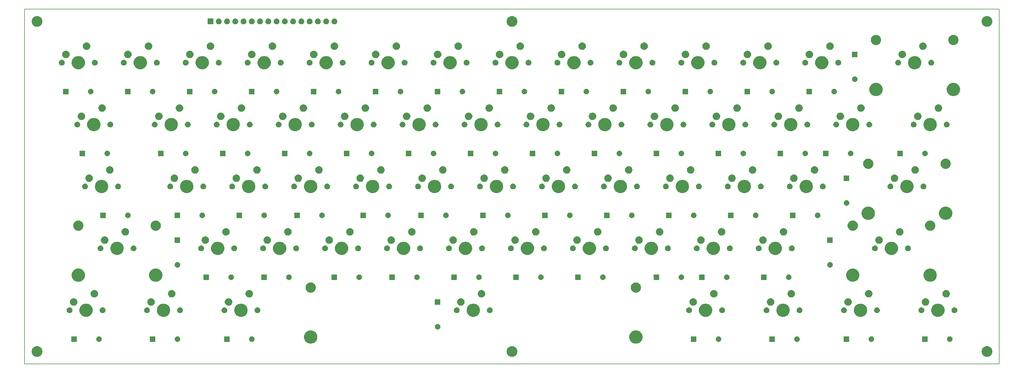
<source format=gbr>
%TF.GenerationSoftware,KiCad,Pcbnew,(5.0.1)-3*%
%TF.CreationDate,2018-12-07T19:46:10-06:00*%
%TF.ProjectId,z80sbc_keyboard,7A38307362635F6B6579626F6172642E,rev?*%
%TF.SameCoordinates,Original*%
%TF.FileFunction,Soldermask,Bot*%
%TF.FilePolarity,Negative*%
%FSLAX46Y46*%
G04 Gerber Fmt 4.6, Leading zero omitted, Abs format (unit mm)*
G04 Created by KiCad (PCBNEW (5.0.1)-3) date 12/7/2018 7:46:10 PM*
%MOMM*%
%LPD*%
G01*
G04 APERTURE LIST*
%ADD10C,0.150000*%
%ADD11C,0.100000*%
G04 APERTURE END LIST*
D10*
X26670000Y-50800000D02*
X26670000Y-160020000D01*
X326390000Y-50800000D02*
X26670000Y-50800000D01*
X326390000Y-160020000D02*
X326390000Y-50800000D01*
X26670000Y-160020000D02*
X326390000Y-160020000D01*
D11*
G36*
X322955256Y-154601298D02*
X323061579Y-154622447D01*
X323362042Y-154746903D01*
X323628852Y-154925180D01*
X323632454Y-154927587D01*
X323862413Y-155157546D01*
X324043098Y-155427960D01*
X324167553Y-155728422D01*
X324231000Y-156047389D01*
X324231000Y-156372611D01*
X324167553Y-156691578D01*
X324043098Y-156992040D01*
X323862413Y-157262454D01*
X323632454Y-157492413D01*
X323632451Y-157492415D01*
X323362042Y-157673097D01*
X323061579Y-157797553D01*
X322955256Y-157818702D01*
X322742611Y-157861000D01*
X322417389Y-157861000D01*
X322204744Y-157818702D01*
X322098421Y-157797553D01*
X321797958Y-157673097D01*
X321527549Y-157492415D01*
X321527546Y-157492413D01*
X321297587Y-157262454D01*
X321116902Y-156992040D01*
X320992447Y-156691578D01*
X320929000Y-156372611D01*
X320929000Y-156047389D01*
X320992447Y-155728422D01*
X321116902Y-155427960D01*
X321297587Y-155157546D01*
X321527546Y-154927587D01*
X321531148Y-154925180D01*
X321797958Y-154746903D01*
X322098421Y-154622447D01*
X322204744Y-154601298D01*
X322417389Y-154559000D01*
X322742611Y-154559000D01*
X322955256Y-154601298D01*
X322955256Y-154601298D01*
G37*
G36*
X176905256Y-154601298D02*
X177011579Y-154622447D01*
X177312042Y-154746903D01*
X177578852Y-154925180D01*
X177582454Y-154927587D01*
X177812413Y-155157546D01*
X177993098Y-155427960D01*
X178117553Y-155728422D01*
X178181000Y-156047389D01*
X178181000Y-156372611D01*
X178117553Y-156691578D01*
X177993098Y-156992040D01*
X177812413Y-157262454D01*
X177582454Y-157492413D01*
X177582451Y-157492415D01*
X177312042Y-157673097D01*
X177011579Y-157797553D01*
X176905256Y-157818702D01*
X176692611Y-157861000D01*
X176367389Y-157861000D01*
X176154744Y-157818702D01*
X176048421Y-157797553D01*
X175747958Y-157673097D01*
X175477549Y-157492415D01*
X175477546Y-157492413D01*
X175247587Y-157262454D01*
X175066902Y-156992040D01*
X174942447Y-156691578D01*
X174879000Y-156372611D01*
X174879000Y-156047389D01*
X174942447Y-155728422D01*
X175066902Y-155427960D01*
X175247587Y-155157546D01*
X175477546Y-154927587D01*
X175481148Y-154925180D01*
X175747958Y-154746903D01*
X176048421Y-154622447D01*
X176154744Y-154601298D01*
X176367389Y-154559000D01*
X176692611Y-154559000D01*
X176905256Y-154601298D01*
X176905256Y-154601298D01*
G37*
G36*
X30855256Y-154601298D02*
X30961579Y-154622447D01*
X31262042Y-154746903D01*
X31528852Y-154925180D01*
X31532454Y-154927587D01*
X31762413Y-155157546D01*
X31943098Y-155427960D01*
X32067553Y-155728422D01*
X32131000Y-156047389D01*
X32131000Y-156372611D01*
X32067553Y-156691578D01*
X31943098Y-156992040D01*
X31762413Y-157262454D01*
X31532454Y-157492413D01*
X31532451Y-157492415D01*
X31262042Y-157673097D01*
X30961579Y-157797553D01*
X30855256Y-157818702D01*
X30642611Y-157861000D01*
X30317389Y-157861000D01*
X30104744Y-157818702D01*
X29998421Y-157797553D01*
X29697958Y-157673097D01*
X29427549Y-157492415D01*
X29427546Y-157492413D01*
X29197587Y-157262454D01*
X29016902Y-156992040D01*
X28892447Y-156691578D01*
X28829000Y-156372611D01*
X28829000Y-156047389D01*
X28892447Y-155728422D01*
X29016902Y-155427960D01*
X29197587Y-155157546D01*
X29427546Y-154927587D01*
X29431148Y-154925180D01*
X29697958Y-154746903D01*
X29998421Y-154622447D01*
X30104744Y-154601298D01*
X30317389Y-154559000D01*
X30642611Y-154559000D01*
X30855256Y-154601298D01*
X30855256Y-154601298D01*
G37*
G36*
X115222252Y-149777818D02*
X115222254Y-149777819D01*
X115222255Y-149777819D01*
X115595513Y-149932427D01*
X115595514Y-149932428D01*
X115931439Y-150156886D01*
X116217114Y-150442561D01*
X116217116Y-150442564D01*
X116441573Y-150778487D01*
X116596181Y-151151745D01*
X116596182Y-151151748D01*
X116675000Y-151547993D01*
X116675000Y-151952007D01*
X116650981Y-152072761D01*
X116596181Y-152348255D01*
X116441573Y-152721513D01*
X116220143Y-153052905D01*
X116217114Y-153057439D01*
X115931439Y-153343114D01*
X115931436Y-153343116D01*
X115595513Y-153567573D01*
X115222255Y-153722181D01*
X115222254Y-153722181D01*
X115222252Y-153722182D01*
X114826007Y-153801000D01*
X114421993Y-153801000D01*
X114025748Y-153722182D01*
X114025746Y-153722181D01*
X114025745Y-153722181D01*
X113652487Y-153567573D01*
X113316564Y-153343116D01*
X113316561Y-153343114D01*
X113030886Y-153057439D01*
X113027857Y-153052905D01*
X112806427Y-152721513D01*
X112651819Y-152348255D01*
X112597020Y-152072761D01*
X112573000Y-151952007D01*
X112573000Y-151547993D01*
X112651818Y-151151748D01*
X112651819Y-151151745D01*
X112806427Y-150778487D01*
X113030884Y-150442564D01*
X113030886Y-150442561D01*
X113316561Y-150156886D01*
X113652486Y-149932428D01*
X113652487Y-149932427D01*
X114025745Y-149777819D01*
X114025746Y-149777819D01*
X114025748Y-149777818D01*
X114421993Y-149699000D01*
X114826007Y-149699000D01*
X115222252Y-149777818D01*
X115222252Y-149777818D01*
G37*
G36*
X215222252Y-149777818D02*
X215222254Y-149777819D01*
X215222255Y-149777819D01*
X215595513Y-149932427D01*
X215595514Y-149932428D01*
X215931439Y-150156886D01*
X216217114Y-150442561D01*
X216217116Y-150442564D01*
X216441573Y-150778487D01*
X216596181Y-151151745D01*
X216596182Y-151151748D01*
X216675000Y-151547993D01*
X216675000Y-151952007D01*
X216650981Y-152072761D01*
X216596181Y-152348255D01*
X216441573Y-152721513D01*
X216220143Y-153052905D01*
X216217114Y-153057439D01*
X215931439Y-153343114D01*
X215931436Y-153343116D01*
X215595513Y-153567573D01*
X215222255Y-153722181D01*
X215222254Y-153722181D01*
X215222252Y-153722182D01*
X214826007Y-153801000D01*
X214421993Y-153801000D01*
X214025748Y-153722182D01*
X214025746Y-153722181D01*
X214025745Y-153722181D01*
X213652487Y-153567573D01*
X213316564Y-153343116D01*
X213316561Y-153343114D01*
X213030886Y-153057439D01*
X213027857Y-153052905D01*
X212806427Y-152721513D01*
X212651819Y-152348255D01*
X212597020Y-152072761D01*
X212573000Y-151952007D01*
X212573000Y-151547993D01*
X212651818Y-151151748D01*
X212651819Y-151151745D01*
X212806427Y-150778487D01*
X213030884Y-150442564D01*
X213030886Y-150442561D01*
X213316561Y-150156886D01*
X213652486Y-149932428D01*
X213652487Y-149932427D01*
X214025745Y-149777819D01*
X214025746Y-149777819D01*
X214025748Y-149777818D01*
X214421993Y-149699000D01*
X214826007Y-149699000D01*
X215222252Y-149777818D01*
X215222252Y-149777818D01*
G37*
G36*
X311316821Y-151561313D02*
X311316824Y-151561314D01*
X311316825Y-151561314D01*
X311477239Y-151609975D01*
X311477241Y-151609976D01*
X311477244Y-151609977D01*
X311625078Y-151688995D01*
X311754659Y-151795341D01*
X311861005Y-151924922D01*
X311940023Y-152072756D01*
X311988687Y-152233179D01*
X312005117Y-152400000D01*
X311988687Y-152566821D01*
X311988686Y-152566824D01*
X311988686Y-152566825D01*
X311941762Y-152721514D01*
X311940023Y-152727244D01*
X311861005Y-152875078D01*
X311754659Y-153004659D01*
X311625078Y-153111005D01*
X311477244Y-153190023D01*
X311477241Y-153190024D01*
X311477239Y-153190025D01*
X311316825Y-153238686D01*
X311316824Y-153238686D01*
X311316821Y-153238687D01*
X311191804Y-153251000D01*
X311108196Y-153251000D01*
X310983179Y-153238687D01*
X310983176Y-153238686D01*
X310983175Y-153238686D01*
X310822761Y-153190025D01*
X310822759Y-153190024D01*
X310822756Y-153190023D01*
X310674922Y-153111005D01*
X310545341Y-153004659D01*
X310438995Y-152875078D01*
X310359977Y-152727244D01*
X310358239Y-152721514D01*
X310311314Y-152566825D01*
X310311314Y-152566824D01*
X310311313Y-152566821D01*
X310294883Y-152400000D01*
X310311313Y-152233179D01*
X310359977Y-152072756D01*
X310438995Y-151924922D01*
X310545341Y-151795341D01*
X310674922Y-151688995D01*
X310822756Y-151609977D01*
X310822759Y-151609976D01*
X310822761Y-151609975D01*
X310983175Y-151561314D01*
X310983176Y-151561314D01*
X310983179Y-151561313D01*
X311108196Y-151549000D01*
X311191804Y-151549000D01*
X311316821Y-151561313D01*
X311316821Y-151561313D01*
G37*
G36*
X233261000Y-153251000D02*
X231559000Y-153251000D01*
X231559000Y-151549000D01*
X233261000Y-151549000D01*
X233261000Y-153251000D01*
X233261000Y-153251000D01*
G37*
G36*
X304381000Y-153251000D02*
X302679000Y-153251000D01*
X302679000Y-151549000D01*
X304381000Y-151549000D01*
X304381000Y-153251000D01*
X304381000Y-153251000D01*
G37*
G36*
X280251000Y-153251000D02*
X278549000Y-153251000D01*
X278549000Y-151549000D01*
X280251000Y-151549000D01*
X280251000Y-153251000D01*
X280251000Y-153251000D01*
G37*
G36*
X287186821Y-151561313D02*
X287186824Y-151561314D01*
X287186825Y-151561314D01*
X287347239Y-151609975D01*
X287347241Y-151609976D01*
X287347244Y-151609977D01*
X287495078Y-151688995D01*
X287624659Y-151795341D01*
X287731005Y-151924922D01*
X287810023Y-152072756D01*
X287858687Y-152233179D01*
X287875117Y-152400000D01*
X287858687Y-152566821D01*
X287858686Y-152566824D01*
X287858686Y-152566825D01*
X287811762Y-152721514D01*
X287810023Y-152727244D01*
X287731005Y-152875078D01*
X287624659Y-153004659D01*
X287495078Y-153111005D01*
X287347244Y-153190023D01*
X287347241Y-153190024D01*
X287347239Y-153190025D01*
X287186825Y-153238686D01*
X287186824Y-153238686D01*
X287186821Y-153238687D01*
X287061804Y-153251000D01*
X286978196Y-153251000D01*
X286853179Y-153238687D01*
X286853176Y-153238686D01*
X286853175Y-153238686D01*
X286692761Y-153190025D01*
X286692759Y-153190024D01*
X286692756Y-153190023D01*
X286544922Y-153111005D01*
X286415341Y-153004659D01*
X286308995Y-152875078D01*
X286229977Y-152727244D01*
X286228239Y-152721514D01*
X286181314Y-152566825D01*
X286181314Y-152566824D01*
X286181313Y-152566821D01*
X286164883Y-152400000D01*
X286181313Y-152233179D01*
X286229977Y-152072756D01*
X286308995Y-151924922D01*
X286415341Y-151795341D01*
X286544922Y-151688995D01*
X286692756Y-151609977D01*
X286692759Y-151609976D01*
X286692761Y-151609975D01*
X286853175Y-151561314D01*
X286853176Y-151561314D01*
X286853179Y-151561313D01*
X286978196Y-151549000D01*
X287061804Y-151549000D01*
X287186821Y-151561313D01*
X287186821Y-151561313D01*
G37*
G36*
X264326821Y-151561313D02*
X264326824Y-151561314D01*
X264326825Y-151561314D01*
X264487239Y-151609975D01*
X264487241Y-151609976D01*
X264487244Y-151609977D01*
X264635078Y-151688995D01*
X264764659Y-151795341D01*
X264871005Y-151924922D01*
X264950023Y-152072756D01*
X264998687Y-152233179D01*
X265015117Y-152400000D01*
X264998687Y-152566821D01*
X264998686Y-152566824D01*
X264998686Y-152566825D01*
X264951762Y-152721514D01*
X264950023Y-152727244D01*
X264871005Y-152875078D01*
X264764659Y-153004659D01*
X264635078Y-153111005D01*
X264487244Y-153190023D01*
X264487241Y-153190024D01*
X264487239Y-153190025D01*
X264326825Y-153238686D01*
X264326824Y-153238686D01*
X264326821Y-153238687D01*
X264201804Y-153251000D01*
X264118196Y-153251000D01*
X263993179Y-153238687D01*
X263993176Y-153238686D01*
X263993175Y-153238686D01*
X263832761Y-153190025D01*
X263832759Y-153190024D01*
X263832756Y-153190023D01*
X263684922Y-153111005D01*
X263555341Y-153004659D01*
X263448995Y-152875078D01*
X263369977Y-152727244D01*
X263368239Y-152721514D01*
X263321314Y-152566825D01*
X263321314Y-152566824D01*
X263321313Y-152566821D01*
X263304883Y-152400000D01*
X263321313Y-152233179D01*
X263369977Y-152072756D01*
X263448995Y-151924922D01*
X263555341Y-151795341D01*
X263684922Y-151688995D01*
X263832756Y-151609977D01*
X263832759Y-151609976D01*
X263832761Y-151609975D01*
X263993175Y-151561314D01*
X263993176Y-151561314D01*
X263993179Y-151561313D01*
X264118196Y-151549000D01*
X264201804Y-151549000D01*
X264326821Y-151561313D01*
X264326821Y-151561313D01*
G37*
G36*
X257391000Y-153251000D02*
X255689000Y-153251000D01*
X255689000Y-151549000D01*
X257391000Y-151549000D01*
X257391000Y-153251000D01*
X257391000Y-153251000D01*
G37*
G36*
X240196821Y-151561313D02*
X240196824Y-151561314D01*
X240196825Y-151561314D01*
X240357239Y-151609975D01*
X240357241Y-151609976D01*
X240357244Y-151609977D01*
X240505078Y-151688995D01*
X240634659Y-151795341D01*
X240741005Y-151924922D01*
X240820023Y-152072756D01*
X240868687Y-152233179D01*
X240885117Y-152400000D01*
X240868687Y-152566821D01*
X240868686Y-152566824D01*
X240868686Y-152566825D01*
X240821762Y-152721514D01*
X240820023Y-152727244D01*
X240741005Y-152875078D01*
X240634659Y-153004659D01*
X240505078Y-153111005D01*
X240357244Y-153190023D01*
X240357241Y-153190024D01*
X240357239Y-153190025D01*
X240196825Y-153238686D01*
X240196824Y-153238686D01*
X240196821Y-153238687D01*
X240071804Y-153251000D01*
X239988196Y-153251000D01*
X239863179Y-153238687D01*
X239863176Y-153238686D01*
X239863175Y-153238686D01*
X239702761Y-153190025D01*
X239702759Y-153190024D01*
X239702756Y-153190023D01*
X239554922Y-153111005D01*
X239425341Y-153004659D01*
X239318995Y-152875078D01*
X239239977Y-152727244D01*
X239238239Y-152721514D01*
X239191314Y-152566825D01*
X239191314Y-152566824D01*
X239191313Y-152566821D01*
X239174883Y-152400000D01*
X239191313Y-152233179D01*
X239239977Y-152072756D01*
X239318995Y-151924922D01*
X239425341Y-151795341D01*
X239554922Y-151688995D01*
X239702756Y-151609977D01*
X239702759Y-151609976D01*
X239702761Y-151609975D01*
X239863175Y-151561314D01*
X239863176Y-151561314D01*
X239863179Y-151561313D01*
X239988196Y-151549000D01*
X240071804Y-151549000D01*
X240196821Y-151561313D01*
X240196821Y-151561313D01*
G37*
G36*
X89751000Y-153251000D02*
X88049000Y-153251000D01*
X88049000Y-151549000D01*
X89751000Y-151549000D01*
X89751000Y-153251000D01*
X89751000Y-153251000D01*
G37*
G36*
X96686821Y-151561313D02*
X96686824Y-151561314D01*
X96686825Y-151561314D01*
X96847239Y-151609975D01*
X96847241Y-151609976D01*
X96847244Y-151609977D01*
X96995078Y-151688995D01*
X97124659Y-151795341D01*
X97231005Y-151924922D01*
X97310023Y-152072756D01*
X97358687Y-152233179D01*
X97375117Y-152400000D01*
X97358687Y-152566821D01*
X97358686Y-152566824D01*
X97358686Y-152566825D01*
X97311762Y-152721514D01*
X97310023Y-152727244D01*
X97231005Y-152875078D01*
X97124659Y-153004659D01*
X96995078Y-153111005D01*
X96847244Y-153190023D01*
X96847241Y-153190024D01*
X96847239Y-153190025D01*
X96686825Y-153238686D01*
X96686824Y-153238686D01*
X96686821Y-153238687D01*
X96561804Y-153251000D01*
X96478196Y-153251000D01*
X96353179Y-153238687D01*
X96353176Y-153238686D01*
X96353175Y-153238686D01*
X96192761Y-153190025D01*
X96192759Y-153190024D01*
X96192756Y-153190023D01*
X96044922Y-153111005D01*
X95915341Y-153004659D01*
X95808995Y-152875078D01*
X95729977Y-152727244D01*
X95728239Y-152721514D01*
X95681314Y-152566825D01*
X95681314Y-152566824D01*
X95681313Y-152566821D01*
X95664883Y-152400000D01*
X95681313Y-152233179D01*
X95729977Y-152072756D01*
X95808995Y-151924922D01*
X95915341Y-151795341D01*
X96044922Y-151688995D01*
X96192756Y-151609977D01*
X96192759Y-151609976D01*
X96192761Y-151609975D01*
X96353175Y-151561314D01*
X96353176Y-151561314D01*
X96353179Y-151561313D01*
X96478196Y-151549000D01*
X96561804Y-151549000D01*
X96686821Y-151561313D01*
X96686821Y-151561313D01*
G37*
G36*
X73826821Y-151561313D02*
X73826824Y-151561314D01*
X73826825Y-151561314D01*
X73987239Y-151609975D01*
X73987241Y-151609976D01*
X73987244Y-151609977D01*
X74135078Y-151688995D01*
X74264659Y-151795341D01*
X74371005Y-151924922D01*
X74450023Y-152072756D01*
X74498687Y-152233179D01*
X74515117Y-152400000D01*
X74498687Y-152566821D01*
X74498686Y-152566824D01*
X74498686Y-152566825D01*
X74451762Y-152721514D01*
X74450023Y-152727244D01*
X74371005Y-152875078D01*
X74264659Y-153004659D01*
X74135078Y-153111005D01*
X73987244Y-153190023D01*
X73987241Y-153190024D01*
X73987239Y-153190025D01*
X73826825Y-153238686D01*
X73826824Y-153238686D01*
X73826821Y-153238687D01*
X73701804Y-153251000D01*
X73618196Y-153251000D01*
X73493179Y-153238687D01*
X73493176Y-153238686D01*
X73493175Y-153238686D01*
X73332761Y-153190025D01*
X73332759Y-153190024D01*
X73332756Y-153190023D01*
X73184922Y-153111005D01*
X73055341Y-153004659D01*
X72948995Y-152875078D01*
X72869977Y-152727244D01*
X72868239Y-152721514D01*
X72821314Y-152566825D01*
X72821314Y-152566824D01*
X72821313Y-152566821D01*
X72804883Y-152400000D01*
X72821313Y-152233179D01*
X72869977Y-152072756D01*
X72948995Y-151924922D01*
X73055341Y-151795341D01*
X73184922Y-151688995D01*
X73332756Y-151609977D01*
X73332759Y-151609976D01*
X73332761Y-151609975D01*
X73493175Y-151561314D01*
X73493176Y-151561314D01*
X73493179Y-151561313D01*
X73618196Y-151549000D01*
X73701804Y-151549000D01*
X73826821Y-151561313D01*
X73826821Y-151561313D01*
G37*
G36*
X66891000Y-153251000D02*
X65189000Y-153251000D01*
X65189000Y-151549000D01*
X66891000Y-151549000D01*
X66891000Y-153251000D01*
X66891000Y-153251000D01*
G37*
G36*
X42761000Y-153251000D02*
X41059000Y-153251000D01*
X41059000Y-151549000D01*
X42761000Y-151549000D01*
X42761000Y-153251000D01*
X42761000Y-153251000D01*
G37*
G36*
X49696821Y-151561313D02*
X49696824Y-151561314D01*
X49696825Y-151561314D01*
X49857239Y-151609975D01*
X49857241Y-151609976D01*
X49857244Y-151609977D01*
X50005078Y-151688995D01*
X50134659Y-151795341D01*
X50241005Y-151924922D01*
X50320023Y-152072756D01*
X50368687Y-152233179D01*
X50385117Y-152400000D01*
X50368687Y-152566821D01*
X50368686Y-152566824D01*
X50368686Y-152566825D01*
X50321762Y-152721514D01*
X50320023Y-152727244D01*
X50241005Y-152875078D01*
X50134659Y-153004659D01*
X50005078Y-153111005D01*
X49857244Y-153190023D01*
X49857241Y-153190024D01*
X49857239Y-153190025D01*
X49696825Y-153238686D01*
X49696824Y-153238686D01*
X49696821Y-153238687D01*
X49571804Y-153251000D01*
X49488196Y-153251000D01*
X49363179Y-153238687D01*
X49363176Y-153238686D01*
X49363175Y-153238686D01*
X49202761Y-153190025D01*
X49202759Y-153190024D01*
X49202756Y-153190023D01*
X49054922Y-153111005D01*
X48925341Y-153004659D01*
X48818995Y-152875078D01*
X48739977Y-152727244D01*
X48738239Y-152721514D01*
X48691314Y-152566825D01*
X48691314Y-152566824D01*
X48691313Y-152566821D01*
X48674883Y-152400000D01*
X48691313Y-152233179D01*
X48739977Y-152072756D01*
X48818995Y-151924922D01*
X48925341Y-151795341D01*
X49054922Y-151688995D01*
X49202756Y-151609977D01*
X49202759Y-151609976D01*
X49202761Y-151609975D01*
X49363175Y-151561314D01*
X49363176Y-151561314D01*
X49363179Y-151561313D01*
X49488196Y-151549000D01*
X49571804Y-151549000D01*
X49696821Y-151561313D01*
X49696821Y-151561313D01*
G37*
G36*
X153836821Y-147751313D02*
X153836824Y-147751314D01*
X153836825Y-147751314D01*
X153997239Y-147799975D01*
X153997241Y-147799976D01*
X153997244Y-147799977D01*
X154145078Y-147878995D01*
X154274659Y-147985341D01*
X154381005Y-148114922D01*
X154460023Y-148262756D01*
X154508687Y-148423179D01*
X154525117Y-148590000D01*
X154508687Y-148756821D01*
X154460023Y-148917244D01*
X154381005Y-149065078D01*
X154274659Y-149194659D01*
X154145078Y-149301005D01*
X153997244Y-149380023D01*
X153997241Y-149380024D01*
X153997239Y-149380025D01*
X153836825Y-149428686D01*
X153836824Y-149428686D01*
X153836821Y-149428687D01*
X153711804Y-149441000D01*
X153628196Y-149441000D01*
X153503179Y-149428687D01*
X153503176Y-149428686D01*
X153503175Y-149428686D01*
X153342761Y-149380025D01*
X153342759Y-149380024D01*
X153342756Y-149380023D01*
X153194922Y-149301005D01*
X153065341Y-149194659D01*
X152958995Y-149065078D01*
X152879977Y-148917244D01*
X152831313Y-148756821D01*
X152814883Y-148590000D01*
X152831313Y-148423179D01*
X152879977Y-148262756D01*
X152958995Y-148114922D01*
X153065341Y-147985341D01*
X153194922Y-147878995D01*
X153342756Y-147799977D01*
X153342759Y-147799976D01*
X153342761Y-147799975D01*
X153503175Y-147751314D01*
X153503176Y-147751314D01*
X153503179Y-147751313D01*
X153628196Y-147739000D01*
X153711804Y-147739000D01*
X153836821Y-147751313D01*
X153836821Y-147751313D01*
G37*
G36*
X236659252Y-141537818D02*
X236659254Y-141537819D01*
X236659255Y-141537819D01*
X237032513Y-141692427D01*
X237363905Y-141913857D01*
X237368439Y-141916886D01*
X237654114Y-142202561D01*
X237654116Y-142202564D01*
X237878573Y-142538487D01*
X237907780Y-142609000D01*
X238033182Y-142911748D01*
X238112000Y-143307993D01*
X238112000Y-143712007D01*
X238037936Y-144084354D01*
X238033181Y-144108255D01*
X237878573Y-144481513D01*
X237878572Y-144481514D01*
X237654114Y-144817439D01*
X237368439Y-145103114D01*
X237368436Y-145103116D01*
X237032513Y-145327573D01*
X236659255Y-145482181D01*
X236659254Y-145482181D01*
X236659252Y-145482182D01*
X236263007Y-145561000D01*
X235858993Y-145561000D01*
X235462748Y-145482182D01*
X235462746Y-145482181D01*
X235462745Y-145482181D01*
X235089487Y-145327573D01*
X234753564Y-145103116D01*
X234753561Y-145103114D01*
X234467886Y-144817439D01*
X234243428Y-144481514D01*
X234243427Y-144481513D01*
X234088819Y-144108255D01*
X234084065Y-144084354D01*
X234010000Y-143712007D01*
X234010000Y-143307993D01*
X234088818Y-142911748D01*
X234214220Y-142609000D01*
X234243427Y-142538487D01*
X234467884Y-142202564D01*
X234467886Y-142202561D01*
X234753561Y-141916886D01*
X234758095Y-141913857D01*
X235089487Y-141692427D01*
X235462745Y-141537819D01*
X235462746Y-141537819D01*
X235462748Y-141537818D01*
X235858993Y-141459000D01*
X236263007Y-141459000D01*
X236659252Y-141537818D01*
X236659252Y-141537818D01*
G37*
G36*
X308097252Y-141537818D02*
X308097254Y-141537819D01*
X308097255Y-141537819D01*
X308470513Y-141692427D01*
X308801905Y-141913857D01*
X308806439Y-141916886D01*
X309092114Y-142202561D01*
X309092116Y-142202564D01*
X309316573Y-142538487D01*
X309345780Y-142609000D01*
X309471182Y-142911748D01*
X309550000Y-143307993D01*
X309550000Y-143712007D01*
X309475936Y-144084354D01*
X309471181Y-144108255D01*
X309316573Y-144481513D01*
X309316572Y-144481514D01*
X309092114Y-144817439D01*
X308806439Y-145103114D01*
X308806436Y-145103116D01*
X308470513Y-145327573D01*
X308097255Y-145482181D01*
X308097254Y-145482181D01*
X308097252Y-145482182D01*
X307701007Y-145561000D01*
X307296993Y-145561000D01*
X306900748Y-145482182D01*
X306900746Y-145482181D01*
X306900745Y-145482181D01*
X306527487Y-145327573D01*
X306191564Y-145103116D01*
X306191561Y-145103114D01*
X305905886Y-144817439D01*
X305681428Y-144481514D01*
X305681427Y-144481513D01*
X305526819Y-144108255D01*
X305522065Y-144084354D01*
X305448000Y-143712007D01*
X305448000Y-143307993D01*
X305526818Y-142911748D01*
X305652220Y-142609000D01*
X305681427Y-142538487D01*
X305905884Y-142202564D01*
X305905886Y-142202561D01*
X306191561Y-141916886D01*
X306196095Y-141913857D01*
X306527487Y-141692427D01*
X306900745Y-141537819D01*
X306900746Y-141537819D01*
X306900748Y-141537818D01*
X307296993Y-141459000D01*
X307701007Y-141459000D01*
X308097252Y-141537818D01*
X308097252Y-141537818D01*
G37*
G36*
X284284252Y-141537818D02*
X284284254Y-141537819D01*
X284284255Y-141537819D01*
X284657513Y-141692427D01*
X284988905Y-141913857D01*
X284993439Y-141916886D01*
X285279114Y-142202561D01*
X285279116Y-142202564D01*
X285503573Y-142538487D01*
X285532780Y-142609000D01*
X285658182Y-142911748D01*
X285737000Y-143307993D01*
X285737000Y-143712007D01*
X285662936Y-144084354D01*
X285658181Y-144108255D01*
X285503573Y-144481513D01*
X285503572Y-144481514D01*
X285279114Y-144817439D01*
X284993439Y-145103114D01*
X284993436Y-145103116D01*
X284657513Y-145327573D01*
X284284255Y-145482181D01*
X284284254Y-145482181D01*
X284284252Y-145482182D01*
X283888007Y-145561000D01*
X283483993Y-145561000D01*
X283087748Y-145482182D01*
X283087746Y-145482181D01*
X283087745Y-145482181D01*
X282714487Y-145327573D01*
X282378564Y-145103116D01*
X282378561Y-145103114D01*
X282092886Y-144817439D01*
X281868428Y-144481514D01*
X281868427Y-144481513D01*
X281713819Y-144108255D01*
X281709065Y-144084354D01*
X281635000Y-143712007D01*
X281635000Y-143307993D01*
X281713818Y-142911748D01*
X281839220Y-142609000D01*
X281868427Y-142538487D01*
X282092884Y-142202564D01*
X282092886Y-142202561D01*
X282378561Y-141916886D01*
X282383095Y-141913857D01*
X282714487Y-141692427D01*
X283087745Y-141537819D01*
X283087746Y-141537819D01*
X283087748Y-141537818D01*
X283483993Y-141459000D01*
X283888007Y-141459000D01*
X284284252Y-141537818D01*
X284284252Y-141537818D01*
G37*
G36*
X260472252Y-141537818D02*
X260472254Y-141537819D01*
X260472255Y-141537819D01*
X260845513Y-141692427D01*
X261176905Y-141913857D01*
X261181439Y-141916886D01*
X261467114Y-142202561D01*
X261467116Y-142202564D01*
X261691573Y-142538487D01*
X261720780Y-142609000D01*
X261846182Y-142911748D01*
X261925000Y-143307993D01*
X261925000Y-143712007D01*
X261850936Y-144084354D01*
X261846181Y-144108255D01*
X261691573Y-144481513D01*
X261691572Y-144481514D01*
X261467114Y-144817439D01*
X261181439Y-145103114D01*
X261181436Y-145103116D01*
X260845513Y-145327573D01*
X260472255Y-145482181D01*
X260472254Y-145482181D01*
X260472252Y-145482182D01*
X260076007Y-145561000D01*
X259671993Y-145561000D01*
X259275748Y-145482182D01*
X259275746Y-145482181D01*
X259275745Y-145482181D01*
X258902487Y-145327573D01*
X258566564Y-145103116D01*
X258566561Y-145103114D01*
X258280886Y-144817439D01*
X258056428Y-144481514D01*
X258056427Y-144481513D01*
X257901819Y-144108255D01*
X257897065Y-144084354D01*
X257823000Y-143712007D01*
X257823000Y-143307993D01*
X257901818Y-142911748D01*
X258027220Y-142609000D01*
X258056427Y-142538487D01*
X258280884Y-142202564D01*
X258280886Y-142202561D01*
X258566561Y-141916886D01*
X258571095Y-141913857D01*
X258902487Y-141692427D01*
X259275745Y-141537819D01*
X259275746Y-141537819D01*
X259275748Y-141537818D01*
X259671993Y-141459000D01*
X260076007Y-141459000D01*
X260472252Y-141537818D01*
X260472252Y-141537818D01*
G37*
G36*
X69972052Y-141537818D02*
X69972054Y-141537819D01*
X69972055Y-141537819D01*
X70345313Y-141692427D01*
X70676705Y-141913857D01*
X70681239Y-141916886D01*
X70966914Y-142202561D01*
X70966916Y-142202564D01*
X71191373Y-142538487D01*
X71220580Y-142609000D01*
X71345982Y-142911748D01*
X71424800Y-143307993D01*
X71424800Y-143712007D01*
X71350736Y-144084354D01*
X71345981Y-144108255D01*
X71191373Y-144481513D01*
X71191372Y-144481514D01*
X70966914Y-144817439D01*
X70681239Y-145103114D01*
X70681236Y-145103116D01*
X70345313Y-145327573D01*
X69972055Y-145482181D01*
X69972054Y-145482181D01*
X69972052Y-145482182D01*
X69575807Y-145561000D01*
X69171793Y-145561000D01*
X68775548Y-145482182D01*
X68775546Y-145482181D01*
X68775545Y-145482181D01*
X68402287Y-145327573D01*
X68066364Y-145103116D01*
X68066361Y-145103114D01*
X67780686Y-144817439D01*
X67556228Y-144481514D01*
X67556227Y-144481513D01*
X67401619Y-144108255D01*
X67396865Y-144084354D01*
X67322800Y-143712007D01*
X67322800Y-143307993D01*
X67401618Y-142911748D01*
X67527020Y-142609000D01*
X67556227Y-142538487D01*
X67780684Y-142202564D01*
X67780686Y-142202561D01*
X68066361Y-141916886D01*
X68070895Y-141913857D01*
X68402287Y-141692427D01*
X68775545Y-141537819D01*
X68775546Y-141537819D01*
X68775548Y-141537818D01*
X69171793Y-141459000D01*
X69575807Y-141459000D01*
X69972052Y-141537818D01*
X69972052Y-141537818D01*
G37*
G36*
X46159452Y-141537818D02*
X46159454Y-141537819D01*
X46159455Y-141537819D01*
X46532713Y-141692427D01*
X46864105Y-141913857D01*
X46868639Y-141916886D01*
X47154314Y-142202561D01*
X47154316Y-142202564D01*
X47378773Y-142538487D01*
X47407980Y-142609000D01*
X47533382Y-142911748D01*
X47612200Y-143307993D01*
X47612200Y-143712007D01*
X47538136Y-144084354D01*
X47533381Y-144108255D01*
X47378773Y-144481513D01*
X47378772Y-144481514D01*
X47154314Y-144817439D01*
X46868639Y-145103114D01*
X46868636Y-145103116D01*
X46532713Y-145327573D01*
X46159455Y-145482181D01*
X46159454Y-145482181D01*
X46159452Y-145482182D01*
X45763207Y-145561000D01*
X45359193Y-145561000D01*
X44962948Y-145482182D01*
X44962946Y-145482181D01*
X44962945Y-145482181D01*
X44589687Y-145327573D01*
X44253764Y-145103116D01*
X44253761Y-145103114D01*
X43968086Y-144817439D01*
X43743628Y-144481514D01*
X43743627Y-144481513D01*
X43589019Y-144108255D01*
X43584265Y-144084354D01*
X43510200Y-143712007D01*
X43510200Y-143307993D01*
X43589018Y-142911748D01*
X43714420Y-142609000D01*
X43743627Y-142538487D01*
X43968084Y-142202564D01*
X43968086Y-142202561D01*
X44253761Y-141916886D01*
X44258295Y-141913857D01*
X44589687Y-141692427D01*
X44962945Y-141537819D01*
X44962946Y-141537819D01*
X44962948Y-141537818D01*
X45359193Y-141459000D01*
X45763207Y-141459000D01*
X46159452Y-141537818D01*
X46159452Y-141537818D01*
G37*
G36*
X93784452Y-141537818D02*
X93784454Y-141537819D01*
X93784455Y-141537819D01*
X94157713Y-141692427D01*
X94489105Y-141913857D01*
X94493639Y-141916886D01*
X94779314Y-142202561D01*
X94779316Y-142202564D01*
X95003773Y-142538487D01*
X95032980Y-142609000D01*
X95158382Y-142911748D01*
X95237200Y-143307993D01*
X95237200Y-143712007D01*
X95163136Y-144084354D01*
X95158381Y-144108255D01*
X95003773Y-144481513D01*
X95003772Y-144481514D01*
X94779314Y-144817439D01*
X94493639Y-145103114D01*
X94493636Y-145103116D01*
X94157713Y-145327573D01*
X93784455Y-145482181D01*
X93784454Y-145482181D01*
X93784452Y-145482182D01*
X93388207Y-145561000D01*
X92984193Y-145561000D01*
X92587948Y-145482182D01*
X92587946Y-145482181D01*
X92587945Y-145482181D01*
X92214687Y-145327573D01*
X91878764Y-145103116D01*
X91878761Y-145103114D01*
X91593086Y-144817439D01*
X91368628Y-144481514D01*
X91368627Y-144481513D01*
X91214019Y-144108255D01*
X91209265Y-144084354D01*
X91135200Y-143712007D01*
X91135200Y-143307993D01*
X91214018Y-142911748D01*
X91339420Y-142609000D01*
X91368627Y-142538487D01*
X91593084Y-142202564D01*
X91593086Y-142202561D01*
X91878761Y-141916886D01*
X91883295Y-141913857D01*
X92214687Y-141692427D01*
X92587945Y-141537819D01*
X92587946Y-141537819D01*
X92587948Y-141537818D01*
X92984193Y-141459000D01*
X93388207Y-141459000D01*
X93784452Y-141537818D01*
X93784452Y-141537818D01*
G37*
G36*
X165222252Y-141537818D02*
X165222254Y-141537819D01*
X165222255Y-141537819D01*
X165595513Y-141692427D01*
X165926905Y-141913857D01*
X165931439Y-141916886D01*
X166217114Y-142202561D01*
X166217116Y-142202564D01*
X166441573Y-142538487D01*
X166470780Y-142609000D01*
X166596182Y-142911748D01*
X166675000Y-143307993D01*
X166675000Y-143712007D01*
X166600936Y-144084354D01*
X166596181Y-144108255D01*
X166441573Y-144481513D01*
X166441572Y-144481514D01*
X166217114Y-144817439D01*
X165931439Y-145103114D01*
X165931436Y-145103116D01*
X165595513Y-145327573D01*
X165222255Y-145482181D01*
X165222254Y-145482181D01*
X165222252Y-145482182D01*
X164826007Y-145561000D01*
X164421993Y-145561000D01*
X164025748Y-145482182D01*
X164025746Y-145482181D01*
X164025745Y-145482181D01*
X163652487Y-145327573D01*
X163316564Y-145103116D01*
X163316561Y-145103114D01*
X163030886Y-144817439D01*
X162806428Y-144481514D01*
X162806427Y-144481513D01*
X162651819Y-144108255D01*
X162647065Y-144084354D01*
X162573000Y-143712007D01*
X162573000Y-143307993D01*
X162651818Y-142911748D01*
X162777220Y-142609000D01*
X162806427Y-142538487D01*
X163030884Y-142202564D01*
X163030886Y-142202561D01*
X163316561Y-141916886D01*
X163321095Y-141913857D01*
X163652487Y-141692427D01*
X164025745Y-141537819D01*
X164025746Y-141537819D01*
X164025748Y-141537818D01*
X164421993Y-141459000D01*
X164826007Y-141459000D01*
X165222252Y-141537818D01*
X165222252Y-141537818D01*
G37*
G36*
X98529012Y-142643624D02*
X98692984Y-142711544D01*
X98840554Y-142810147D01*
X98966053Y-142935646D01*
X99064656Y-143083216D01*
X99132576Y-143247188D01*
X99167200Y-143421259D01*
X99167200Y-143598741D01*
X99132576Y-143772812D01*
X99064656Y-143936784D01*
X98966053Y-144084354D01*
X98840554Y-144209853D01*
X98692984Y-144308456D01*
X98529012Y-144376376D01*
X98354941Y-144411000D01*
X98177459Y-144411000D01*
X98003388Y-144376376D01*
X97839416Y-144308456D01*
X97691846Y-144209853D01*
X97566347Y-144084354D01*
X97467744Y-143936784D01*
X97399824Y-143772812D01*
X97365200Y-143598741D01*
X97365200Y-143421259D01*
X97399824Y-143247188D01*
X97467744Y-143083216D01*
X97566347Y-142935646D01*
X97691846Y-142810147D01*
X97839416Y-142711544D01*
X98003388Y-142643624D01*
X98177459Y-142609000D01*
X98354941Y-142609000D01*
X98529012Y-142643624D01*
X98529012Y-142643624D01*
G37*
G36*
X74716612Y-142643624D02*
X74880584Y-142711544D01*
X75028154Y-142810147D01*
X75153653Y-142935646D01*
X75252256Y-143083216D01*
X75320176Y-143247188D01*
X75354800Y-143421259D01*
X75354800Y-143598741D01*
X75320176Y-143772812D01*
X75252256Y-143936784D01*
X75153653Y-144084354D01*
X75028154Y-144209853D01*
X74880584Y-144308456D01*
X74716612Y-144376376D01*
X74542541Y-144411000D01*
X74365059Y-144411000D01*
X74190988Y-144376376D01*
X74027016Y-144308456D01*
X73879446Y-144209853D01*
X73753947Y-144084354D01*
X73655344Y-143936784D01*
X73587424Y-143772812D01*
X73552800Y-143598741D01*
X73552800Y-143421259D01*
X73587424Y-143247188D01*
X73655344Y-143083216D01*
X73753947Y-142935646D01*
X73879446Y-142810147D01*
X74027016Y-142711544D01*
X74190988Y-142643624D01*
X74365059Y-142609000D01*
X74542541Y-142609000D01*
X74716612Y-142643624D01*
X74716612Y-142643624D01*
G37*
G36*
X64556612Y-142643624D02*
X64720584Y-142711544D01*
X64868154Y-142810147D01*
X64993653Y-142935646D01*
X65092256Y-143083216D01*
X65160176Y-143247188D01*
X65194800Y-143421259D01*
X65194800Y-143598741D01*
X65160176Y-143772812D01*
X65092256Y-143936784D01*
X64993653Y-144084354D01*
X64868154Y-144209853D01*
X64720584Y-144308456D01*
X64556612Y-144376376D01*
X64382541Y-144411000D01*
X64205059Y-144411000D01*
X64030988Y-144376376D01*
X63867016Y-144308456D01*
X63719446Y-144209853D01*
X63593947Y-144084354D01*
X63495344Y-143936784D01*
X63427424Y-143772812D01*
X63392800Y-143598741D01*
X63392800Y-143421259D01*
X63427424Y-143247188D01*
X63495344Y-143083216D01*
X63593947Y-142935646D01*
X63719446Y-142810147D01*
X63867016Y-142711544D01*
X64030988Y-142643624D01*
X64205059Y-142609000D01*
X64382541Y-142609000D01*
X64556612Y-142643624D01*
X64556612Y-142643624D01*
G37*
G36*
X40744012Y-142643624D02*
X40907984Y-142711544D01*
X41055554Y-142810147D01*
X41181053Y-142935646D01*
X41279656Y-143083216D01*
X41347576Y-143247188D01*
X41382200Y-143421259D01*
X41382200Y-143598741D01*
X41347576Y-143772812D01*
X41279656Y-143936784D01*
X41181053Y-144084354D01*
X41055554Y-144209853D01*
X40907984Y-144308456D01*
X40744012Y-144376376D01*
X40569941Y-144411000D01*
X40392459Y-144411000D01*
X40218388Y-144376376D01*
X40054416Y-144308456D01*
X39906846Y-144209853D01*
X39781347Y-144084354D01*
X39682744Y-143936784D01*
X39614824Y-143772812D01*
X39580200Y-143598741D01*
X39580200Y-143421259D01*
X39614824Y-143247188D01*
X39682744Y-143083216D01*
X39781347Y-142935646D01*
X39906846Y-142810147D01*
X40054416Y-142711544D01*
X40218388Y-142643624D01*
X40392459Y-142609000D01*
X40569941Y-142609000D01*
X40744012Y-142643624D01*
X40744012Y-142643624D01*
G37*
G36*
X50904012Y-142643624D02*
X51067984Y-142711544D01*
X51215554Y-142810147D01*
X51341053Y-142935646D01*
X51439656Y-143083216D01*
X51507576Y-143247188D01*
X51542200Y-143421259D01*
X51542200Y-143598741D01*
X51507576Y-143772812D01*
X51439656Y-143936784D01*
X51341053Y-144084354D01*
X51215554Y-144209853D01*
X51067984Y-144308456D01*
X50904012Y-144376376D01*
X50729941Y-144411000D01*
X50552459Y-144411000D01*
X50378388Y-144376376D01*
X50214416Y-144308456D01*
X50066846Y-144209853D01*
X49941347Y-144084354D01*
X49842744Y-143936784D01*
X49774824Y-143772812D01*
X49740200Y-143598741D01*
X49740200Y-143421259D01*
X49774824Y-143247188D01*
X49842744Y-143083216D01*
X49941347Y-142935646D01*
X50066846Y-142810147D01*
X50214416Y-142711544D01*
X50378388Y-142643624D01*
X50552459Y-142609000D01*
X50729941Y-142609000D01*
X50904012Y-142643624D01*
X50904012Y-142643624D01*
G37*
G36*
X302681812Y-142643624D02*
X302845784Y-142711544D01*
X302993354Y-142810147D01*
X303118853Y-142935646D01*
X303217456Y-143083216D01*
X303285376Y-143247188D01*
X303320000Y-143421259D01*
X303320000Y-143598741D01*
X303285376Y-143772812D01*
X303217456Y-143936784D01*
X303118853Y-144084354D01*
X302993354Y-144209853D01*
X302845784Y-144308456D01*
X302681812Y-144376376D01*
X302507741Y-144411000D01*
X302330259Y-144411000D01*
X302156188Y-144376376D01*
X301992216Y-144308456D01*
X301844646Y-144209853D01*
X301719147Y-144084354D01*
X301620544Y-143936784D01*
X301552624Y-143772812D01*
X301518000Y-143598741D01*
X301518000Y-143421259D01*
X301552624Y-143247188D01*
X301620544Y-143083216D01*
X301719147Y-142935646D01*
X301844646Y-142810147D01*
X301992216Y-142711544D01*
X302156188Y-142643624D01*
X302330259Y-142609000D01*
X302507741Y-142609000D01*
X302681812Y-142643624D01*
X302681812Y-142643624D01*
G37*
G36*
X312841812Y-142643624D02*
X313005784Y-142711544D01*
X313153354Y-142810147D01*
X313278853Y-142935646D01*
X313377456Y-143083216D01*
X313445376Y-143247188D01*
X313480000Y-143421259D01*
X313480000Y-143598741D01*
X313445376Y-143772812D01*
X313377456Y-143936784D01*
X313278853Y-144084354D01*
X313153354Y-144209853D01*
X313005784Y-144308456D01*
X312841812Y-144376376D01*
X312667741Y-144411000D01*
X312490259Y-144411000D01*
X312316188Y-144376376D01*
X312152216Y-144308456D01*
X312004646Y-144209853D01*
X311879147Y-144084354D01*
X311780544Y-143936784D01*
X311712624Y-143772812D01*
X311678000Y-143598741D01*
X311678000Y-143421259D01*
X311712624Y-143247188D01*
X311780544Y-143083216D01*
X311879147Y-142935646D01*
X312004646Y-142810147D01*
X312152216Y-142711544D01*
X312316188Y-142643624D01*
X312490259Y-142609000D01*
X312667741Y-142609000D01*
X312841812Y-142643624D01*
X312841812Y-142643624D01*
G37*
G36*
X289028812Y-142643624D02*
X289192784Y-142711544D01*
X289340354Y-142810147D01*
X289465853Y-142935646D01*
X289564456Y-143083216D01*
X289632376Y-143247188D01*
X289667000Y-143421259D01*
X289667000Y-143598741D01*
X289632376Y-143772812D01*
X289564456Y-143936784D01*
X289465853Y-144084354D01*
X289340354Y-144209853D01*
X289192784Y-144308456D01*
X289028812Y-144376376D01*
X288854741Y-144411000D01*
X288677259Y-144411000D01*
X288503188Y-144376376D01*
X288339216Y-144308456D01*
X288191646Y-144209853D01*
X288066147Y-144084354D01*
X287967544Y-143936784D01*
X287899624Y-143772812D01*
X287865000Y-143598741D01*
X287865000Y-143421259D01*
X287899624Y-143247188D01*
X287967544Y-143083216D01*
X288066147Y-142935646D01*
X288191646Y-142810147D01*
X288339216Y-142711544D01*
X288503188Y-142643624D01*
X288677259Y-142609000D01*
X288854741Y-142609000D01*
X289028812Y-142643624D01*
X289028812Y-142643624D01*
G37*
G36*
X265216812Y-142643624D02*
X265380784Y-142711544D01*
X265528354Y-142810147D01*
X265653853Y-142935646D01*
X265752456Y-143083216D01*
X265820376Y-143247188D01*
X265855000Y-143421259D01*
X265855000Y-143598741D01*
X265820376Y-143772812D01*
X265752456Y-143936784D01*
X265653853Y-144084354D01*
X265528354Y-144209853D01*
X265380784Y-144308456D01*
X265216812Y-144376376D01*
X265042741Y-144411000D01*
X264865259Y-144411000D01*
X264691188Y-144376376D01*
X264527216Y-144308456D01*
X264379646Y-144209853D01*
X264254147Y-144084354D01*
X264155544Y-143936784D01*
X264087624Y-143772812D01*
X264053000Y-143598741D01*
X264053000Y-143421259D01*
X264087624Y-143247188D01*
X264155544Y-143083216D01*
X264254147Y-142935646D01*
X264379646Y-142810147D01*
X264527216Y-142711544D01*
X264691188Y-142643624D01*
X264865259Y-142609000D01*
X265042741Y-142609000D01*
X265216812Y-142643624D01*
X265216812Y-142643624D01*
G37*
G36*
X255056812Y-142643624D02*
X255220784Y-142711544D01*
X255368354Y-142810147D01*
X255493853Y-142935646D01*
X255592456Y-143083216D01*
X255660376Y-143247188D01*
X255695000Y-143421259D01*
X255695000Y-143598741D01*
X255660376Y-143772812D01*
X255592456Y-143936784D01*
X255493853Y-144084354D01*
X255368354Y-144209853D01*
X255220784Y-144308456D01*
X255056812Y-144376376D01*
X254882741Y-144411000D01*
X254705259Y-144411000D01*
X254531188Y-144376376D01*
X254367216Y-144308456D01*
X254219646Y-144209853D01*
X254094147Y-144084354D01*
X253995544Y-143936784D01*
X253927624Y-143772812D01*
X253893000Y-143598741D01*
X253893000Y-143421259D01*
X253927624Y-143247188D01*
X253995544Y-143083216D01*
X254094147Y-142935646D01*
X254219646Y-142810147D01*
X254367216Y-142711544D01*
X254531188Y-142643624D01*
X254705259Y-142609000D01*
X254882741Y-142609000D01*
X255056812Y-142643624D01*
X255056812Y-142643624D01*
G37*
G36*
X241403812Y-142643624D02*
X241567784Y-142711544D01*
X241715354Y-142810147D01*
X241840853Y-142935646D01*
X241939456Y-143083216D01*
X242007376Y-143247188D01*
X242042000Y-143421259D01*
X242042000Y-143598741D01*
X242007376Y-143772812D01*
X241939456Y-143936784D01*
X241840853Y-144084354D01*
X241715354Y-144209853D01*
X241567784Y-144308456D01*
X241403812Y-144376376D01*
X241229741Y-144411000D01*
X241052259Y-144411000D01*
X240878188Y-144376376D01*
X240714216Y-144308456D01*
X240566646Y-144209853D01*
X240441147Y-144084354D01*
X240342544Y-143936784D01*
X240274624Y-143772812D01*
X240240000Y-143598741D01*
X240240000Y-143421259D01*
X240274624Y-143247188D01*
X240342544Y-143083216D01*
X240441147Y-142935646D01*
X240566646Y-142810147D01*
X240714216Y-142711544D01*
X240878188Y-142643624D01*
X241052259Y-142609000D01*
X241229741Y-142609000D01*
X241403812Y-142643624D01*
X241403812Y-142643624D01*
G37*
G36*
X231243812Y-142643624D02*
X231407784Y-142711544D01*
X231555354Y-142810147D01*
X231680853Y-142935646D01*
X231779456Y-143083216D01*
X231847376Y-143247188D01*
X231882000Y-143421259D01*
X231882000Y-143598741D01*
X231847376Y-143772812D01*
X231779456Y-143936784D01*
X231680853Y-144084354D01*
X231555354Y-144209853D01*
X231407784Y-144308456D01*
X231243812Y-144376376D01*
X231069741Y-144411000D01*
X230892259Y-144411000D01*
X230718188Y-144376376D01*
X230554216Y-144308456D01*
X230406646Y-144209853D01*
X230281147Y-144084354D01*
X230182544Y-143936784D01*
X230114624Y-143772812D01*
X230080000Y-143598741D01*
X230080000Y-143421259D01*
X230114624Y-143247188D01*
X230182544Y-143083216D01*
X230281147Y-142935646D01*
X230406646Y-142810147D01*
X230554216Y-142711544D01*
X230718188Y-142643624D01*
X230892259Y-142609000D01*
X231069741Y-142609000D01*
X231243812Y-142643624D01*
X231243812Y-142643624D01*
G37*
G36*
X169966812Y-142643624D02*
X170130784Y-142711544D01*
X170278354Y-142810147D01*
X170403853Y-142935646D01*
X170502456Y-143083216D01*
X170570376Y-143247188D01*
X170605000Y-143421259D01*
X170605000Y-143598741D01*
X170570376Y-143772812D01*
X170502456Y-143936784D01*
X170403853Y-144084354D01*
X170278354Y-144209853D01*
X170130784Y-144308456D01*
X169966812Y-144376376D01*
X169792741Y-144411000D01*
X169615259Y-144411000D01*
X169441188Y-144376376D01*
X169277216Y-144308456D01*
X169129646Y-144209853D01*
X169004147Y-144084354D01*
X168905544Y-143936784D01*
X168837624Y-143772812D01*
X168803000Y-143598741D01*
X168803000Y-143421259D01*
X168837624Y-143247188D01*
X168905544Y-143083216D01*
X169004147Y-142935646D01*
X169129646Y-142810147D01*
X169277216Y-142711544D01*
X169441188Y-142643624D01*
X169615259Y-142609000D01*
X169792741Y-142609000D01*
X169966812Y-142643624D01*
X169966812Y-142643624D01*
G37*
G36*
X88369012Y-142643624D02*
X88532984Y-142711544D01*
X88680554Y-142810147D01*
X88806053Y-142935646D01*
X88904656Y-143083216D01*
X88972576Y-143247188D01*
X89007200Y-143421259D01*
X89007200Y-143598741D01*
X88972576Y-143772812D01*
X88904656Y-143936784D01*
X88806053Y-144084354D01*
X88680554Y-144209853D01*
X88532984Y-144308456D01*
X88369012Y-144376376D01*
X88194941Y-144411000D01*
X88017459Y-144411000D01*
X87843388Y-144376376D01*
X87679416Y-144308456D01*
X87531846Y-144209853D01*
X87406347Y-144084354D01*
X87307744Y-143936784D01*
X87239824Y-143772812D01*
X87205200Y-143598741D01*
X87205200Y-143421259D01*
X87239824Y-143247188D01*
X87307744Y-143083216D01*
X87406347Y-142935646D01*
X87531846Y-142810147D01*
X87679416Y-142711544D01*
X87843388Y-142643624D01*
X88017459Y-142609000D01*
X88194941Y-142609000D01*
X88369012Y-142643624D01*
X88369012Y-142643624D01*
G37*
G36*
X159806812Y-142643624D02*
X159970784Y-142711544D01*
X160118354Y-142810147D01*
X160243853Y-142935646D01*
X160342456Y-143083216D01*
X160410376Y-143247188D01*
X160445000Y-143421259D01*
X160445000Y-143598741D01*
X160410376Y-143772812D01*
X160342456Y-143936784D01*
X160243853Y-144084354D01*
X160118354Y-144209853D01*
X159970784Y-144308456D01*
X159806812Y-144376376D01*
X159632741Y-144411000D01*
X159455259Y-144411000D01*
X159281188Y-144376376D01*
X159117216Y-144308456D01*
X158969646Y-144209853D01*
X158844147Y-144084354D01*
X158745544Y-143936784D01*
X158677624Y-143772812D01*
X158643000Y-143598741D01*
X158643000Y-143421259D01*
X158677624Y-143247188D01*
X158745544Y-143083216D01*
X158844147Y-142935646D01*
X158969646Y-142810147D01*
X159117216Y-142711544D01*
X159281188Y-142643624D01*
X159455259Y-142609000D01*
X159632741Y-142609000D01*
X159806812Y-142643624D01*
X159806812Y-142643624D01*
G37*
G36*
X278868812Y-142643624D02*
X279032784Y-142711544D01*
X279180354Y-142810147D01*
X279305853Y-142935646D01*
X279404456Y-143083216D01*
X279472376Y-143247188D01*
X279507000Y-143421259D01*
X279507000Y-143598741D01*
X279472376Y-143772812D01*
X279404456Y-143936784D01*
X279305853Y-144084354D01*
X279180354Y-144209853D01*
X279032784Y-144308456D01*
X278868812Y-144376376D01*
X278694741Y-144411000D01*
X278517259Y-144411000D01*
X278343188Y-144376376D01*
X278179216Y-144308456D01*
X278031646Y-144209853D01*
X277906147Y-144084354D01*
X277807544Y-143936784D01*
X277739624Y-143772812D01*
X277705000Y-143598741D01*
X277705000Y-143421259D01*
X277739624Y-143247188D01*
X277807544Y-143083216D01*
X277906147Y-142935646D01*
X278031646Y-142810147D01*
X278179216Y-142711544D01*
X278343188Y-142643624D01*
X278517259Y-142609000D01*
X278694741Y-142609000D01*
X278868812Y-142643624D01*
X278868812Y-142643624D01*
G37*
G36*
X161149734Y-139863232D02*
X161359202Y-139949996D01*
X161547723Y-140075962D01*
X161708038Y-140236277D01*
X161834004Y-140424798D01*
X161920768Y-140634266D01*
X161965000Y-140856635D01*
X161965000Y-141083365D01*
X161920768Y-141305734D01*
X161834004Y-141515202D01*
X161708038Y-141703723D01*
X161547723Y-141864038D01*
X161359202Y-141990004D01*
X161149734Y-142076768D01*
X160927365Y-142121000D01*
X160700635Y-142121000D01*
X160478266Y-142076768D01*
X160268798Y-141990004D01*
X160080277Y-141864038D01*
X159919962Y-141703723D01*
X159793996Y-141515202D01*
X159707232Y-141305734D01*
X159663000Y-141083365D01*
X159663000Y-140856635D01*
X159707232Y-140634266D01*
X159793996Y-140424798D01*
X159919962Y-140236277D01*
X160080277Y-140075962D01*
X160268798Y-139949996D01*
X160478266Y-139863232D01*
X160700635Y-139819000D01*
X160927365Y-139819000D01*
X161149734Y-139863232D01*
X161149734Y-139863232D01*
G37*
G36*
X42086934Y-139863232D02*
X42296402Y-139949996D01*
X42484923Y-140075962D01*
X42645238Y-140236277D01*
X42771204Y-140424798D01*
X42857968Y-140634266D01*
X42902200Y-140856635D01*
X42902200Y-141083365D01*
X42857968Y-141305734D01*
X42771204Y-141515202D01*
X42645238Y-141703723D01*
X42484923Y-141864038D01*
X42296402Y-141990004D01*
X42086934Y-142076768D01*
X41864565Y-142121000D01*
X41637835Y-142121000D01*
X41415466Y-142076768D01*
X41205998Y-141990004D01*
X41017477Y-141864038D01*
X40857162Y-141703723D01*
X40731196Y-141515202D01*
X40644432Y-141305734D01*
X40600200Y-141083365D01*
X40600200Y-140856635D01*
X40644432Y-140634266D01*
X40731196Y-140424798D01*
X40857162Y-140236277D01*
X41017477Y-140075962D01*
X41205998Y-139949996D01*
X41415466Y-139863232D01*
X41637835Y-139819000D01*
X41864565Y-139819000D01*
X42086934Y-139863232D01*
X42086934Y-139863232D01*
G37*
G36*
X65899534Y-139863232D02*
X66109002Y-139949996D01*
X66297523Y-140075962D01*
X66457838Y-140236277D01*
X66583804Y-140424798D01*
X66670568Y-140634266D01*
X66714800Y-140856635D01*
X66714800Y-141083365D01*
X66670568Y-141305734D01*
X66583804Y-141515202D01*
X66457838Y-141703723D01*
X66297523Y-141864038D01*
X66109002Y-141990004D01*
X65899534Y-142076768D01*
X65677165Y-142121000D01*
X65450435Y-142121000D01*
X65228066Y-142076768D01*
X65018598Y-141990004D01*
X64830077Y-141864038D01*
X64669762Y-141703723D01*
X64543796Y-141515202D01*
X64457032Y-141305734D01*
X64412800Y-141083365D01*
X64412800Y-140856635D01*
X64457032Y-140634266D01*
X64543796Y-140424798D01*
X64669762Y-140236277D01*
X64830077Y-140075962D01*
X65018598Y-139949996D01*
X65228066Y-139863232D01*
X65450435Y-139819000D01*
X65677165Y-139819000D01*
X65899534Y-139863232D01*
X65899534Y-139863232D01*
G37*
G36*
X280211734Y-139863232D02*
X280421202Y-139949996D01*
X280609723Y-140075962D01*
X280770038Y-140236277D01*
X280896004Y-140424798D01*
X280982768Y-140634266D01*
X281027000Y-140856635D01*
X281027000Y-141083365D01*
X280982768Y-141305734D01*
X280896004Y-141515202D01*
X280770038Y-141703723D01*
X280609723Y-141864038D01*
X280421202Y-141990004D01*
X280211734Y-142076768D01*
X279989365Y-142121000D01*
X279762635Y-142121000D01*
X279540266Y-142076768D01*
X279330798Y-141990004D01*
X279142277Y-141864038D01*
X278981962Y-141703723D01*
X278855996Y-141515202D01*
X278769232Y-141305734D01*
X278725000Y-141083365D01*
X278725000Y-140856635D01*
X278769232Y-140634266D01*
X278855996Y-140424798D01*
X278981962Y-140236277D01*
X279142277Y-140075962D01*
X279330798Y-139949996D01*
X279540266Y-139863232D01*
X279762635Y-139819000D01*
X279989365Y-139819000D01*
X280211734Y-139863232D01*
X280211734Y-139863232D01*
G37*
G36*
X304024734Y-139863232D02*
X304234202Y-139949996D01*
X304422723Y-140075962D01*
X304583038Y-140236277D01*
X304709004Y-140424798D01*
X304795768Y-140634266D01*
X304840000Y-140856635D01*
X304840000Y-141083365D01*
X304795768Y-141305734D01*
X304709004Y-141515202D01*
X304583038Y-141703723D01*
X304422723Y-141864038D01*
X304234202Y-141990004D01*
X304024734Y-142076768D01*
X303802365Y-142121000D01*
X303575635Y-142121000D01*
X303353266Y-142076768D01*
X303143798Y-141990004D01*
X302955277Y-141864038D01*
X302794962Y-141703723D01*
X302668996Y-141515202D01*
X302582232Y-141305734D01*
X302538000Y-141083365D01*
X302538000Y-140856635D01*
X302582232Y-140634266D01*
X302668996Y-140424798D01*
X302794962Y-140236277D01*
X302955277Y-140075962D01*
X303143798Y-139949996D01*
X303353266Y-139863232D01*
X303575635Y-139819000D01*
X303802365Y-139819000D01*
X304024734Y-139863232D01*
X304024734Y-139863232D01*
G37*
G36*
X256399734Y-139863232D02*
X256609202Y-139949996D01*
X256797723Y-140075962D01*
X256958038Y-140236277D01*
X257084004Y-140424798D01*
X257170768Y-140634266D01*
X257215000Y-140856635D01*
X257215000Y-141083365D01*
X257170768Y-141305734D01*
X257084004Y-141515202D01*
X256958038Y-141703723D01*
X256797723Y-141864038D01*
X256609202Y-141990004D01*
X256399734Y-142076768D01*
X256177365Y-142121000D01*
X255950635Y-142121000D01*
X255728266Y-142076768D01*
X255518798Y-141990004D01*
X255330277Y-141864038D01*
X255169962Y-141703723D01*
X255043996Y-141515202D01*
X254957232Y-141305734D01*
X254913000Y-141083365D01*
X254913000Y-140856635D01*
X254957232Y-140634266D01*
X255043996Y-140424798D01*
X255169962Y-140236277D01*
X255330277Y-140075962D01*
X255518798Y-139949996D01*
X255728266Y-139863232D01*
X255950635Y-139819000D01*
X256177365Y-139819000D01*
X256399734Y-139863232D01*
X256399734Y-139863232D01*
G37*
G36*
X232586734Y-139863232D02*
X232796202Y-139949996D01*
X232984723Y-140075962D01*
X233145038Y-140236277D01*
X233271004Y-140424798D01*
X233357768Y-140634266D01*
X233402000Y-140856635D01*
X233402000Y-141083365D01*
X233357768Y-141305734D01*
X233271004Y-141515202D01*
X233145038Y-141703723D01*
X232984723Y-141864038D01*
X232796202Y-141990004D01*
X232586734Y-142076768D01*
X232364365Y-142121000D01*
X232137635Y-142121000D01*
X231915266Y-142076768D01*
X231705798Y-141990004D01*
X231517277Y-141864038D01*
X231356962Y-141703723D01*
X231230996Y-141515202D01*
X231144232Y-141305734D01*
X231100000Y-141083365D01*
X231100000Y-140856635D01*
X231144232Y-140634266D01*
X231230996Y-140424798D01*
X231356962Y-140236277D01*
X231517277Y-140075962D01*
X231705798Y-139949996D01*
X231915266Y-139863232D01*
X232137635Y-139819000D01*
X232364365Y-139819000D01*
X232586734Y-139863232D01*
X232586734Y-139863232D01*
G37*
G36*
X89711934Y-139863232D02*
X89921402Y-139949996D01*
X90109923Y-140075962D01*
X90270238Y-140236277D01*
X90396204Y-140424798D01*
X90482968Y-140634266D01*
X90527200Y-140856635D01*
X90527200Y-141083365D01*
X90482968Y-141305734D01*
X90396204Y-141515202D01*
X90270238Y-141703723D01*
X90109923Y-141864038D01*
X89921402Y-141990004D01*
X89711934Y-142076768D01*
X89489565Y-142121000D01*
X89262835Y-142121000D01*
X89040466Y-142076768D01*
X88830998Y-141990004D01*
X88642477Y-141864038D01*
X88482162Y-141703723D01*
X88356196Y-141515202D01*
X88269432Y-141305734D01*
X88225200Y-141083365D01*
X88225200Y-140856635D01*
X88269432Y-140634266D01*
X88356196Y-140424798D01*
X88482162Y-140236277D01*
X88642477Y-140075962D01*
X88830998Y-139949996D01*
X89040466Y-139863232D01*
X89262835Y-139819000D01*
X89489565Y-139819000D01*
X89711934Y-139863232D01*
X89711934Y-139863232D01*
G37*
G36*
X154521000Y-141821000D02*
X152819000Y-141821000D01*
X152819000Y-140119000D01*
X154521000Y-140119000D01*
X154521000Y-141821000D01*
X154521000Y-141821000D01*
G37*
G36*
X48436934Y-137323232D02*
X48646402Y-137409996D01*
X48834923Y-137535962D01*
X48995238Y-137696277D01*
X49121204Y-137884798D01*
X49207968Y-138094266D01*
X49252200Y-138316635D01*
X49252200Y-138543365D01*
X49207968Y-138765734D01*
X49121204Y-138975202D01*
X48995238Y-139163723D01*
X48834923Y-139324038D01*
X48646402Y-139450004D01*
X48436934Y-139536768D01*
X48214565Y-139581000D01*
X47987835Y-139581000D01*
X47765466Y-139536768D01*
X47555998Y-139450004D01*
X47367477Y-139324038D01*
X47207162Y-139163723D01*
X47081196Y-138975202D01*
X46994432Y-138765734D01*
X46950200Y-138543365D01*
X46950200Y-138316635D01*
X46994432Y-138094266D01*
X47081196Y-137884798D01*
X47207162Y-137696277D01*
X47367477Y-137535962D01*
X47555998Y-137409996D01*
X47765466Y-137323232D01*
X47987835Y-137279000D01*
X48214565Y-137279000D01*
X48436934Y-137323232D01*
X48436934Y-137323232D01*
G37*
G36*
X72249534Y-137323232D02*
X72459002Y-137409996D01*
X72647523Y-137535962D01*
X72807838Y-137696277D01*
X72933804Y-137884798D01*
X73020568Y-138094266D01*
X73064800Y-138316635D01*
X73064800Y-138543365D01*
X73020568Y-138765734D01*
X72933804Y-138975202D01*
X72807838Y-139163723D01*
X72647523Y-139324038D01*
X72459002Y-139450004D01*
X72249534Y-139536768D01*
X72027165Y-139581000D01*
X71800435Y-139581000D01*
X71578066Y-139536768D01*
X71368598Y-139450004D01*
X71180077Y-139324038D01*
X71019762Y-139163723D01*
X70893796Y-138975202D01*
X70807032Y-138765734D01*
X70762800Y-138543365D01*
X70762800Y-138316635D01*
X70807032Y-138094266D01*
X70893796Y-137884798D01*
X71019762Y-137696277D01*
X71180077Y-137535962D01*
X71368598Y-137409996D01*
X71578066Y-137323232D01*
X71800435Y-137279000D01*
X72027165Y-137279000D01*
X72249534Y-137323232D01*
X72249534Y-137323232D01*
G37*
G36*
X96061934Y-137323232D02*
X96271402Y-137409996D01*
X96459923Y-137535962D01*
X96620238Y-137696277D01*
X96746204Y-137884798D01*
X96832968Y-138094266D01*
X96877200Y-138316635D01*
X96877200Y-138543365D01*
X96832968Y-138765734D01*
X96746204Y-138975202D01*
X96620238Y-139163723D01*
X96459923Y-139324038D01*
X96271402Y-139450004D01*
X96061934Y-139536768D01*
X95839565Y-139581000D01*
X95612835Y-139581000D01*
X95390466Y-139536768D01*
X95180998Y-139450004D01*
X94992477Y-139324038D01*
X94832162Y-139163723D01*
X94706196Y-138975202D01*
X94619432Y-138765734D01*
X94575200Y-138543365D01*
X94575200Y-138316635D01*
X94619432Y-138094266D01*
X94706196Y-137884798D01*
X94832162Y-137696277D01*
X94992477Y-137535962D01*
X95180998Y-137409996D01*
X95390466Y-137323232D01*
X95612835Y-137279000D01*
X95839565Y-137279000D01*
X96061934Y-137323232D01*
X96061934Y-137323232D01*
G37*
G36*
X167499734Y-137323232D02*
X167709202Y-137409996D01*
X167897723Y-137535962D01*
X168058038Y-137696277D01*
X168184004Y-137884798D01*
X168270768Y-138094266D01*
X168315000Y-138316635D01*
X168315000Y-138543365D01*
X168270768Y-138765734D01*
X168184004Y-138975202D01*
X168058038Y-139163723D01*
X167897723Y-139324038D01*
X167709202Y-139450004D01*
X167499734Y-139536768D01*
X167277365Y-139581000D01*
X167050635Y-139581000D01*
X166828266Y-139536768D01*
X166618798Y-139450004D01*
X166430277Y-139324038D01*
X166269962Y-139163723D01*
X166143996Y-138975202D01*
X166057232Y-138765734D01*
X166013000Y-138543365D01*
X166013000Y-138316635D01*
X166057232Y-138094266D01*
X166143996Y-137884798D01*
X166269962Y-137696277D01*
X166430277Y-137535962D01*
X166618798Y-137409996D01*
X166828266Y-137323232D01*
X167050635Y-137279000D01*
X167277365Y-137279000D01*
X167499734Y-137323232D01*
X167499734Y-137323232D01*
G37*
G36*
X238936734Y-137323232D02*
X239146202Y-137409996D01*
X239334723Y-137535962D01*
X239495038Y-137696277D01*
X239621004Y-137884798D01*
X239707768Y-138094266D01*
X239752000Y-138316635D01*
X239752000Y-138543365D01*
X239707768Y-138765734D01*
X239621004Y-138975202D01*
X239495038Y-139163723D01*
X239334723Y-139324038D01*
X239146202Y-139450004D01*
X238936734Y-139536768D01*
X238714365Y-139581000D01*
X238487635Y-139581000D01*
X238265266Y-139536768D01*
X238055798Y-139450004D01*
X237867277Y-139324038D01*
X237706962Y-139163723D01*
X237580996Y-138975202D01*
X237494232Y-138765734D01*
X237450000Y-138543365D01*
X237450000Y-138316635D01*
X237494232Y-138094266D01*
X237580996Y-137884798D01*
X237706962Y-137696277D01*
X237867277Y-137535962D01*
X238055798Y-137409996D01*
X238265266Y-137323232D01*
X238487635Y-137279000D01*
X238714365Y-137279000D01*
X238936734Y-137323232D01*
X238936734Y-137323232D01*
G37*
G36*
X286561734Y-137323232D02*
X286771202Y-137409996D01*
X286959723Y-137535962D01*
X287120038Y-137696277D01*
X287246004Y-137884798D01*
X287332768Y-138094266D01*
X287377000Y-138316635D01*
X287377000Y-138543365D01*
X287332768Y-138765734D01*
X287246004Y-138975202D01*
X287120038Y-139163723D01*
X286959723Y-139324038D01*
X286771202Y-139450004D01*
X286561734Y-139536768D01*
X286339365Y-139581000D01*
X286112635Y-139581000D01*
X285890266Y-139536768D01*
X285680798Y-139450004D01*
X285492277Y-139324038D01*
X285331962Y-139163723D01*
X285205996Y-138975202D01*
X285119232Y-138765734D01*
X285075000Y-138543365D01*
X285075000Y-138316635D01*
X285119232Y-138094266D01*
X285205996Y-137884798D01*
X285331962Y-137696277D01*
X285492277Y-137535962D01*
X285680798Y-137409996D01*
X285890266Y-137323232D01*
X286112635Y-137279000D01*
X286339365Y-137279000D01*
X286561734Y-137323232D01*
X286561734Y-137323232D01*
G37*
G36*
X310374734Y-137323232D02*
X310584202Y-137409996D01*
X310772723Y-137535962D01*
X310933038Y-137696277D01*
X311059004Y-137884798D01*
X311145768Y-138094266D01*
X311190000Y-138316635D01*
X311190000Y-138543365D01*
X311145768Y-138765734D01*
X311059004Y-138975202D01*
X310933038Y-139163723D01*
X310772723Y-139324038D01*
X310584202Y-139450004D01*
X310374734Y-139536768D01*
X310152365Y-139581000D01*
X309925635Y-139581000D01*
X309703266Y-139536768D01*
X309493798Y-139450004D01*
X309305277Y-139324038D01*
X309144962Y-139163723D01*
X309018996Y-138975202D01*
X308932232Y-138765734D01*
X308888000Y-138543365D01*
X308888000Y-138316635D01*
X308932232Y-138094266D01*
X309018996Y-137884798D01*
X309144962Y-137696277D01*
X309305277Y-137535962D01*
X309493798Y-137409996D01*
X309703266Y-137323232D01*
X309925635Y-137279000D01*
X310152365Y-137279000D01*
X310374734Y-137323232D01*
X310374734Y-137323232D01*
G37*
G36*
X262749734Y-137323232D02*
X262959202Y-137409996D01*
X263147723Y-137535962D01*
X263308038Y-137696277D01*
X263434004Y-137884798D01*
X263520768Y-138094266D01*
X263565000Y-138316635D01*
X263565000Y-138543365D01*
X263520768Y-138765734D01*
X263434004Y-138975202D01*
X263308038Y-139163723D01*
X263147723Y-139324038D01*
X262959202Y-139450004D01*
X262749734Y-139536768D01*
X262527365Y-139581000D01*
X262300635Y-139581000D01*
X262078266Y-139536768D01*
X261868798Y-139450004D01*
X261680277Y-139324038D01*
X261519962Y-139163723D01*
X261393996Y-138975202D01*
X261307232Y-138765734D01*
X261263000Y-138543365D01*
X261263000Y-138316635D01*
X261307232Y-138094266D01*
X261393996Y-137884798D01*
X261519962Y-137696277D01*
X261680277Y-137535962D01*
X261868798Y-137409996D01*
X262078266Y-137323232D01*
X262300635Y-137279000D01*
X262527365Y-137279000D01*
X262749734Y-137323232D01*
X262749734Y-137323232D01*
G37*
G36*
X114829739Y-134944048D02*
X115083702Y-134994564D01*
X115370516Y-135113367D01*
X115628642Y-135285841D01*
X115848159Y-135505358D01*
X116020633Y-135763484D01*
X116139436Y-136050298D01*
X116200000Y-136354778D01*
X116200000Y-136665222D01*
X116139436Y-136969702D01*
X116020633Y-137256516D01*
X115848159Y-137514642D01*
X115628642Y-137734159D01*
X115370516Y-137906633D01*
X115083702Y-138025436D01*
X114829739Y-138075952D01*
X114779223Y-138086000D01*
X114468777Y-138086000D01*
X114418261Y-138075952D01*
X114164298Y-138025436D01*
X113877484Y-137906633D01*
X113619358Y-137734159D01*
X113399841Y-137514642D01*
X113227367Y-137256516D01*
X113108564Y-136969702D01*
X113048000Y-136665222D01*
X113048000Y-136354778D01*
X113108564Y-136050298D01*
X113227367Y-135763484D01*
X113399841Y-135505358D01*
X113619358Y-135285841D01*
X113877484Y-135113367D01*
X114164298Y-134994564D01*
X114418261Y-134944048D01*
X114468777Y-134934000D01*
X114779223Y-134934000D01*
X114829739Y-134944048D01*
X114829739Y-134944048D01*
G37*
G36*
X214829739Y-134944048D02*
X215083702Y-134994564D01*
X215370516Y-135113367D01*
X215628642Y-135285841D01*
X215848159Y-135505358D01*
X216020633Y-135763484D01*
X216139436Y-136050298D01*
X216200000Y-136354778D01*
X216200000Y-136665222D01*
X216139436Y-136969702D01*
X216020633Y-137256516D01*
X215848159Y-137514642D01*
X215628642Y-137734159D01*
X215370516Y-137906633D01*
X215083702Y-138025436D01*
X214829739Y-138075952D01*
X214779223Y-138086000D01*
X214468777Y-138086000D01*
X214418261Y-138075952D01*
X214164298Y-138025436D01*
X213877484Y-137906633D01*
X213619358Y-137734159D01*
X213399841Y-137514642D01*
X213227367Y-137256516D01*
X213108564Y-136969702D01*
X213048000Y-136665222D01*
X213048000Y-136354778D01*
X213108564Y-136050298D01*
X213227367Y-135763484D01*
X213399841Y-135505358D01*
X213619358Y-135285841D01*
X213877484Y-135113367D01*
X214164298Y-134994564D01*
X214418261Y-134944048D01*
X214468777Y-134934000D01*
X214779223Y-134934000D01*
X214829739Y-134944048D01*
X214829739Y-134944048D01*
G37*
G36*
X305709252Y-130727818D02*
X305709254Y-130727819D01*
X305709255Y-130727819D01*
X306082513Y-130882427D01*
X306082514Y-130882428D01*
X306418439Y-131106886D01*
X306704114Y-131392561D01*
X306704116Y-131392564D01*
X306928573Y-131728487D01*
X307083181Y-132101745D01*
X307083182Y-132101748D01*
X307162000Y-132497993D01*
X307162000Y-132902007D01*
X307137981Y-133022761D01*
X307083181Y-133298255D01*
X306928573Y-133671513D01*
X306707143Y-134002905D01*
X306704114Y-134007439D01*
X306418439Y-134293114D01*
X306418436Y-134293116D01*
X306082513Y-134517573D01*
X305709255Y-134672181D01*
X305709254Y-134672181D01*
X305709252Y-134672182D01*
X305313007Y-134751000D01*
X304908993Y-134751000D01*
X304512748Y-134672182D01*
X304512746Y-134672181D01*
X304512745Y-134672181D01*
X304139487Y-134517573D01*
X303803564Y-134293116D01*
X303803561Y-134293114D01*
X303517886Y-134007439D01*
X303514857Y-134002905D01*
X303293427Y-133671513D01*
X303138819Y-133298255D01*
X303084020Y-133022761D01*
X303060000Y-132902007D01*
X303060000Y-132497993D01*
X303138818Y-132101748D01*
X303138819Y-132101745D01*
X303293427Y-131728487D01*
X303517884Y-131392564D01*
X303517886Y-131392561D01*
X303803561Y-131106886D01*
X304139486Y-130882428D01*
X304139487Y-130882427D01*
X304512745Y-130727819D01*
X304512746Y-130727819D01*
X304512748Y-130727818D01*
X304908993Y-130649000D01*
X305313007Y-130649000D01*
X305709252Y-130727818D01*
X305709252Y-130727818D01*
G37*
G36*
X67584452Y-130727818D02*
X67584454Y-130727819D01*
X67584455Y-130727819D01*
X67957713Y-130882427D01*
X67957714Y-130882428D01*
X68293639Y-131106886D01*
X68579314Y-131392561D01*
X68579316Y-131392564D01*
X68803773Y-131728487D01*
X68958381Y-132101745D01*
X68958382Y-132101748D01*
X69037200Y-132497993D01*
X69037200Y-132902007D01*
X69013181Y-133022761D01*
X68958381Y-133298255D01*
X68803773Y-133671513D01*
X68582343Y-134002905D01*
X68579314Y-134007439D01*
X68293639Y-134293114D01*
X68293636Y-134293116D01*
X67957713Y-134517573D01*
X67584455Y-134672181D01*
X67584454Y-134672181D01*
X67584452Y-134672182D01*
X67188207Y-134751000D01*
X66784193Y-134751000D01*
X66387948Y-134672182D01*
X66387946Y-134672181D01*
X66387945Y-134672181D01*
X66014687Y-134517573D01*
X65678764Y-134293116D01*
X65678761Y-134293114D01*
X65393086Y-134007439D01*
X65390057Y-134002905D01*
X65168627Y-133671513D01*
X65014019Y-133298255D01*
X64959220Y-133022761D01*
X64935200Y-132902007D01*
X64935200Y-132497993D01*
X65014018Y-132101748D01*
X65014019Y-132101745D01*
X65168627Y-131728487D01*
X65393084Y-131392564D01*
X65393086Y-131392561D01*
X65678761Y-131106886D01*
X66014686Y-130882428D01*
X66014687Y-130882427D01*
X66387945Y-130727819D01*
X66387946Y-130727819D01*
X66387948Y-130727818D01*
X66784193Y-130649000D01*
X67188207Y-130649000D01*
X67584452Y-130727818D01*
X67584452Y-130727818D01*
G37*
G36*
X43784452Y-130727818D02*
X43784454Y-130727819D01*
X43784455Y-130727819D01*
X44157713Y-130882427D01*
X44157714Y-130882428D01*
X44493639Y-131106886D01*
X44779314Y-131392561D01*
X44779316Y-131392564D01*
X45003773Y-131728487D01*
X45158381Y-132101745D01*
X45158382Y-132101748D01*
X45237200Y-132497993D01*
X45237200Y-132902007D01*
X45213181Y-133022761D01*
X45158381Y-133298255D01*
X45003773Y-133671513D01*
X44782343Y-134002905D01*
X44779314Y-134007439D01*
X44493639Y-134293114D01*
X44493636Y-134293116D01*
X44157713Y-134517573D01*
X43784455Y-134672181D01*
X43784454Y-134672181D01*
X43784452Y-134672182D01*
X43388207Y-134751000D01*
X42984193Y-134751000D01*
X42587948Y-134672182D01*
X42587946Y-134672181D01*
X42587945Y-134672181D01*
X42214687Y-134517573D01*
X41878764Y-134293116D01*
X41878761Y-134293114D01*
X41593086Y-134007439D01*
X41590057Y-134002905D01*
X41368627Y-133671513D01*
X41214019Y-133298255D01*
X41159220Y-133022761D01*
X41135200Y-132902007D01*
X41135200Y-132497993D01*
X41214018Y-132101748D01*
X41214019Y-132101745D01*
X41368627Y-131728487D01*
X41593084Y-131392564D01*
X41593086Y-131392561D01*
X41878761Y-131106886D01*
X42214686Y-130882428D01*
X42214687Y-130882427D01*
X42587945Y-130727819D01*
X42587946Y-130727819D01*
X42587948Y-130727818D01*
X42984193Y-130649000D01*
X43388207Y-130649000D01*
X43784452Y-130727818D01*
X43784452Y-130727818D01*
G37*
G36*
X281909252Y-130727818D02*
X281909254Y-130727819D01*
X281909255Y-130727819D01*
X282282513Y-130882427D01*
X282282514Y-130882428D01*
X282618439Y-131106886D01*
X282904114Y-131392561D01*
X282904116Y-131392564D01*
X283128573Y-131728487D01*
X283283181Y-132101745D01*
X283283182Y-132101748D01*
X283362000Y-132497993D01*
X283362000Y-132902007D01*
X283337981Y-133022761D01*
X283283181Y-133298255D01*
X283128573Y-133671513D01*
X282907143Y-134002905D01*
X282904114Y-134007439D01*
X282618439Y-134293114D01*
X282618436Y-134293116D01*
X282282513Y-134517573D01*
X281909255Y-134672181D01*
X281909254Y-134672181D01*
X281909252Y-134672182D01*
X281513007Y-134751000D01*
X281108993Y-134751000D01*
X280712748Y-134672182D01*
X280712746Y-134672181D01*
X280712745Y-134672181D01*
X280339487Y-134517573D01*
X280003564Y-134293116D01*
X280003561Y-134293114D01*
X279717886Y-134007439D01*
X279714857Y-134002905D01*
X279493427Y-133671513D01*
X279338819Y-133298255D01*
X279284020Y-133022761D01*
X279260000Y-132902007D01*
X279260000Y-132497993D01*
X279338818Y-132101748D01*
X279338819Y-132101745D01*
X279493427Y-131728487D01*
X279717884Y-131392564D01*
X279717886Y-131392561D01*
X280003561Y-131106886D01*
X280339486Y-130882428D01*
X280339487Y-130882427D01*
X280712745Y-130727819D01*
X280712746Y-130727819D01*
X280712748Y-130727818D01*
X281108993Y-130649000D01*
X281513007Y-130649000D01*
X281909252Y-130727818D01*
X281909252Y-130727818D01*
G37*
G36*
X254851000Y-134201000D02*
X253149000Y-134201000D01*
X253149000Y-132499000D01*
X254851000Y-132499000D01*
X254851000Y-134201000D01*
X254851000Y-134201000D01*
G37*
G36*
X147486821Y-132511313D02*
X147486824Y-132511314D01*
X147486825Y-132511314D01*
X147647239Y-132559975D01*
X147647241Y-132559976D01*
X147647244Y-132559977D01*
X147795078Y-132638995D01*
X147924659Y-132745341D01*
X148031005Y-132874922D01*
X148110023Y-133022756D01*
X148158687Y-133183179D01*
X148175117Y-133350000D01*
X148158687Y-133516821D01*
X148158686Y-133516824D01*
X148158686Y-133516825D01*
X148111762Y-133671514D01*
X148110023Y-133677244D01*
X148031005Y-133825078D01*
X147924659Y-133954659D01*
X147795078Y-134061005D01*
X147647244Y-134140023D01*
X147647241Y-134140024D01*
X147647239Y-134140025D01*
X147486825Y-134188686D01*
X147486824Y-134188686D01*
X147486821Y-134188687D01*
X147361804Y-134201000D01*
X147278196Y-134201000D01*
X147153179Y-134188687D01*
X147153176Y-134188686D01*
X147153175Y-134188686D01*
X146992761Y-134140025D01*
X146992759Y-134140024D01*
X146992756Y-134140023D01*
X146844922Y-134061005D01*
X146715341Y-133954659D01*
X146608995Y-133825078D01*
X146529977Y-133677244D01*
X146528239Y-133671514D01*
X146481314Y-133516825D01*
X146481314Y-133516824D01*
X146481313Y-133516821D01*
X146464883Y-133350000D01*
X146481313Y-133183179D01*
X146529977Y-133022756D01*
X146608995Y-132874922D01*
X146715341Y-132745341D01*
X146844922Y-132638995D01*
X146992756Y-132559977D01*
X146992759Y-132559976D01*
X146992761Y-132559975D01*
X147153175Y-132511314D01*
X147153176Y-132511314D01*
X147153179Y-132511313D01*
X147278196Y-132499000D01*
X147361804Y-132499000D01*
X147486821Y-132511313D01*
X147486821Y-132511313D01*
G37*
G36*
X242736821Y-132511313D02*
X242736824Y-132511314D01*
X242736825Y-132511314D01*
X242897239Y-132559975D01*
X242897241Y-132559976D01*
X242897244Y-132559977D01*
X243045078Y-132638995D01*
X243174659Y-132745341D01*
X243281005Y-132874922D01*
X243360023Y-133022756D01*
X243408687Y-133183179D01*
X243425117Y-133350000D01*
X243408687Y-133516821D01*
X243408686Y-133516824D01*
X243408686Y-133516825D01*
X243361762Y-133671514D01*
X243360023Y-133677244D01*
X243281005Y-133825078D01*
X243174659Y-133954659D01*
X243045078Y-134061005D01*
X242897244Y-134140023D01*
X242897241Y-134140024D01*
X242897239Y-134140025D01*
X242736825Y-134188686D01*
X242736824Y-134188686D01*
X242736821Y-134188687D01*
X242611804Y-134201000D01*
X242528196Y-134201000D01*
X242403179Y-134188687D01*
X242403176Y-134188686D01*
X242403175Y-134188686D01*
X242242761Y-134140025D01*
X242242759Y-134140024D01*
X242242756Y-134140023D01*
X242094922Y-134061005D01*
X241965341Y-133954659D01*
X241858995Y-133825078D01*
X241779977Y-133677244D01*
X241778239Y-133671514D01*
X241731314Y-133516825D01*
X241731314Y-133516824D01*
X241731313Y-133516821D01*
X241714883Y-133350000D01*
X241731313Y-133183179D01*
X241779977Y-133022756D01*
X241858995Y-132874922D01*
X241965341Y-132745341D01*
X242094922Y-132638995D01*
X242242756Y-132559977D01*
X242242759Y-132559976D01*
X242242761Y-132559975D01*
X242403175Y-132511314D01*
X242403176Y-132511314D01*
X242403179Y-132511313D01*
X242528196Y-132499000D01*
X242611804Y-132499000D01*
X242736821Y-132511313D01*
X242736821Y-132511313D01*
G37*
G36*
X235801000Y-134201000D02*
X234099000Y-134201000D01*
X234099000Y-132499000D01*
X235801000Y-132499000D01*
X235801000Y-134201000D01*
X235801000Y-134201000D01*
G37*
G36*
X221831000Y-134201000D02*
X220129000Y-134201000D01*
X220129000Y-132499000D01*
X221831000Y-132499000D01*
X221831000Y-134201000D01*
X221831000Y-134201000D01*
G37*
G36*
X228766821Y-132511313D02*
X228766824Y-132511314D01*
X228766825Y-132511314D01*
X228927239Y-132559975D01*
X228927241Y-132559976D01*
X228927244Y-132559977D01*
X229075078Y-132638995D01*
X229204659Y-132745341D01*
X229311005Y-132874922D01*
X229390023Y-133022756D01*
X229438687Y-133183179D01*
X229455117Y-133350000D01*
X229438687Y-133516821D01*
X229438686Y-133516824D01*
X229438686Y-133516825D01*
X229391762Y-133671514D01*
X229390023Y-133677244D01*
X229311005Y-133825078D01*
X229204659Y-133954659D01*
X229075078Y-134061005D01*
X228927244Y-134140023D01*
X228927241Y-134140024D01*
X228927239Y-134140025D01*
X228766825Y-134188686D01*
X228766824Y-134188686D01*
X228766821Y-134188687D01*
X228641804Y-134201000D01*
X228558196Y-134201000D01*
X228433179Y-134188687D01*
X228433176Y-134188686D01*
X228433175Y-134188686D01*
X228272761Y-134140025D01*
X228272759Y-134140024D01*
X228272756Y-134140023D01*
X228124922Y-134061005D01*
X227995341Y-133954659D01*
X227888995Y-133825078D01*
X227809977Y-133677244D01*
X227808239Y-133671514D01*
X227761314Y-133516825D01*
X227761314Y-133516824D01*
X227761313Y-133516821D01*
X227744883Y-133350000D01*
X227761313Y-133183179D01*
X227809977Y-133022756D01*
X227888995Y-132874922D01*
X227995341Y-132745341D01*
X228124922Y-132638995D01*
X228272756Y-132559977D01*
X228272759Y-132559976D01*
X228272761Y-132559975D01*
X228433175Y-132511314D01*
X228433176Y-132511314D01*
X228433179Y-132511313D01*
X228558196Y-132499000D01*
X228641804Y-132499000D01*
X228766821Y-132511313D01*
X228766821Y-132511313D01*
G37*
G36*
X101181000Y-134201000D02*
X99479000Y-134201000D01*
X99479000Y-132499000D01*
X101181000Y-132499000D01*
X101181000Y-134201000D01*
X101181000Y-134201000D01*
G37*
G36*
X122771000Y-134201000D02*
X121069000Y-134201000D01*
X121069000Y-132499000D01*
X122771000Y-132499000D01*
X122771000Y-134201000D01*
X122771000Y-134201000D01*
G37*
G36*
X140551000Y-134201000D02*
X138849000Y-134201000D01*
X138849000Y-132499000D01*
X140551000Y-132499000D01*
X140551000Y-134201000D01*
X140551000Y-134201000D01*
G37*
G36*
X129706821Y-132511313D02*
X129706824Y-132511314D01*
X129706825Y-132511314D01*
X129867239Y-132559975D01*
X129867241Y-132559976D01*
X129867244Y-132559977D01*
X130015078Y-132638995D01*
X130144659Y-132745341D01*
X130251005Y-132874922D01*
X130330023Y-133022756D01*
X130378687Y-133183179D01*
X130395117Y-133350000D01*
X130378687Y-133516821D01*
X130378686Y-133516824D01*
X130378686Y-133516825D01*
X130331762Y-133671514D01*
X130330023Y-133677244D01*
X130251005Y-133825078D01*
X130144659Y-133954659D01*
X130015078Y-134061005D01*
X129867244Y-134140023D01*
X129867241Y-134140024D01*
X129867239Y-134140025D01*
X129706825Y-134188686D01*
X129706824Y-134188686D01*
X129706821Y-134188687D01*
X129581804Y-134201000D01*
X129498196Y-134201000D01*
X129373179Y-134188687D01*
X129373176Y-134188686D01*
X129373175Y-134188686D01*
X129212761Y-134140025D01*
X129212759Y-134140024D01*
X129212756Y-134140023D01*
X129064922Y-134061005D01*
X128935341Y-133954659D01*
X128828995Y-133825078D01*
X128749977Y-133677244D01*
X128748239Y-133671514D01*
X128701314Y-133516825D01*
X128701314Y-133516824D01*
X128701313Y-133516821D01*
X128684883Y-133350000D01*
X128701313Y-133183179D01*
X128749977Y-133022756D01*
X128828995Y-132874922D01*
X128935341Y-132745341D01*
X129064922Y-132638995D01*
X129212756Y-132559977D01*
X129212759Y-132559976D01*
X129212761Y-132559975D01*
X129373175Y-132511314D01*
X129373176Y-132511314D01*
X129373179Y-132511313D01*
X129498196Y-132499000D01*
X129581804Y-132499000D01*
X129706821Y-132511313D01*
X129706821Y-132511313D01*
G37*
G36*
X197701000Y-134201000D02*
X195999000Y-134201000D01*
X195999000Y-132499000D01*
X197701000Y-132499000D01*
X197701000Y-134201000D01*
X197701000Y-134201000D01*
G37*
G36*
X204636821Y-132511313D02*
X204636824Y-132511314D01*
X204636825Y-132511314D01*
X204797239Y-132559975D01*
X204797241Y-132559976D01*
X204797244Y-132559977D01*
X204945078Y-132638995D01*
X205074659Y-132745341D01*
X205181005Y-132874922D01*
X205260023Y-133022756D01*
X205308687Y-133183179D01*
X205325117Y-133350000D01*
X205308687Y-133516821D01*
X205308686Y-133516824D01*
X205308686Y-133516825D01*
X205261762Y-133671514D01*
X205260023Y-133677244D01*
X205181005Y-133825078D01*
X205074659Y-133954659D01*
X204945078Y-134061005D01*
X204797244Y-134140023D01*
X204797241Y-134140024D01*
X204797239Y-134140025D01*
X204636825Y-134188686D01*
X204636824Y-134188686D01*
X204636821Y-134188687D01*
X204511804Y-134201000D01*
X204428196Y-134201000D01*
X204303179Y-134188687D01*
X204303176Y-134188686D01*
X204303175Y-134188686D01*
X204142761Y-134140025D01*
X204142759Y-134140024D01*
X204142756Y-134140023D01*
X203994922Y-134061005D01*
X203865341Y-133954659D01*
X203758995Y-133825078D01*
X203679977Y-133677244D01*
X203678239Y-133671514D01*
X203631314Y-133516825D01*
X203631314Y-133516824D01*
X203631313Y-133516821D01*
X203614883Y-133350000D01*
X203631313Y-133183179D01*
X203679977Y-133022756D01*
X203758995Y-132874922D01*
X203865341Y-132745341D01*
X203994922Y-132638995D01*
X204142756Y-132559977D01*
X204142759Y-132559976D01*
X204142761Y-132559975D01*
X204303175Y-132511314D01*
X204303176Y-132511314D01*
X204303179Y-132511313D01*
X204428196Y-132499000D01*
X204511804Y-132499000D01*
X204636821Y-132511313D01*
X204636821Y-132511313D01*
G37*
G36*
X261786821Y-132511313D02*
X261786824Y-132511314D01*
X261786825Y-132511314D01*
X261947239Y-132559975D01*
X261947241Y-132559976D01*
X261947244Y-132559977D01*
X262095078Y-132638995D01*
X262224659Y-132745341D01*
X262331005Y-132874922D01*
X262410023Y-133022756D01*
X262458687Y-133183179D01*
X262475117Y-133350000D01*
X262458687Y-133516821D01*
X262458686Y-133516824D01*
X262458686Y-133516825D01*
X262411762Y-133671514D01*
X262410023Y-133677244D01*
X262331005Y-133825078D01*
X262224659Y-133954659D01*
X262095078Y-134061005D01*
X261947244Y-134140023D01*
X261947241Y-134140024D01*
X261947239Y-134140025D01*
X261786825Y-134188686D01*
X261786824Y-134188686D01*
X261786821Y-134188687D01*
X261661804Y-134201000D01*
X261578196Y-134201000D01*
X261453179Y-134188687D01*
X261453176Y-134188686D01*
X261453175Y-134188686D01*
X261292761Y-134140025D01*
X261292759Y-134140024D01*
X261292756Y-134140023D01*
X261144922Y-134061005D01*
X261015341Y-133954659D01*
X260908995Y-133825078D01*
X260829977Y-133677244D01*
X260828239Y-133671514D01*
X260781314Y-133516825D01*
X260781314Y-133516824D01*
X260781313Y-133516821D01*
X260764883Y-133350000D01*
X260781313Y-133183179D01*
X260829977Y-133022756D01*
X260908995Y-132874922D01*
X261015341Y-132745341D01*
X261144922Y-132638995D01*
X261292756Y-132559977D01*
X261292759Y-132559976D01*
X261292761Y-132559975D01*
X261453175Y-132511314D01*
X261453176Y-132511314D01*
X261453179Y-132511313D01*
X261578196Y-132499000D01*
X261661804Y-132499000D01*
X261786821Y-132511313D01*
X261786821Y-132511313D01*
G37*
G36*
X185586821Y-132511313D02*
X185586824Y-132511314D01*
X185586825Y-132511314D01*
X185747239Y-132559975D01*
X185747241Y-132559976D01*
X185747244Y-132559977D01*
X185895078Y-132638995D01*
X186024659Y-132745341D01*
X186131005Y-132874922D01*
X186210023Y-133022756D01*
X186258687Y-133183179D01*
X186275117Y-133350000D01*
X186258687Y-133516821D01*
X186258686Y-133516824D01*
X186258686Y-133516825D01*
X186211762Y-133671514D01*
X186210023Y-133677244D01*
X186131005Y-133825078D01*
X186024659Y-133954659D01*
X185895078Y-134061005D01*
X185747244Y-134140023D01*
X185747241Y-134140024D01*
X185747239Y-134140025D01*
X185586825Y-134188686D01*
X185586824Y-134188686D01*
X185586821Y-134188687D01*
X185461804Y-134201000D01*
X185378196Y-134201000D01*
X185253179Y-134188687D01*
X185253176Y-134188686D01*
X185253175Y-134188686D01*
X185092761Y-134140025D01*
X185092759Y-134140024D01*
X185092756Y-134140023D01*
X184944922Y-134061005D01*
X184815341Y-133954659D01*
X184708995Y-133825078D01*
X184629977Y-133677244D01*
X184628239Y-133671514D01*
X184581314Y-133516825D01*
X184581314Y-133516824D01*
X184581313Y-133516821D01*
X184564883Y-133350000D01*
X184581313Y-133183179D01*
X184629977Y-133022756D01*
X184708995Y-132874922D01*
X184815341Y-132745341D01*
X184944922Y-132638995D01*
X185092756Y-132559977D01*
X185092759Y-132559976D01*
X185092761Y-132559975D01*
X185253175Y-132511314D01*
X185253176Y-132511314D01*
X185253179Y-132511313D01*
X185378196Y-132499000D01*
X185461804Y-132499000D01*
X185586821Y-132511313D01*
X185586821Y-132511313D01*
G37*
G36*
X178651000Y-134201000D02*
X176949000Y-134201000D01*
X176949000Y-132499000D01*
X178651000Y-132499000D01*
X178651000Y-134201000D01*
X178651000Y-134201000D01*
G37*
G36*
X166536821Y-132511313D02*
X166536824Y-132511314D01*
X166536825Y-132511314D01*
X166697239Y-132559975D01*
X166697241Y-132559976D01*
X166697244Y-132559977D01*
X166845078Y-132638995D01*
X166974659Y-132745341D01*
X167081005Y-132874922D01*
X167160023Y-133022756D01*
X167208687Y-133183179D01*
X167225117Y-133350000D01*
X167208687Y-133516821D01*
X167208686Y-133516824D01*
X167208686Y-133516825D01*
X167161762Y-133671514D01*
X167160023Y-133677244D01*
X167081005Y-133825078D01*
X166974659Y-133954659D01*
X166845078Y-134061005D01*
X166697244Y-134140023D01*
X166697241Y-134140024D01*
X166697239Y-134140025D01*
X166536825Y-134188686D01*
X166536824Y-134188686D01*
X166536821Y-134188687D01*
X166411804Y-134201000D01*
X166328196Y-134201000D01*
X166203179Y-134188687D01*
X166203176Y-134188686D01*
X166203175Y-134188686D01*
X166042761Y-134140025D01*
X166042759Y-134140024D01*
X166042756Y-134140023D01*
X165894922Y-134061005D01*
X165765341Y-133954659D01*
X165658995Y-133825078D01*
X165579977Y-133677244D01*
X165578239Y-133671514D01*
X165531314Y-133516825D01*
X165531314Y-133516824D01*
X165531313Y-133516821D01*
X165514883Y-133350000D01*
X165531313Y-133183179D01*
X165579977Y-133022756D01*
X165658995Y-132874922D01*
X165765341Y-132745341D01*
X165894922Y-132638995D01*
X166042756Y-132559977D01*
X166042759Y-132559976D01*
X166042761Y-132559975D01*
X166203175Y-132511314D01*
X166203176Y-132511314D01*
X166203179Y-132511313D01*
X166328196Y-132499000D01*
X166411804Y-132499000D01*
X166536821Y-132511313D01*
X166536821Y-132511313D01*
G37*
G36*
X159601000Y-134201000D02*
X157899000Y-134201000D01*
X157899000Y-132499000D01*
X159601000Y-132499000D01*
X159601000Y-134201000D01*
X159601000Y-134201000D01*
G37*
G36*
X83401000Y-134201000D02*
X81699000Y-134201000D01*
X81699000Y-132499000D01*
X83401000Y-132499000D01*
X83401000Y-134201000D01*
X83401000Y-134201000D01*
G37*
G36*
X90336821Y-132511313D02*
X90336824Y-132511314D01*
X90336825Y-132511314D01*
X90497239Y-132559975D01*
X90497241Y-132559976D01*
X90497244Y-132559977D01*
X90645078Y-132638995D01*
X90774659Y-132745341D01*
X90881005Y-132874922D01*
X90960023Y-133022756D01*
X91008687Y-133183179D01*
X91025117Y-133350000D01*
X91008687Y-133516821D01*
X91008686Y-133516824D01*
X91008686Y-133516825D01*
X90961762Y-133671514D01*
X90960023Y-133677244D01*
X90881005Y-133825078D01*
X90774659Y-133954659D01*
X90645078Y-134061005D01*
X90497244Y-134140023D01*
X90497241Y-134140024D01*
X90497239Y-134140025D01*
X90336825Y-134188686D01*
X90336824Y-134188686D01*
X90336821Y-134188687D01*
X90211804Y-134201000D01*
X90128196Y-134201000D01*
X90003179Y-134188687D01*
X90003176Y-134188686D01*
X90003175Y-134188686D01*
X89842761Y-134140025D01*
X89842759Y-134140024D01*
X89842756Y-134140023D01*
X89694922Y-134061005D01*
X89565341Y-133954659D01*
X89458995Y-133825078D01*
X89379977Y-133677244D01*
X89378239Y-133671514D01*
X89331314Y-133516825D01*
X89331314Y-133516824D01*
X89331313Y-133516821D01*
X89314883Y-133350000D01*
X89331313Y-133183179D01*
X89379977Y-133022756D01*
X89458995Y-132874922D01*
X89565341Y-132745341D01*
X89694922Y-132638995D01*
X89842756Y-132559977D01*
X89842759Y-132559976D01*
X89842761Y-132559975D01*
X90003175Y-132511314D01*
X90003176Y-132511314D01*
X90003179Y-132511313D01*
X90128196Y-132499000D01*
X90211804Y-132499000D01*
X90336821Y-132511313D01*
X90336821Y-132511313D01*
G37*
G36*
X108116821Y-132511313D02*
X108116824Y-132511314D01*
X108116825Y-132511314D01*
X108277239Y-132559975D01*
X108277241Y-132559976D01*
X108277244Y-132559977D01*
X108425078Y-132638995D01*
X108554659Y-132745341D01*
X108661005Y-132874922D01*
X108740023Y-133022756D01*
X108788687Y-133183179D01*
X108805117Y-133350000D01*
X108788687Y-133516821D01*
X108788686Y-133516824D01*
X108788686Y-133516825D01*
X108741762Y-133671514D01*
X108740023Y-133677244D01*
X108661005Y-133825078D01*
X108554659Y-133954659D01*
X108425078Y-134061005D01*
X108277244Y-134140023D01*
X108277241Y-134140024D01*
X108277239Y-134140025D01*
X108116825Y-134188686D01*
X108116824Y-134188686D01*
X108116821Y-134188687D01*
X107991804Y-134201000D01*
X107908196Y-134201000D01*
X107783179Y-134188687D01*
X107783176Y-134188686D01*
X107783175Y-134188686D01*
X107622761Y-134140025D01*
X107622759Y-134140024D01*
X107622756Y-134140023D01*
X107474922Y-134061005D01*
X107345341Y-133954659D01*
X107238995Y-133825078D01*
X107159977Y-133677244D01*
X107158239Y-133671514D01*
X107111314Y-133516825D01*
X107111314Y-133516824D01*
X107111313Y-133516821D01*
X107094883Y-133350000D01*
X107111313Y-133183179D01*
X107159977Y-133022756D01*
X107238995Y-132874922D01*
X107345341Y-132745341D01*
X107474922Y-132638995D01*
X107622756Y-132559977D01*
X107622759Y-132559976D01*
X107622761Y-132559975D01*
X107783175Y-132511314D01*
X107783176Y-132511314D01*
X107783179Y-132511313D01*
X107908196Y-132499000D01*
X107991804Y-132499000D01*
X108116821Y-132511313D01*
X108116821Y-132511313D01*
G37*
G36*
X73826821Y-128701313D02*
X73826824Y-128701314D01*
X73826825Y-128701314D01*
X73987239Y-128749975D01*
X73987241Y-128749976D01*
X73987244Y-128749977D01*
X74135078Y-128828995D01*
X74264659Y-128935341D01*
X74371005Y-129064922D01*
X74450023Y-129212756D01*
X74498687Y-129373179D01*
X74515117Y-129540000D01*
X74498687Y-129706821D01*
X74450023Y-129867244D01*
X74371005Y-130015078D01*
X74264659Y-130144659D01*
X74135078Y-130251005D01*
X73987244Y-130330023D01*
X73987241Y-130330024D01*
X73987239Y-130330025D01*
X73826825Y-130378686D01*
X73826824Y-130378686D01*
X73826821Y-130378687D01*
X73701804Y-130391000D01*
X73618196Y-130391000D01*
X73493179Y-130378687D01*
X73493176Y-130378686D01*
X73493175Y-130378686D01*
X73332761Y-130330025D01*
X73332759Y-130330024D01*
X73332756Y-130330023D01*
X73184922Y-130251005D01*
X73055341Y-130144659D01*
X72948995Y-130015078D01*
X72869977Y-129867244D01*
X72821313Y-129706821D01*
X72804883Y-129540000D01*
X72821313Y-129373179D01*
X72869977Y-129212756D01*
X72948995Y-129064922D01*
X73055341Y-128935341D01*
X73184922Y-128828995D01*
X73332756Y-128749977D01*
X73332759Y-128749976D01*
X73332761Y-128749975D01*
X73493175Y-128701314D01*
X73493176Y-128701314D01*
X73493179Y-128701313D01*
X73618196Y-128689000D01*
X73701804Y-128689000D01*
X73826821Y-128701313D01*
X73826821Y-128701313D01*
G37*
G36*
X274486821Y-128701313D02*
X274486824Y-128701314D01*
X274486825Y-128701314D01*
X274647239Y-128749975D01*
X274647241Y-128749976D01*
X274647244Y-128749977D01*
X274795078Y-128828995D01*
X274924659Y-128935341D01*
X275031005Y-129064922D01*
X275110023Y-129212756D01*
X275158687Y-129373179D01*
X275175117Y-129540000D01*
X275158687Y-129706821D01*
X275110023Y-129867244D01*
X275031005Y-130015078D01*
X274924659Y-130144659D01*
X274795078Y-130251005D01*
X274647244Y-130330023D01*
X274647241Y-130330024D01*
X274647239Y-130330025D01*
X274486825Y-130378686D01*
X274486824Y-130378686D01*
X274486821Y-130378687D01*
X274361804Y-130391000D01*
X274278196Y-130391000D01*
X274153179Y-130378687D01*
X274153176Y-130378686D01*
X274153175Y-130378686D01*
X273992761Y-130330025D01*
X273992759Y-130330024D01*
X273992756Y-130330023D01*
X273844922Y-130251005D01*
X273715341Y-130144659D01*
X273608995Y-130015078D01*
X273529977Y-129867244D01*
X273481313Y-129706821D01*
X273464883Y-129540000D01*
X273481313Y-129373179D01*
X273529977Y-129212756D01*
X273608995Y-129064922D01*
X273715341Y-128935341D01*
X273844922Y-128828995D01*
X273992756Y-128749977D01*
X273992759Y-128749976D01*
X273992761Y-128749975D01*
X274153175Y-128701314D01*
X274153176Y-128701314D01*
X274153179Y-128701313D01*
X274278196Y-128689000D01*
X274361804Y-128689000D01*
X274486821Y-128701313D01*
X274486821Y-128701313D01*
G37*
G36*
X143790252Y-122487818D02*
X143790254Y-122487819D01*
X143790255Y-122487819D01*
X144163513Y-122642427D01*
X144494905Y-122863857D01*
X144499439Y-122866886D01*
X144785114Y-123152561D01*
X144785116Y-123152564D01*
X145009573Y-123488487D01*
X145038780Y-123559000D01*
X145164182Y-123861748D01*
X145243000Y-124257993D01*
X145243000Y-124662007D01*
X145168936Y-125034354D01*
X145164181Y-125058255D01*
X145009573Y-125431513D01*
X145009572Y-125431514D01*
X144785114Y-125767439D01*
X144499439Y-126053114D01*
X144499436Y-126053116D01*
X144163513Y-126277573D01*
X143790255Y-126432181D01*
X143790254Y-126432181D01*
X143790252Y-126432182D01*
X143394007Y-126511000D01*
X142989993Y-126511000D01*
X142593748Y-126432182D01*
X142593746Y-126432181D01*
X142593745Y-126432181D01*
X142220487Y-126277573D01*
X141884564Y-126053116D01*
X141884561Y-126053114D01*
X141598886Y-125767439D01*
X141374428Y-125431514D01*
X141374427Y-125431513D01*
X141219819Y-125058255D01*
X141215065Y-125034354D01*
X141141000Y-124662007D01*
X141141000Y-124257993D01*
X141219818Y-123861748D01*
X141345220Y-123559000D01*
X141374427Y-123488487D01*
X141598884Y-123152564D01*
X141598886Y-123152561D01*
X141884561Y-122866886D01*
X141889095Y-122863857D01*
X142220487Y-122642427D01*
X142593745Y-122487819D01*
X142593746Y-122487819D01*
X142593748Y-122487818D01*
X142989993Y-122409000D01*
X143394007Y-122409000D01*
X143790252Y-122487818D01*
X143790252Y-122487818D01*
G37*
G36*
X55684452Y-122487818D02*
X55684454Y-122487819D01*
X55684455Y-122487819D01*
X56057713Y-122642427D01*
X56389105Y-122863857D01*
X56393639Y-122866886D01*
X56679314Y-123152561D01*
X56679316Y-123152564D01*
X56903773Y-123488487D01*
X56932980Y-123559000D01*
X57058382Y-123861748D01*
X57137200Y-124257993D01*
X57137200Y-124662007D01*
X57063136Y-125034354D01*
X57058381Y-125058255D01*
X56903773Y-125431513D01*
X56903772Y-125431514D01*
X56679314Y-125767439D01*
X56393639Y-126053114D01*
X56393636Y-126053116D01*
X56057713Y-126277573D01*
X55684455Y-126432181D01*
X55684454Y-126432181D01*
X55684452Y-126432182D01*
X55288207Y-126511000D01*
X54884193Y-126511000D01*
X54487948Y-126432182D01*
X54487946Y-126432181D01*
X54487945Y-126432181D01*
X54114687Y-126277573D01*
X53778764Y-126053116D01*
X53778761Y-126053114D01*
X53493086Y-125767439D01*
X53268628Y-125431514D01*
X53268627Y-125431513D01*
X53114019Y-125058255D01*
X53109265Y-125034354D01*
X53035200Y-124662007D01*
X53035200Y-124257993D01*
X53114018Y-123861748D01*
X53239420Y-123559000D01*
X53268627Y-123488487D01*
X53493084Y-123152564D01*
X53493086Y-123152561D01*
X53778761Y-122866886D01*
X53783295Y-122863857D01*
X54114687Y-122642427D01*
X54487945Y-122487819D01*
X54487946Y-122487819D01*
X54487948Y-122487818D01*
X54884193Y-122409000D01*
X55288207Y-122409000D01*
X55684452Y-122487818D01*
X55684452Y-122487818D01*
G37*
G36*
X162840252Y-122487818D02*
X162840254Y-122487819D01*
X162840255Y-122487819D01*
X163213513Y-122642427D01*
X163544905Y-122863857D01*
X163549439Y-122866886D01*
X163835114Y-123152561D01*
X163835116Y-123152564D01*
X164059573Y-123488487D01*
X164088780Y-123559000D01*
X164214182Y-123861748D01*
X164293000Y-124257993D01*
X164293000Y-124662007D01*
X164218936Y-125034354D01*
X164214181Y-125058255D01*
X164059573Y-125431513D01*
X164059572Y-125431514D01*
X163835114Y-125767439D01*
X163549439Y-126053114D01*
X163549436Y-126053116D01*
X163213513Y-126277573D01*
X162840255Y-126432181D01*
X162840254Y-126432181D01*
X162840252Y-126432182D01*
X162444007Y-126511000D01*
X162039993Y-126511000D01*
X161643748Y-126432182D01*
X161643746Y-126432181D01*
X161643745Y-126432181D01*
X161270487Y-126277573D01*
X160934564Y-126053116D01*
X160934561Y-126053114D01*
X160648886Y-125767439D01*
X160424428Y-125431514D01*
X160424427Y-125431513D01*
X160269819Y-125058255D01*
X160265065Y-125034354D01*
X160191000Y-124662007D01*
X160191000Y-124257993D01*
X160269818Y-123861748D01*
X160395220Y-123559000D01*
X160424427Y-123488487D01*
X160648884Y-123152564D01*
X160648886Y-123152561D01*
X160934561Y-122866886D01*
X160939095Y-122863857D01*
X161270487Y-122642427D01*
X161643745Y-122487819D01*
X161643746Y-122487819D01*
X161643748Y-122487818D01*
X162039993Y-122409000D01*
X162444007Y-122409000D01*
X162840252Y-122487818D01*
X162840252Y-122487818D01*
G37*
G36*
X258090252Y-122487818D02*
X258090254Y-122487819D01*
X258090255Y-122487819D01*
X258463513Y-122642427D01*
X258794905Y-122863857D01*
X258799439Y-122866886D01*
X259085114Y-123152561D01*
X259085116Y-123152564D01*
X259309573Y-123488487D01*
X259338780Y-123559000D01*
X259464182Y-123861748D01*
X259543000Y-124257993D01*
X259543000Y-124662007D01*
X259468936Y-125034354D01*
X259464181Y-125058255D01*
X259309573Y-125431513D01*
X259309572Y-125431514D01*
X259085114Y-125767439D01*
X258799439Y-126053114D01*
X258799436Y-126053116D01*
X258463513Y-126277573D01*
X258090255Y-126432181D01*
X258090254Y-126432181D01*
X258090252Y-126432182D01*
X257694007Y-126511000D01*
X257289993Y-126511000D01*
X256893748Y-126432182D01*
X256893746Y-126432181D01*
X256893745Y-126432181D01*
X256520487Y-126277573D01*
X256184564Y-126053116D01*
X256184561Y-126053114D01*
X255898886Y-125767439D01*
X255674428Y-125431514D01*
X255674427Y-125431513D01*
X255519819Y-125058255D01*
X255515065Y-125034354D01*
X255441000Y-124662007D01*
X255441000Y-124257993D01*
X255519818Y-123861748D01*
X255645220Y-123559000D01*
X255674427Y-123488487D01*
X255898884Y-123152564D01*
X255898886Y-123152561D01*
X256184561Y-122866886D01*
X256189095Y-122863857D01*
X256520487Y-122642427D01*
X256893745Y-122487819D01*
X256893746Y-122487819D01*
X256893748Y-122487818D01*
X257289993Y-122409000D01*
X257694007Y-122409000D01*
X258090252Y-122487818D01*
X258090252Y-122487818D01*
G37*
G36*
X181890252Y-122487818D02*
X181890254Y-122487819D01*
X181890255Y-122487819D01*
X182263513Y-122642427D01*
X182594905Y-122863857D01*
X182599439Y-122866886D01*
X182885114Y-123152561D01*
X182885116Y-123152564D01*
X183109573Y-123488487D01*
X183138780Y-123559000D01*
X183264182Y-123861748D01*
X183343000Y-124257993D01*
X183343000Y-124662007D01*
X183268936Y-125034354D01*
X183264181Y-125058255D01*
X183109573Y-125431513D01*
X183109572Y-125431514D01*
X182885114Y-125767439D01*
X182599439Y-126053114D01*
X182599436Y-126053116D01*
X182263513Y-126277573D01*
X181890255Y-126432181D01*
X181890254Y-126432181D01*
X181890252Y-126432182D01*
X181494007Y-126511000D01*
X181089993Y-126511000D01*
X180693748Y-126432182D01*
X180693746Y-126432181D01*
X180693745Y-126432181D01*
X180320487Y-126277573D01*
X179984564Y-126053116D01*
X179984561Y-126053114D01*
X179698886Y-125767439D01*
X179474428Y-125431514D01*
X179474427Y-125431513D01*
X179319819Y-125058255D01*
X179315065Y-125034354D01*
X179241000Y-124662007D01*
X179241000Y-124257993D01*
X179319818Y-123861748D01*
X179445220Y-123559000D01*
X179474427Y-123488487D01*
X179698884Y-123152564D01*
X179698886Y-123152561D01*
X179984561Y-122866886D01*
X179989095Y-122863857D01*
X180320487Y-122642427D01*
X180693745Y-122487819D01*
X180693746Y-122487819D01*
X180693748Y-122487818D01*
X181089993Y-122409000D01*
X181494007Y-122409000D01*
X181890252Y-122487818D01*
X181890252Y-122487818D01*
G37*
G36*
X239040252Y-122487818D02*
X239040254Y-122487819D01*
X239040255Y-122487819D01*
X239413513Y-122642427D01*
X239744905Y-122863857D01*
X239749439Y-122866886D01*
X240035114Y-123152561D01*
X240035116Y-123152564D01*
X240259573Y-123488487D01*
X240288780Y-123559000D01*
X240414182Y-123861748D01*
X240493000Y-124257993D01*
X240493000Y-124662007D01*
X240418936Y-125034354D01*
X240414181Y-125058255D01*
X240259573Y-125431513D01*
X240259572Y-125431514D01*
X240035114Y-125767439D01*
X239749439Y-126053114D01*
X239749436Y-126053116D01*
X239413513Y-126277573D01*
X239040255Y-126432181D01*
X239040254Y-126432181D01*
X239040252Y-126432182D01*
X238644007Y-126511000D01*
X238239993Y-126511000D01*
X237843748Y-126432182D01*
X237843746Y-126432181D01*
X237843745Y-126432181D01*
X237470487Y-126277573D01*
X237134564Y-126053116D01*
X237134561Y-126053114D01*
X236848886Y-125767439D01*
X236624428Y-125431514D01*
X236624427Y-125431513D01*
X236469819Y-125058255D01*
X236465065Y-125034354D01*
X236391000Y-124662007D01*
X236391000Y-124257993D01*
X236469818Y-123861748D01*
X236595220Y-123559000D01*
X236624427Y-123488487D01*
X236848884Y-123152564D01*
X236848886Y-123152561D01*
X237134561Y-122866886D01*
X237139095Y-122863857D01*
X237470487Y-122642427D01*
X237843745Y-122487819D01*
X237843746Y-122487819D01*
X237843748Y-122487818D01*
X238239993Y-122409000D01*
X238644007Y-122409000D01*
X239040252Y-122487818D01*
X239040252Y-122487818D01*
G37*
G36*
X124740252Y-122487818D02*
X124740254Y-122487819D01*
X124740255Y-122487819D01*
X125113513Y-122642427D01*
X125444905Y-122863857D01*
X125449439Y-122866886D01*
X125735114Y-123152561D01*
X125735116Y-123152564D01*
X125959573Y-123488487D01*
X125988780Y-123559000D01*
X126114182Y-123861748D01*
X126193000Y-124257993D01*
X126193000Y-124662007D01*
X126118936Y-125034354D01*
X126114181Y-125058255D01*
X125959573Y-125431513D01*
X125959572Y-125431514D01*
X125735114Y-125767439D01*
X125449439Y-126053114D01*
X125449436Y-126053116D01*
X125113513Y-126277573D01*
X124740255Y-126432181D01*
X124740254Y-126432181D01*
X124740252Y-126432182D01*
X124344007Y-126511000D01*
X123939993Y-126511000D01*
X123543748Y-126432182D01*
X123543746Y-126432181D01*
X123543745Y-126432181D01*
X123170487Y-126277573D01*
X122834564Y-126053116D01*
X122834561Y-126053114D01*
X122548886Y-125767439D01*
X122324428Y-125431514D01*
X122324427Y-125431513D01*
X122169819Y-125058255D01*
X122165065Y-125034354D01*
X122091000Y-124662007D01*
X122091000Y-124257993D01*
X122169818Y-123861748D01*
X122295220Y-123559000D01*
X122324427Y-123488487D01*
X122548884Y-123152564D01*
X122548886Y-123152561D01*
X122834561Y-122866886D01*
X122839095Y-122863857D01*
X123170487Y-122642427D01*
X123543745Y-122487819D01*
X123543746Y-122487819D01*
X123543748Y-122487818D01*
X123939993Y-122409000D01*
X124344007Y-122409000D01*
X124740252Y-122487818D01*
X124740252Y-122487818D01*
G37*
G36*
X293809252Y-122487818D02*
X293809254Y-122487819D01*
X293809255Y-122487819D01*
X294182513Y-122642427D01*
X294513905Y-122863857D01*
X294518439Y-122866886D01*
X294804114Y-123152561D01*
X294804116Y-123152564D01*
X295028573Y-123488487D01*
X295057780Y-123559000D01*
X295183182Y-123861748D01*
X295262000Y-124257993D01*
X295262000Y-124662007D01*
X295187936Y-125034354D01*
X295183181Y-125058255D01*
X295028573Y-125431513D01*
X295028572Y-125431514D01*
X294804114Y-125767439D01*
X294518439Y-126053114D01*
X294518436Y-126053116D01*
X294182513Y-126277573D01*
X293809255Y-126432181D01*
X293809254Y-126432181D01*
X293809252Y-126432182D01*
X293413007Y-126511000D01*
X293008993Y-126511000D01*
X292612748Y-126432182D01*
X292612746Y-126432181D01*
X292612745Y-126432181D01*
X292239487Y-126277573D01*
X291903564Y-126053116D01*
X291903561Y-126053114D01*
X291617886Y-125767439D01*
X291393428Y-125431514D01*
X291393427Y-125431513D01*
X291238819Y-125058255D01*
X291234065Y-125034354D01*
X291160000Y-124662007D01*
X291160000Y-124257993D01*
X291238818Y-123861748D01*
X291364220Y-123559000D01*
X291393427Y-123488487D01*
X291617884Y-123152564D01*
X291617886Y-123152561D01*
X291903561Y-122866886D01*
X291908095Y-122863857D01*
X292239487Y-122642427D01*
X292612745Y-122487819D01*
X292612746Y-122487819D01*
X292612748Y-122487818D01*
X293008993Y-122409000D01*
X293413007Y-122409000D01*
X293809252Y-122487818D01*
X293809252Y-122487818D01*
G37*
G36*
X105690252Y-122487818D02*
X105690254Y-122487819D01*
X105690255Y-122487819D01*
X106063513Y-122642427D01*
X106394905Y-122863857D01*
X106399439Y-122866886D01*
X106685114Y-123152561D01*
X106685116Y-123152564D01*
X106909573Y-123488487D01*
X106938780Y-123559000D01*
X107064182Y-123861748D01*
X107143000Y-124257993D01*
X107143000Y-124662007D01*
X107068936Y-125034354D01*
X107064181Y-125058255D01*
X106909573Y-125431513D01*
X106909572Y-125431514D01*
X106685114Y-125767439D01*
X106399439Y-126053114D01*
X106399436Y-126053116D01*
X106063513Y-126277573D01*
X105690255Y-126432181D01*
X105690254Y-126432181D01*
X105690252Y-126432182D01*
X105294007Y-126511000D01*
X104889993Y-126511000D01*
X104493748Y-126432182D01*
X104493746Y-126432181D01*
X104493745Y-126432181D01*
X104120487Y-126277573D01*
X103784564Y-126053116D01*
X103784561Y-126053114D01*
X103498886Y-125767439D01*
X103274428Y-125431514D01*
X103274427Y-125431513D01*
X103119819Y-125058255D01*
X103115065Y-125034354D01*
X103041000Y-124662007D01*
X103041000Y-124257993D01*
X103119818Y-123861748D01*
X103245220Y-123559000D01*
X103274427Y-123488487D01*
X103498884Y-123152564D01*
X103498886Y-123152561D01*
X103784561Y-122866886D01*
X103789095Y-122863857D01*
X104120487Y-122642427D01*
X104493745Y-122487819D01*
X104493746Y-122487819D01*
X104493748Y-122487818D01*
X104889993Y-122409000D01*
X105294007Y-122409000D01*
X105690252Y-122487818D01*
X105690252Y-122487818D01*
G37*
G36*
X86640752Y-122487818D02*
X86640754Y-122487819D01*
X86640755Y-122487819D01*
X87014013Y-122642427D01*
X87345405Y-122863857D01*
X87349939Y-122866886D01*
X87635614Y-123152561D01*
X87635616Y-123152564D01*
X87860073Y-123488487D01*
X87889280Y-123559000D01*
X88014682Y-123861748D01*
X88093500Y-124257993D01*
X88093500Y-124662007D01*
X88019436Y-125034354D01*
X88014681Y-125058255D01*
X87860073Y-125431513D01*
X87860072Y-125431514D01*
X87635614Y-125767439D01*
X87349939Y-126053114D01*
X87349936Y-126053116D01*
X87014013Y-126277573D01*
X86640755Y-126432181D01*
X86640754Y-126432181D01*
X86640752Y-126432182D01*
X86244507Y-126511000D01*
X85840493Y-126511000D01*
X85444248Y-126432182D01*
X85444246Y-126432181D01*
X85444245Y-126432181D01*
X85070987Y-126277573D01*
X84735064Y-126053116D01*
X84735061Y-126053114D01*
X84449386Y-125767439D01*
X84224928Y-125431514D01*
X84224927Y-125431513D01*
X84070319Y-125058255D01*
X84065565Y-125034354D01*
X83991500Y-124662007D01*
X83991500Y-124257993D01*
X84070318Y-123861748D01*
X84195720Y-123559000D01*
X84224927Y-123488487D01*
X84449384Y-123152564D01*
X84449386Y-123152561D01*
X84735061Y-122866886D01*
X84739595Y-122863857D01*
X85070987Y-122642427D01*
X85444245Y-122487819D01*
X85444246Y-122487819D01*
X85444248Y-122487818D01*
X85840493Y-122409000D01*
X86244507Y-122409000D01*
X86640752Y-122487818D01*
X86640752Y-122487818D01*
G37*
G36*
X200940252Y-122487818D02*
X200940254Y-122487819D01*
X200940255Y-122487819D01*
X201313513Y-122642427D01*
X201644905Y-122863857D01*
X201649439Y-122866886D01*
X201935114Y-123152561D01*
X201935116Y-123152564D01*
X202159573Y-123488487D01*
X202188780Y-123559000D01*
X202314182Y-123861748D01*
X202393000Y-124257993D01*
X202393000Y-124662007D01*
X202318936Y-125034354D01*
X202314181Y-125058255D01*
X202159573Y-125431513D01*
X202159572Y-125431514D01*
X201935114Y-125767439D01*
X201649439Y-126053114D01*
X201649436Y-126053116D01*
X201313513Y-126277573D01*
X200940255Y-126432181D01*
X200940254Y-126432181D01*
X200940252Y-126432182D01*
X200544007Y-126511000D01*
X200139993Y-126511000D01*
X199743748Y-126432182D01*
X199743746Y-126432181D01*
X199743745Y-126432181D01*
X199370487Y-126277573D01*
X199034564Y-126053116D01*
X199034561Y-126053114D01*
X198748886Y-125767439D01*
X198524428Y-125431514D01*
X198524427Y-125431513D01*
X198369819Y-125058255D01*
X198365065Y-125034354D01*
X198291000Y-124662007D01*
X198291000Y-124257993D01*
X198369818Y-123861748D01*
X198495220Y-123559000D01*
X198524427Y-123488487D01*
X198748884Y-123152564D01*
X198748886Y-123152561D01*
X199034561Y-122866886D01*
X199039095Y-122863857D01*
X199370487Y-122642427D01*
X199743745Y-122487819D01*
X199743746Y-122487819D01*
X199743748Y-122487818D01*
X200139993Y-122409000D01*
X200544007Y-122409000D01*
X200940252Y-122487818D01*
X200940252Y-122487818D01*
G37*
G36*
X219990252Y-122487818D02*
X219990254Y-122487819D01*
X219990255Y-122487819D01*
X220363513Y-122642427D01*
X220694905Y-122863857D01*
X220699439Y-122866886D01*
X220985114Y-123152561D01*
X220985116Y-123152564D01*
X221209573Y-123488487D01*
X221238780Y-123559000D01*
X221364182Y-123861748D01*
X221443000Y-124257993D01*
X221443000Y-124662007D01*
X221368936Y-125034354D01*
X221364181Y-125058255D01*
X221209573Y-125431513D01*
X221209572Y-125431514D01*
X220985114Y-125767439D01*
X220699439Y-126053114D01*
X220699436Y-126053116D01*
X220363513Y-126277573D01*
X219990255Y-126432181D01*
X219990254Y-126432181D01*
X219990252Y-126432182D01*
X219594007Y-126511000D01*
X219189993Y-126511000D01*
X218793748Y-126432182D01*
X218793746Y-126432181D01*
X218793745Y-126432181D01*
X218420487Y-126277573D01*
X218084564Y-126053116D01*
X218084561Y-126053114D01*
X217798886Y-125767439D01*
X217574428Y-125431514D01*
X217574427Y-125431513D01*
X217419819Y-125058255D01*
X217415065Y-125034354D01*
X217341000Y-124662007D01*
X217341000Y-124257993D01*
X217419818Y-123861748D01*
X217545220Y-123559000D01*
X217574427Y-123488487D01*
X217798884Y-123152564D01*
X217798886Y-123152561D01*
X218084561Y-122866886D01*
X218089095Y-122863857D01*
X218420487Y-122642427D01*
X218793745Y-122487819D01*
X218793746Y-122487819D01*
X218793748Y-122487818D01*
X219189993Y-122409000D01*
X219594007Y-122409000D01*
X219990252Y-122487818D01*
X219990252Y-122487818D01*
G37*
G36*
X205684812Y-123593624D02*
X205848784Y-123661544D01*
X205996354Y-123760147D01*
X206121853Y-123885646D01*
X206220456Y-124033216D01*
X206288376Y-124197188D01*
X206323000Y-124371259D01*
X206323000Y-124548741D01*
X206288376Y-124722812D01*
X206220456Y-124886784D01*
X206121853Y-125034354D01*
X205996354Y-125159853D01*
X205848784Y-125258456D01*
X205684812Y-125326376D01*
X205510741Y-125361000D01*
X205333259Y-125361000D01*
X205159188Y-125326376D01*
X204995216Y-125258456D01*
X204847646Y-125159853D01*
X204722147Y-125034354D01*
X204623544Y-124886784D01*
X204555624Y-124722812D01*
X204521000Y-124548741D01*
X204521000Y-124371259D01*
X204555624Y-124197188D01*
X204623544Y-124033216D01*
X204722147Y-123885646D01*
X204847646Y-123760147D01*
X204995216Y-123661544D01*
X205159188Y-123593624D01*
X205333259Y-123559000D01*
X205510741Y-123559000D01*
X205684812Y-123593624D01*
X205684812Y-123593624D01*
G37*
G36*
X195524812Y-123593624D02*
X195688784Y-123661544D01*
X195836354Y-123760147D01*
X195961853Y-123885646D01*
X196060456Y-124033216D01*
X196128376Y-124197188D01*
X196163000Y-124371259D01*
X196163000Y-124548741D01*
X196128376Y-124722812D01*
X196060456Y-124886784D01*
X195961853Y-125034354D01*
X195836354Y-125159853D01*
X195688784Y-125258456D01*
X195524812Y-125326376D01*
X195350741Y-125361000D01*
X195173259Y-125361000D01*
X194999188Y-125326376D01*
X194835216Y-125258456D01*
X194687646Y-125159853D01*
X194562147Y-125034354D01*
X194463544Y-124886784D01*
X194395624Y-124722812D01*
X194361000Y-124548741D01*
X194361000Y-124371259D01*
X194395624Y-124197188D01*
X194463544Y-124033216D01*
X194562147Y-123885646D01*
X194687646Y-123760147D01*
X194835216Y-123661544D01*
X194999188Y-123593624D01*
X195173259Y-123559000D01*
X195350741Y-123559000D01*
X195524812Y-123593624D01*
X195524812Y-123593624D01*
G37*
G36*
X186634812Y-123593624D02*
X186798784Y-123661544D01*
X186946354Y-123760147D01*
X187071853Y-123885646D01*
X187170456Y-124033216D01*
X187238376Y-124197188D01*
X187273000Y-124371259D01*
X187273000Y-124548741D01*
X187238376Y-124722812D01*
X187170456Y-124886784D01*
X187071853Y-125034354D01*
X186946354Y-125159853D01*
X186798784Y-125258456D01*
X186634812Y-125326376D01*
X186460741Y-125361000D01*
X186283259Y-125361000D01*
X186109188Y-125326376D01*
X185945216Y-125258456D01*
X185797646Y-125159853D01*
X185672147Y-125034354D01*
X185573544Y-124886784D01*
X185505624Y-124722812D01*
X185471000Y-124548741D01*
X185471000Y-124371259D01*
X185505624Y-124197188D01*
X185573544Y-124033216D01*
X185672147Y-123885646D01*
X185797646Y-123760147D01*
X185945216Y-123661544D01*
X186109188Y-123593624D01*
X186283259Y-123559000D01*
X186460741Y-123559000D01*
X186634812Y-123593624D01*
X186634812Y-123593624D01*
G37*
G36*
X176474812Y-123593624D02*
X176638784Y-123661544D01*
X176786354Y-123760147D01*
X176911853Y-123885646D01*
X177010456Y-124033216D01*
X177078376Y-124197188D01*
X177113000Y-124371259D01*
X177113000Y-124548741D01*
X177078376Y-124722812D01*
X177010456Y-124886784D01*
X176911853Y-125034354D01*
X176786354Y-125159853D01*
X176638784Y-125258456D01*
X176474812Y-125326376D01*
X176300741Y-125361000D01*
X176123259Y-125361000D01*
X175949188Y-125326376D01*
X175785216Y-125258456D01*
X175637646Y-125159853D01*
X175512147Y-125034354D01*
X175413544Y-124886784D01*
X175345624Y-124722812D01*
X175311000Y-124548741D01*
X175311000Y-124371259D01*
X175345624Y-124197188D01*
X175413544Y-124033216D01*
X175512147Y-123885646D01*
X175637646Y-123760147D01*
X175785216Y-123661544D01*
X175949188Y-123593624D01*
X176123259Y-123559000D01*
X176300741Y-123559000D01*
X176474812Y-123593624D01*
X176474812Y-123593624D01*
G37*
G36*
X167584812Y-123593624D02*
X167748784Y-123661544D01*
X167896354Y-123760147D01*
X168021853Y-123885646D01*
X168120456Y-124033216D01*
X168188376Y-124197188D01*
X168223000Y-124371259D01*
X168223000Y-124548741D01*
X168188376Y-124722812D01*
X168120456Y-124886784D01*
X168021853Y-125034354D01*
X167896354Y-125159853D01*
X167748784Y-125258456D01*
X167584812Y-125326376D01*
X167410741Y-125361000D01*
X167233259Y-125361000D01*
X167059188Y-125326376D01*
X166895216Y-125258456D01*
X166747646Y-125159853D01*
X166622147Y-125034354D01*
X166523544Y-124886784D01*
X166455624Y-124722812D01*
X166421000Y-124548741D01*
X166421000Y-124371259D01*
X166455624Y-124197188D01*
X166523544Y-124033216D01*
X166622147Y-123885646D01*
X166747646Y-123760147D01*
X166895216Y-123661544D01*
X167059188Y-123593624D01*
X167233259Y-123559000D01*
X167410741Y-123559000D01*
X167584812Y-123593624D01*
X167584812Y-123593624D01*
G37*
G36*
X100274812Y-123593624D02*
X100438784Y-123661544D01*
X100586354Y-123760147D01*
X100711853Y-123885646D01*
X100810456Y-124033216D01*
X100878376Y-124197188D01*
X100913000Y-124371259D01*
X100913000Y-124548741D01*
X100878376Y-124722812D01*
X100810456Y-124886784D01*
X100711853Y-125034354D01*
X100586354Y-125159853D01*
X100438784Y-125258456D01*
X100274812Y-125326376D01*
X100100741Y-125361000D01*
X99923259Y-125361000D01*
X99749188Y-125326376D01*
X99585216Y-125258456D01*
X99437646Y-125159853D01*
X99312147Y-125034354D01*
X99213544Y-124886784D01*
X99145624Y-124722812D01*
X99111000Y-124548741D01*
X99111000Y-124371259D01*
X99145624Y-124197188D01*
X99213544Y-124033216D01*
X99312147Y-123885646D01*
X99437646Y-123760147D01*
X99585216Y-123661544D01*
X99749188Y-123593624D01*
X99923259Y-123559000D01*
X100100741Y-123559000D01*
X100274812Y-123593624D01*
X100274812Y-123593624D01*
G37*
G36*
X110434812Y-123593624D02*
X110598784Y-123661544D01*
X110746354Y-123760147D01*
X110871853Y-123885646D01*
X110970456Y-124033216D01*
X111038376Y-124197188D01*
X111073000Y-124371259D01*
X111073000Y-124548741D01*
X111038376Y-124722812D01*
X110970456Y-124886784D01*
X110871853Y-125034354D01*
X110746354Y-125159853D01*
X110598784Y-125258456D01*
X110434812Y-125326376D01*
X110260741Y-125361000D01*
X110083259Y-125361000D01*
X109909188Y-125326376D01*
X109745216Y-125258456D01*
X109597646Y-125159853D01*
X109472147Y-125034354D01*
X109373544Y-124886784D01*
X109305624Y-124722812D01*
X109271000Y-124548741D01*
X109271000Y-124371259D01*
X109305624Y-124197188D01*
X109373544Y-124033216D01*
X109472147Y-123885646D01*
X109597646Y-123760147D01*
X109745216Y-123661544D01*
X109909188Y-123593624D01*
X110083259Y-123559000D01*
X110260741Y-123559000D01*
X110434812Y-123593624D01*
X110434812Y-123593624D01*
G37*
G36*
X91385312Y-123593624D02*
X91549284Y-123661544D01*
X91696854Y-123760147D01*
X91822353Y-123885646D01*
X91920956Y-124033216D01*
X91988876Y-124197188D01*
X92023500Y-124371259D01*
X92023500Y-124548741D01*
X91988876Y-124722812D01*
X91920956Y-124886784D01*
X91822353Y-125034354D01*
X91696854Y-125159853D01*
X91549284Y-125258456D01*
X91385312Y-125326376D01*
X91211241Y-125361000D01*
X91033759Y-125361000D01*
X90859688Y-125326376D01*
X90695716Y-125258456D01*
X90548146Y-125159853D01*
X90422647Y-125034354D01*
X90324044Y-124886784D01*
X90256124Y-124722812D01*
X90221500Y-124548741D01*
X90221500Y-124371259D01*
X90256124Y-124197188D01*
X90324044Y-124033216D01*
X90422647Y-123885646D01*
X90548146Y-123760147D01*
X90695716Y-123661544D01*
X90859688Y-123593624D01*
X91033759Y-123559000D01*
X91211241Y-123559000D01*
X91385312Y-123593624D01*
X91385312Y-123593624D01*
G37*
G36*
X129484812Y-123593624D02*
X129648784Y-123661544D01*
X129796354Y-123760147D01*
X129921853Y-123885646D01*
X130020456Y-124033216D01*
X130088376Y-124197188D01*
X130123000Y-124371259D01*
X130123000Y-124548741D01*
X130088376Y-124722812D01*
X130020456Y-124886784D01*
X129921853Y-125034354D01*
X129796354Y-125159853D01*
X129648784Y-125258456D01*
X129484812Y-125326376D01*
X129310741Y-125361000D01*
X129133259Y-125361000D01*
X128959188Y-125326376D01*
X128795216Y-125258456D01*
X128647646Y-125159853D01*
X128522147Y-125034354D01*
X128423544Y-124886784D01*
X128355624Y-124722812D01*
X128321000Y-124548741D01*
X128321000Y-124371259D01*
X128355624Y-124197188D01*
X128423544Y-124033216D01*
X128522147Y-123885646D01*
X128647646Y-123760147D01*
X128795216Y-123661544D01*
X128959188Y-123593624D01*
X129133259Y-123559000D01*
X129310741Y-123559000D01*
X129484812Y-123593624D01*
X129484812Y-123593624D01*
G37*
G36*
X81225312Y-123593624D02*
X81389284Y-123661544D01*
X81536854Y-123760147D01*
X81662353Y-123885646D01*
X81760956Y-124033216D01*
X81828876Y-124197188D01*
X81863500Y-124371259D01*
X81863500Y-124548741D01*
X81828876Y-124722812D01*
X81760956Y-124886784D01*
X81662353Y-125034354D01*
X81536854Y-125159853D01*
X81389284Y-125258456D01*
X81225312Y-125326376D01*
X81051241Y-125361000D01*
X80873759Y-125361000D01*
X80699688Y-125326376D01*
X80535716Y-125258456D01*
X80388146Y-125159853D01*
X80262647Y-125034354D01*
X80164044Y-124886784D01*
X80096124Y-124722812D01*
X80061500Y-124548741D01*
X80061500Y-124371259D01*
X80096124Y-124197188D01*
X80164044Y-124033216D01*
X80262647Y-123885646D01*
X80388146Y-123760147D01*
X80535716Y-123661544D01*
X80699688Y-123593624D01*
X80873759Y-123559000D01*
X81051241Y-123559000D01*
X81225312Y-123593624D01*
X81225312Y-123593624D01*
G37*
G36*
X119324812Y-123593624D02*
X119488784Y-123661544D01*
X119636354Y-123760147D01*
X119761853Y-123885646D01*
X119860456Y-124033216D01*
X119928376Y-124197188D01*
X119963000Y-124371259D01*
X119963000Y-124548741D01*
X119928376Y-124722812D01*
X119860456Y-124886784D01*
X119761853Y-125034354D01*
X119636354Y-125159853D01*
X119488784Y-125258456D01*
X119324812Y-125326376D01*
X119150741Y-125361000D01*
X118973259Y-125361000D01*
X118799188Y-125326376D01*
X118635216Y-125258456D01*
X118487646Y-125159853D01*
X118362147Y-125034354D01*
X118263544Y-124886784D01*
X118195624Y-124722812D01*
X118161000Y-124548741D01*
X118161000Y-124371259D01*
X118195624Y-124197188D01*
X118263544Y-124033216D01*
X118362147Y-123885646D01*
X118487646Y-123760147D01*
X118635216Y-123661544D01*
X118799188Y-123593624D01*
X118973259Y-123559000D01*
X119150741Y-123559000D01*
X119324812Y-123593624D01*
X119324812Y-123593624D01*
G37*
G36*
X138374812Y-123593624D02*
X138538784Y-123661544D01*
X138686354Y-123760147D01*
X138811853Y-123885646D01*
X138910456Y-124033216D01*
X138978376Y-124197188D01*
X139013000Y-124371259D01*
X139013000Y-124548741D01*
X138978376Y-124722812D01*
X138910456Y-124886784D01*
X138811853Y-125034354D01*
X138686354Y-125159853D01*
X138538784Y-125258456D01*
X138374812Y-125326376D01*
X138200741Y-125361000D01*
X138023259Y-125361000D01*
X137849188Y-125326376D01*
X137685216Y-125258456D01*
X137537646Y-125159853D01*
X137412147Y-125034354D01*
X137313544Y-124886784D01*
X137245624Y-124722812D01*
X137211000Y-124548741D01*
X137211000Y-124371259D01*
X137245624Y-124197188D01*
X137313544Y-124033216D01*
X137412147Y-123885646D01*
X137537646Y-123760147D01*
X137685216Y-123661544D01*
X137849188Y-123593624D01*
X138023259Y-123559000D01*
X138200741Y-123559000D01*
X138374812Y-123593624D01*
X138374812Y-123593624D01*
G37*
G36*
X288393812Y-123593624D02*
X288557784Y-123661544D01*
X288705354Y-123760147D01*
X288830853Y-123885646D01*
X288929456Y-124033216D01*
X288997376Y-124197188D01*
X289032000Y-124371259D01*
X289032000Y-124548741D01*
X288997376Y-124722812D01*
X288929456Y-124886784D01*
X288830853Y-125034354D01*
X288705354Y-125159853D01*
X288557784Y-125258456D01*
X288393812Y-125326376D01*
X288219741Y-125361000D01*
X288042259Y-125361000D01*
X287868188Y-125326376D01*
X287704216Y-125258456D01*
X287556646Y-125159853D01*
X287431147Y-125034354D01*
X287332544Y-124886784D01*
X287264624Y-124722812D01*
X287230000Y-124548741D01*
X287230000Y-124371259D01*
X287264624Y-124197188D01*
X287332544Y-124033216D01*
X287431147Y-123885646D01*
X287556646Y-123760147D01*
X287704216Y-123661544D01*
X287868188Y-123593624D01*
X288042259Y-123559000D01*
X288219741Y-123559000D01*
X288393812Y-123593624D01*
X288393812Y-123593624D01*
G37*
G36*
X224734812Y-123593624D02*
X224898784Y-123661544D01*
X225046354Y-123760147D01*
X225171853Y-123885646D01*
X225270456Y-124033216D01*
X225338376Y-124197188D01*
X225373000Y-124371259D01*
X225373000Y-124548741D01*
X225338376Y-124722812D01*
X225270456Y-124886784D01*
X225171853Y-125034354D01*
X225046354Y-125159853D01*
X224898784Y-125258456D01*
X224734812Y-125326376D01*
X224560741Y-125361000D01*
X224383259Y-125361000D01*
X224209188Y-125326376D01*
X224045216Y-125258456D01*
X223897646Y-125159853D01*
X223772147Y-125034354D01*
X223673544Y-124886784D01*
X223605624Y-124722812D01*
X223571000Y-124548741D01*
X223571000Y-124371259D01*
X223605624Y-124197188D01*
X223673544Y-124033216D01*
X223772147Y-123885646D01*
X223897646Y-123760147D01*
X224045216Y-123661544D01*
X224209188Y-123593624D01*
X224383259Y-123559000D01*
X224560741Y-123559000D01*
X224734812Y-123593624D01*
X224734812Y-123593624D01*
G37*
G36*
X50269012Y-123593624D02*
X50432984Y-123661544D01*
X50580554Y-123760147D01*
X50706053Y-123885646D01*
X50804656Y-124033216D01*
X50872576Y-124197188D01*
X50907200Y-124371259D01*
X50907200Y-124548741D01*
X50872576Y-124722812D01*
X50804656Y-124886784D01*
X50706053Y-125034354D01*
X50580554Y-125159853D01*
X50432984Y-125258456D01*
X50269012Y-125326376D01*
X50094941Y-125361000D01*
X49917459Y-125361000D01*
X49743388Y-125326376D01*
X49579416Y-125258456D01*
X49431846Y-125159853D01*
X49306347Y-125034354D01*
X49207744Y-124886784D01*
X49139824Y-124722812D01*
X49105200Y-124548741D01*
X49105200Y-124371259D01*
X49139824Y-124197188D01*
X49207744Y-124033216D01*
X49306347Y-123885646D01*
X49431846Y-123760147D01*
X49579416Y-123661544D01*
X49743388Y-123593624D01*
X49917459Y-123559000D01*
X50094941Y-123559000D01*
X50269012Y-123593624D01*
X50269012Y-123593624D01*
G37*
G36*
X262834812Y-123593624D02*
X262998784Y-123661544D01*
X263146354Y-123760147D01*
X263271853Y-123885646D01*
X263370456Y-124033216D01*
X263438376Y-124197188D01*
X263473000Y-124371259D01*
X263473000Y-124548741D01*
X263438376Y-124722812D01*
X263370456Y-124886784D01*
X263271853Y-125034354D01*
X263146354Y-125159853D01*
X262998784Y-125258456D01*
X262834812Y-125326376D01*
X262660741Y-125361000D01*
X262483259Y-125361000D01*
X262309188Y-125326376D01*
X262145216Y-125258456D01*
X261997646Y-125159853D01*
X261872147Y-125034354D01*
X261773544Y-124886784D01*
X261705624Y-124722812D01*
X261671000Y-124548741D01*
X261671000Y-124371259D01*
X261705624Y-124197188D01*
X261773544Y-124033216D01*
X261872147Y-123885646D01*
X261997646Y-123760147D01*
X262145216Y-123661544D01*
X262309188Y-123593624D01*
X262483259Y-123559000D01*
X262660741Y-123559000D01*
X262834812Y-123593624D01*
X262834812Y-123593624D01*
G37*
G36*
X252674812Y-123593624D02*
X252838784Y-123661544D01*
X252986354Y-123760147D01*
X253111853Y-123885646D01*
X253210456Y-124033216D01*
X253278376Y-124197188D01*
X253313000Y-124371259D01*
X253313000Y-124548741D01*
X253278376Y-124722812D01*
X253210456Y-124886784D01*
X253111853Y-125034354D01*
X252986354Y-125159853D01*
X252838784Y-125258456D01*
X252674812Y-125326376D01*
X252500741Y-125361000D01*
X252323259Y-125361000D01*
X252149188Y-125326376D01*
X251985216Y-125258456D01*
X251837646Y-125159853D01*
X251712147Y-125034354D01*
X251613544Y-124886784D01*
X251545624Y-124722812D01*
X251511000Y-124548741D01*
X251511000Y-124371259D01*
X251545624Y-124197188D01*
X251613544Y-124033216D01*
X251712147Y-123885646D01*
X251837646Y-123760147D01*
X251985216Y-123661544D01*
X252149188Y-123593624D01*
X252323259Y-123559000D01*
X252500741Y-123559000D01*
X252674812Y-123593624D01*
X252674812Y-123593624D01*
G37*
G36*
X60429012Y-123593624D02*
X60592984Y-123661544D01*
X60740554Y-123760147D01*
X60866053Y-123885646D01*
X60964656Y-124033216D01*
X61032576Y-124197188D01*
X61067200Y-124371259D01*
X61067200Y-124548741D01*
X61032576Y-124722812D01*
X60964656Y-124886784D01*
X60866053Y-125034354D01*
X60740554Y-125159853D01*
X60592984Y-125258456D01*
X60429012Y-125326376D01*
X60254941Y-125361000D01*
X60077459Y-125361000D01*
X59903388Y-125326376D01*
X59739416Y-125258456D01*
X59591846Y-125159853D01*
X59466347Y-125034354D01*
X59367744Y-124886784D01*
X59299824Y-124722812D01*
X59265200Y-124548741D01*
X59265200Y-124371259D01*
X59299824Y-124197188D01*
X59367744Y-124033216D01*
X59466347Y-123885646D01*
X59591846Y-123760147D01*
X59739416Y-123661544D01*
X59903388Y-123593624D01*
X60077459Y-123559000D01*
X60254941Y-123559000D01*
X60429012Y-123593624D01*
X60429012Y-123593624D01*
G37*
G36*
X243784812Y-123593624D02*
X243948784Y-123661544D01*
X244096354Y-123760147D01*
X244221853Y-123885646D01*
X244320456Y-124033216D01*
X244388376Y-124197188D01*
X244423000Y-124371259D01*
X244423000Y-124548741D01*
X244388376Y-124722812D01*
X244320456Y-124886784D01*
X244221853Y-125034354D01*
X244096354Y-125159853D01*
X243948784Y-125258456D01*
X243784812Y-125326376D01*
X243610741Y-125361000D01*
X243433259Y-125361000D01*
X243259188Y-125326376D01*
X243095216Y-125258456D01*
X242947646Y-125159853D01*
X242822147Y-125034354D01*
X242723544Y-124886784D01*
X242655624Y-124722812D01*
X242621000Y-124548741D01*
X242621000Y-124371259D01*
X242655624Y-124197188D01*
X242723544Y-124033216D01*
X242822147Y-123885646D01*
X242947646Y-123760147D01*
X243095216Y-123661544D01*
X243259188Y-123593624D01*
X243433259Y-123559000D01*
X243610741Y-123559000D01*
X243784812Y-123593624D01*
X243784812Y-123593624D01*
G37*
G36*
X214574812Y-123593624D02*
X214738784Y-123661544D01*
X214886354Y-123760147D01*
X215011853Y-123885646D01*
X215110456Y-124033216D01*
X215178376Y-124197188D01*
X215213000Y-124371259D01*
X215213000Y-124548741D01*
X215178376Y-124722812D01*
X215110456Y-124886784D01*
X215011853Y-125034354D01*
X214886354Y-125159853D01*
X214738784Y-125258456D01*
X214574812Y-125326376D01*
X214400741Y-125361000D01*
X214223259Y-125361000D01*
X214049188Y-125326376D01*
X213885216Y-125258456D01*
X213737646Y-125159853D01*
X213612147Y-125034354D01*
X213513544Y-124886784D01*
X213445624Y-124722812D01*
X213411000Y-124548741D01*
X213411000Y-124371259D01*
X213445624Y-124197188D01*
X213513544Y-124033216D01*
X213612147Y-123885646D01*
X213737646Y-123760147D01*
X213885216Y-123661544D01*
X214049188Y-123593624D01*
X214223259Y-123559000D01*
X214400741Y-123559000D01*
X214574812Y-123593624D01*
X214574812Y-123593624D01*
G37*
G36*
X233624812Y-123593624D02*
X233788784Y-123661544D01*
X233936354Y-123760147D01*
X234061853Y-123885646D01*
X234160456Y-124033216D01*
X234228376Y-124197188D01*
X234263000Y-124371259D01*
X234263000Y-124548741D01*
X234228376Y-124722812D01*
X234160456Y-124886784D01*
X234061853Y-125034354D01*
X233936354Y-125159853D01*
X233788784Y-125258456D01*
X233624812Y-125326376D01*
X233450741Y-125361000D01*
X233273259Y-125361000D01*
X233099188Y-125326376D01*
X232935216Y-125258456D01*
X232787646Y-125159853D01*
X232662147Y-125034354D01*
X232563544Y-124886784D01*
X232495624Y-124722812D01*
X232461000Y-124548741D01*
X232461000Y-124371259D01*
X232495624Y-124197188D01*
X232563544Y-124033216D01*
X232662147Y-123885646D01*
X232787646Y-123760147D01*
X232935216Y-123661544D01*
X233099188Y-123593624D01*
X233273259Y-123559000D01*
X233450741Y-123559000D01*
X233624812Y-123593624D01*
X233624812Y-123593624D01*
G37*
G36*
X148534812Y-123593624D02*
X148698784Y-123661544D01*
X148846354Y-123760147D01*
X148971853Y-123885646D01*
X149070456Y-124033216D01*
X149138376Y-124197188D01*
X149173000Y-124371259D01*
X149173000Y-124548741D01*
X149138376Y-124722812D01*
X149070456Y-124886784D01*
X148971853Y-125034354D01*
X148846354Y-125159853D01*
X148698784Y-125258456D01*
X148534812Y-125326376D01*
X148360741Y-125361000D01*
X148183259Y-125361000D01*
X148009188Y-125326376D01*
X147845216Y-125258456D01*
X147697646Y-125159853D01*
X147572147Y-125034354D01*
X147473544Y-124886784D01*
X147405624Y-124722812D01*
X147371000Y-124548741D01*
X147371000Y-124371259D01*
X147405624Y-124197188D01*
X147473544Y-124033216D01*
X147572147Y-123885646D01*
X147697646Y-123760147D01*
X147845216Y-123661544D01*
X148009188Y-123593624D01*
X148183259Y-123559000D01*
X148360741Y-123559000D01*
X148534812Y-123593624D01*
X148534812Y-123593624D01*
G37*
G36*
X157424812Y-123593624D02*
X157588784Y-123661544D01*
X157736354Y-123760147D01*
X157861853Y-123885646D01*
X157960456Y-124033216D01*
X158028376Y-124197188D01*
X158063000Y-124371259D01*
X158063000Y-124548741D01*
X158028376Y-124722812D01*
X157960456Y-124886784D01*
X157861853Y-125034354D01*
X157736354Y-125159853D01*
X157588784Y-125258456D01*
X157424812Y-125326376D01*
X157250741Y-125361000D01*
X157073259Y-125361000D01*
X156899188Y-125326376D01*
X156735216Y-125258456D01*
X156587646Y-125159853D01*
X156462147Y-125034354D01*
X156363544Y-124886784D01*
X156295624Y-124722812D01*
X156261000Y-124548741D01*
X156261000Y-124371259D01*
X156295624Y-124197188D01*
X156363544Y-124033216D01*
X156462147Y-123885646D01*
X156587646Y-123760147D01*
X156735216Y-123661544D01*
X156899188Y-123593624D01*
X157073259Y-123559000D01*
X157250741Y-123559000D01*
X157424812Y-123593624D01*
X157424812Y-123593624D01*
G37*
G36*
X298553812Y-123593624D02*
X298717784Y-123661544D01*
X298865354Y-123760147D01*
X298990853Y-123885646D01*
X299089456Y-124033216D01*
X299157376Y-124197188D01*
X299192000Y-124371259D01*
X299192000Y-124548741D01*
X299157376Y-124722812D01*
X299089456Y-124886784D01*
X298990853Y-125034354D01*
X298865354Y-125159853D01*
X298717784Y-125258456D01*
X298553812Y-125326376D01*
X298379741Y-125361000D01*
X298202259Y-125361000D01*
X298028188Y-125326376D01*
X297864216Y-125258456D01*
X297716646Y-125159853D01*
X297591147Y-125034354D01*
X297492544Y-124886784D01*
X297424624Y-124722812D01*
X297390000Y-124548741D01*
X297390000Y-124371259D01*
X297424624Y-124197188D01*
X297492544Y-124033216D01*
X297591147Y-123885646D01*
X297716646Y-123760147D01*
X297864216Y-123661544D01*
X298028188Y-123593624D01*
X298202259Y-123559000D01*
X298379741Y-123559000D01*
X298553812Y-123593624D01*
X298553812Y-123593624D01*
G37*
G36*
X177817734Y-120813232D02*
X178027202Y-120899996D01*
X178215723Y-121025962D01*
X178376038Y-121186277D01*
X178502004Y-121374798D01*
X178588768Y-121584266D01*
X178633000Y-121806635D01*
X178633000Y-122033365D01*
X178588768Y-122255734D01*
X178502004Y-122465202D01*
X178376038Y-122653723D01*
X178215723Y-122814038D01*
X178027202Y-122940004D01*
X177817734Y-123026768D01*
X177595365Y-123071000D01*
X177368635Y-123071000D01*
X177146266Y-123026768D01*
X176936798Y-122940004D01*
X176748277Y-122814038D01*
X176587962Y-122653723D01*
X176461996Y-122465202D01*
X176375232Y-122255734D01*
X176331000Y-122033365D01*
X176331000Y-121806635D01*
X176375232Y-121584266D01*
X176461996Y-121374798D01*
X176587962Y-121186277D01*
X176748277Y-121025962D01*
X176936798Y-120899996D01*
X177146266Y-120813232D01*
X177368635Y-120769000D01*
X177595365Y-120769000D01*
X177817734Y-120813232D01*
X177817734Y-120813232D01*
G37*
G36*
X289736734Y-120813232D02*
X289946202Y-120899996D01*
X290134723Y-121025962D01*
X290295038Y-121186277D01*
X290421004Y-121374798D01*
X290507768Y-121584266D01*
X290552000Y-121806635D01*
X290552000Y-122033365D01*
X290507768Y-122255734D01*
X290421004Y-122465202D01*
X290295038Y-122653723D01*
X290134723Y-122814038D01*
X289946202Y-122940004D01*
X289736734Y-123026768D01*
X289514365Y-123071000D01*
X289287635Y-123071000D01*
X289065266Y-123026768D01*
X288855798Y-122940004D01*
X288667277Y-122814038D01*
X288506962Y-122653723D01*
X288380996Y-122465202D01*
X288294232Y-122255734D01*
X288250000Y-122033365D01*
X288250000Y-121806635D01*
X288294232Y-121584266D01*
X288380996Y-121374798D01*
X288506962Y-121186277D01*
X288667277Y-121025962D01*
X288855798Y-120899996D01*
X289065266Y-120813232D01*
X289287635Y-120769000D01*
X289514365Y-120769000D01*
X289736734Y-120813232D01*
X289736734Y-120813232D01*
G37*
G36*
X254017734Y-120813232D02*
X254227202Y-120899996D01*
X254415723Y-121025962D01*
X254576038Y-121186277D01*
X254702004Y-121374798D01*
X254788768Y-121584266D01*
X254833000Y-121806635D01*
X254833000Y-122033365D01*
X254788768Y-122255734D01*
X254702004Y-122465202D01*
X254576038Y-122653723D01*
X254415723Y-122814038D01*
X254227202Y-122940004D01*
X254017734Y-123026768D01*
X253795365Y-123071000D01*
X253568635Y-123071000D01*
X253346266Y-123026768D01*
X253136798Y-122940004D01*
X252948277Y-122814038D01*
X252787962Y-122653723D01*
X252661996Y-122465202D01*
X252575232Y-122255734D01*
X252531000Y-122033365D01*
X252531000Y-121806635D01*
X252575232Y-121584266D01*
X252661996Y-121374798D01*
X252787962Y-121186277D01*
X252948277Y-121025962D01*
X253136798Y-120899996D01*
X253346266Y-120813232D01*
X253568635Y-120769000D01*
X253795365Y-120769000D01*
X254017734Y-120813232D01*
X254017734Y-120813232D01*
G37*
G36*
X234967734Y-120813232D02*
X235177202Y-120899996D01*
X235365723Y-121025962D01*
X235526038Y-121186277D01*
X235652004Y-121374798D01*
X235738768Y-121584266D01*
X235783000Y-121806635D01*
X235783000Y-122033365D01*
X235738768Y-122255734D01*
X235652004Y-122465202D01*
X235526038Y-122653723D01*
X235365723Y-122814038D01*
X235177202Y-122940004D01*
X234967734Y-123026768D01*
X234745365Y-123071000D01*
X234518635Y-123071000D01*
X234296266Y-123026768D01*
X234086798Y-122940004D01*
X233898277Y-122814038D01*
X233737962Y-122653723D01*
X233611996Y-122465202D01*
X233525232Y-122255734D01*
X233481000Y-122033365D01*
X233481000Y-121806635D01*
X233525232Y-121584266D01*
X233611996Y-121374798D01*
X233737962Y-121186277D01*
X233898277Y-121025962D01*
X234086798Y-120899996D01*
X234296266Y-120813232D01*
X234518635Y-120769000D01*
X234745365Y-120769000D01*
X234967734Y-120813232D01*
X234967734Y-120813232D01*
G37*
G36*
X215917734Y-120813232D02*
X216127202Y-120899996D01*
X216315723Y-121025962D01*
X216476038Y-121186277D01*
X216602004Y-121374798D01*
X216688768Y-121584266D01*
X216733000Y-121806635D01*
X216733000Y-122033365D01*
X216688768Y-122255734D01*
X216602004Y-122465202D01*
X216476038Y-122653723D01*
X216315723Y-122814038D01*
X216127202Y-122940004D01*
X215917734Y-123026768D01*
X215695365Y-123071000D01*
X215468635Y-123071000D01*
X215246266Y-123026768D01*
X215036798Y-122940004D01*
X214848277Y-122814038D01*
X214687962Y-122653723D01*
X214561996Y-122465202D01*
X214475232Y-122255734D01*
X214431000Y-122033365D01*
X214431000Y-121806635D01*
X214475232Y-121584266D01*
X214561996Y-121374798D01*
X214687962Y-121186277D01*
X214848277Y-121025962D01*
X215036798Y-120899996D01*
X215246266Y-120813232D01*
X215468635Y-120769000D01*
X215695365Y-120769000D01*
X215917734Y-120813232D01*
X215917734Y-120813232D01*
G37*
G36*
X196867734Y-120813232D02*
X197077202Y-120899996D01*
X197265723Y-121025962D01*
X197426038Y-121186277D01*
X197552004Y-121374798D01*
X197638768Y-121584266D01*
X197683000Y-121806635D01*
X197683000Y-122033365D01*
X197638768Y-122255734D01*
X197552004Y-122465202D01*
X197426038Y-122653723D01*
X197265723Y-122814038D01*
X197077202Y-122940004D01*
X196867734Y-123026768D01*
X196645365Y-123071000D01*
X196418635Y-123071000D01*
X196196266Y-123026768D01*
X195986798Y-122940004D01*
X195798277Y-122814038D01*
X195637962Y-122653723D01*
X195511996Y-122465202D01*
X195425232Y-122255734D01*
X195381000Y-122033365D01*
X195381000Y-121806635D01*
X195425232Y-121584266D01*
X195511996Y-121374798D01*
X195637962Y-121186277D01*
X195798277Y-121025962D01*
X195986798Y-120899996D01*
X196196266Y-120813232D01*
X196418635Y-120769000D01*
X196645365Y-120769000D01*
X196867734Y-120813232D01*
X196867734Y-120813232D01*
G37*
G36*
X51611934Y-120813232D02*
X51821402Y-120899996D01*
X52009923Y-121025962D01*
X52170238Y-121186277D01*
X52296204Y-121374798D01*
X52382968Y-121584266D01*
X52427200Y-121806635D01*
X52427200Y-122033365D01*
X52382968Y-122255734D01*
X52296204Y-122465202D01*
X52170238Y-122653723D01*
X52009923Y-122814038D01*
X51821402Y-122940004D01*
X51611934Y-123026768D01*
X51389565Y-123071000D01*
X51162835Y-123071000D01*
X50940466Y-123026768D01*
X50730998Y-122940004D01*
X50542477Y-122814038D01*
X50382162Y-122653723D01*
X50256196Y-122465202D01*
X50169432Y-122255734D01*
X50125200Y-122033365D01*
X50125200Y-121806635D01*
X50169432Y-121584266D01*
X50256196Y-121374798D01*
X50382162Y-121186277D01*
X50542477Y-121025962D01*
X50730998Y-120899996D01*
X50940466Y-120813232D01*
X51162835Y-120769000D01*
X51389565Y-120769000D01*
X51611934Y-120813232D01*
X51611934Y-120813232D01*
G37*
G36*
X82568234Y-120813232D02*
X82777702Y-120899996D01*
X82966223Y-121025962D01*
X83126538Y-121186277D01*
X83252504Y-121374798D01*
X83339268Y-121584266D01*
X83383500Y-121806635D01*
X83383500Y-122033365D01*
X83339268Y-122255734D01*
X83252504Y-122465202D01*
X83126538Y-122653723D01*
X82966223Y-122814038D01*
X82777702Y-122940004D01*
X82568234Y-123026768D01*
X82345865Y-123071000D01*
X82119135Y-123071000D01*
X81896766Y-123026768D01*
X81687298Y-122940004D01*
X81498777Y-122814038D01*
X81338462Y-122653723D01*
X81212496Y-122465202D01*
X81125732Y-122255734D01*
X81081500Y-122033365D01*
X81081500Y-121806635D01*
X81125732Y-121584266D01*
X81212496Y-121374798D01*
X81338462Y-121186277D01*
X81498777Y-121025962D01*
X81687298Y-120899996D01*
X81896766Y-120813232D01*
X82119135Y-120769000D01*
X82345865Y-120769000D01*
X82568234Y-120813232D01*
X82568234Y-120813232D01*
G37*
G36*
X158767734Y-120813232D02*
X158977202Y-120899996D01*
X159165723Y-121025962D01*
X159326038Y-121186277D01*
X159452004Y-121374798D01*
X159538768Y-121584266D01*
X159583000Y-121806635D01*
X159583000Y-122033365D01*
X159538768Y-122255734D01*
X159452004Y-122465202D01*
X159326038Y-122653723D01*
X159165723Y-122814038D01*
X158977202Y-122940004D01*
X158767734Y-123026768D01*
X158545365Y-123071000D01*
X158318635Y-123071000D01*
X158096266Y-123026768D01*
X157886798Y-122940004D01*
X157698277Y-122814038D01*
X157537962Y-122653723D01*
X157411996Y-122465202D01*
X157325232Y-122255734D01*
X157281000Y-122033365D01*
X157281000Y-121806635D01*
X157325232Y-121584266D01*
X157411996Y-121374798D01*
X157537962Y-121186277D01*
X157698277Y-121025962D01*
X157886798Y-120899996D01*
X158096266Y-120813232D01*
X158318635Y-120769000D01*
X158545365Y-120769000D01*
X158767734Y-120813232D01*
X158767734Y-120813232D01*
G37*
G36*
X101617734Y-120813232D02*
X101827202Y-120899996D01*
X102015723Y-121025962D01*
X102176038Y-121186277D01*
X102302004Y-121374798D01*
X102388768Y-121584266D01*
X102433000Y-121806635D01*
X102433000Y-122033365D01*
X102388768Y-122255734D01*
X102302004Y-122465202D01*
X102176038Y-122653723D01*
X102015723Y-122814038D01*
X101827202Y-122940004D01*
X101617734Y-123026768D01*
X101395365Y-123071000D01*
X101168635Y-123071000D01*
X100946266Y-123026768D01*
X100736798Y-122940004D01*
X100548277Y-122814038D01*
X100387962Y-122653723D01*
X100261996Y-122465202D01*
X100175232Y-122255734D01*
X100131000Y-122033365D01*
X100131000Y-121806635D01*
X100175232Y-121584266D01*
X100261996Y-121374798D01*
X100387962Y-121186277D01*
X100548277Y-121025962D01*
X100736798Y-120899996D01*
X100946266Y-120813232D01*
X101168635Y-120769000D01*
X101395365Y-120769000D01*
X101617734Y-120813232D01*
X101617734Y-120813232D01*
G37*
G36*
X120667734Y-120813232D02*
X120877202Y-120899996D01*
X121065723Y-121025962D01*
X121226038Y-121186277D01*
X121352004Y-121374798D01*
X121438768Y-121584266D01*
X121483000Y-121806635D01*
X121483000Y-122033365D01*
X121438768Y-122255734D01*
X121352004Y-122465202D01*
X121226038Y-122653723D01*
X121065723Y-122814038D01*
X120877202Y-122940004D01*
X120667734Y-123026768D01*
X120445365Y-123071000D01*
X120218635Y-123071000D01*
X119996266Y-123026768D01*
X119786798Y-122940004D01*
X119598277Y-122814038D01*
X119437962Y-122653723D01*
X119311996Y-122465202D01*
X119225232Y-122255734D01*
X119181000Y-122033365D01*
X119181000Y-121806635D01*
X119225232Y-121584266D01*
X119311996Y-121374798D01*
X119437962Y-121186277D01*
X119598277Y-121025962D01*
X119786798Y-120899996D01*
X119996266Y-120813232D01*
X120218635Y-120769000D01*
X120445365Y-120769000D01*
X120667734Y-120813232D01*
X120667734Y-120813232D01*
G37*
G36*
X139717734Y-120813232D02*
X139927202Y-120899996D01*
X140115723Y-121025962D01*
X140276038Y-121186277D01*
X140402004Y-121374798D01*
X140488768Y-121584266D01*
X140533000Y-121806635D01*
X140533000Y-122033365D01*
X140488768Y-122255734D01*
X140402004Y-122465202D01*
X140276038Y-122653723D01*
X140115723Y-122814038D01*
X139927202Y-122940004D01*
X139717734Y-123026768D01*
X139495365Y-123071000D01*
X139268635Y-123071000D01*
X139046266Y-123026768D01*
X138836798Y-122940004D01*
X138648277Y-122814038D01*
X138487962Y-122653723D01*
X138361996Y-122465202D01*
X138275232Y-122255734D01*
X138231000Y-122033365D01*
X138231000Y-121806635D01*
X138275232Y-121584266D01*
X138361996Y-121374798D01*
X138487962Y-121186277D01*
X138648277Y-121025962D01*
X138836798Y-120899996D01*
X139046266Y-120813232D01*
X139268635Y-120769000D01*
X139495365Y-120769000D01*
X139717734Y-120813232D01*
X139717734Y-120813232D01*
G37*
G36*
X275171000Y-122771000D02*
X273469000Y-122771000D01*
X273469000Y-121069000D01*
X275171000Y-121069000D01*
X275171000Y-122771000D01*
X275171000Y-122771000D01*
G37*
G36*
X74511000Y-122771000D02*
X72809000Y-122771000D01*
X72809000Y-121069000D01*
X74511000Y-121069000D01*
X74511000Y-122771000D01*
X74511000Y-122771000D01*
G37*
G36*
X241317734Y-118273232D02*
X241527202Y-118359996D01*
X241715723Y-118485962D01*
X241876038Y-118646277D01*
X242002004Y-118834798D01*
X242088768Y-119044266D01*
X242133000Y-119266635D01*
X242133000Y-119493365D01*
X242088768Y-119715734D01*
X242002004Y-119925202D01*
X241876038Y-120113723D01*
X241715723Y-120274038D01*
X241527202Y-120400004D01*
X241317734Y-120486768D01*
X241095365Y-120531000D01*
X240868635Y-120531000D01*
X240646266Y-120486768D01*
X240436798Y-120400004D01*
X240248277Y-120274038D01*
X240087962Y-120113723D01*
X239961996Y-119925202D01*
X239875232Y-119715734D01*
X239831000Y-119493365D01*
X239831000Y-119266635D01*
X239875232Y-119044266D01*
X239961996Y-118834798D01*
X240087962Y-118646277D01*
X240248277Y-118485962D01*
X240436798Y-118359996D01*
X240646266Y-118273232D01*
X240868635Y-118229000D01*
X241095365Y-118229000D01*
X241317734Y-118273232D01*
X241317734Y-118273232D01*
G37*
G36*
X296086734Y-118273232D02*
X296296202Y-118359996D01*
X296484723Y-118485962D01*
X296645038Y-118646277D01*
X296771004Y-118834798D01*
X296857768Y-119044266D01*
X296902000Y-119266635D01*
X296902000Y-119493365D01*
X296857768Y-119715734D01*
X296771004Y-119925202D01*
X296645038Y-120113723D01*
X296484723Y-120274038D01*
X296296202Y-120400004D01*
X296086734Y-120486768D01*
X295864365Y-120531000D01*
X295637635Y-120531000D01*
X295415266Y-120486768D01*
X295205798Y-120400004D01*
X295017277Y-120274038D01*
X294856962Y-120113723D01*
X294730996Y-119925202D01*
X294644232Y-119715734D01*
X294600000Y-119493365D01*
X294600000Y-119266635D01*
X294644232Y-119044266D01*
X294730996Y-118834798D01*
X294856962Y-118646277D01*
X295017277Y-118485962D01*
X295205798Y-118359996D01*
X295415266Y-118273232D01*
X295637635Y-118229000D01*
X295864365Y-118229000D01*
X296086734Y-118273232D01*
X296086734Y-118273232D01*
G37*
G36*
X127017734Y-118273232D02*
X127227202Y-118359996D01*
X127415723Y-118485962D01*
X127576038Y-118646277D01*
X127702004Y-118834798D01*
X127788768Y-119044266D01*
X127833000Y-119266635D01*
X127833000Y-119493365D01*
X127788768Y-119715734D01*
X127702004Y-119925202D01*
X127576038Y-120113723D01*
X127415723Y-120274038D01*
X127227202Y-120400004D01*
X127017734Y-120486768D01*
X126795365Y-120531000D01*
X126568635Y-120531000D01*
X126346266Y-120486768D01*
X126136798Y-120400004D01*
X125948277Y-120274038D01*
X125787962Y-120113723D01*
X125661996Y-119925202D01*
X125575232Y-119715734D01*
X125531000Y-119493365D01*
X125531000Y-119266635D01*
X125575232Y-119044266D01*
X125661996Y-118834798D01*
X125787962Y-118646277D01*
X125948277Y-118485962D01*
X126136798Y-118359996D01*
X126346266Y-118273232D01*
X126568635Y-118229000D01*
X126795365Y-118229000D01*
X127017734Y-118273232D01*
X127017734Y-118273232D01*
G37*
G36*
X88918234Y-118273232D02*
X89127702Y-118359996D01*
X89316223Y-118485962D01*
X89476538Y-118646277D01*
X89602504Y-118834798D01*
X89689268Y-119044266D01*
X89733500Y-119266635D01*
X89733500Y-119493365D01*
X89689268Y-119715734D01*
X89602504Y-119925202D01*
X89476538Y-120113723D01*
X89316223Y-120274038D01*
X89127702Y-120400004D01*
X88918234Y-120486768D01*
X88695865Y-120531000D01*
X88469135Y-120531000D01*
X88246766Y-120486768D01*
X88037298Y-120400004D01*
X87848777Y-120274038D01*
X87688462Y-120113723D01*
X87562496Y-119925202D01*
X87475732Y-119715734D01*
X87431500Y-119493365D01*
X87431500Y-119266635D01*
X87475732Y-119044266D01*
X87562496Y-118834798D01*
X87688462Y-118646277D01*
X87848777Y-118485962D01*
X88037298Y-118359996D01*
X88246766Y-118273232D01*
X88469135Y-118229000D01*
X88695865Y-118229000D01*
X88918234Y-118273232D01*
X88918234Y-118273232D01*
G37*
G36*
X107967734Y-118273232D02*
X108177202Y-118359996D01*
X108365723Y-118485962D01*
X108526038Y-118646277D01*
X108652004Y-118834798D01*
X108738768Y-119044266D01*
X108783000Y-119266635D01*
X108783000Y-119493365D01*
X108738768Y-119715734D01*
X108652004Y-119925202D01*
X108526038Y-120113723D01*
X108365723Y-120274038D01*
X108177202Y-120400004D01*
X107967734Y-120486768D01*
X107745365Y-120531000D01*
X107518635Y-120531000D01*
X107296266Y-120486768D01*
X107086798Y-120400004D01*
X106898277Y-120274038D01*
X106737962Y-120113723D01*
X106611996Y-119925202D01*
X106525232Y-119715734D01*
X106481000Y-119493365D01*
X106481000Y-119266635D01*
X106525232Y-119044266D01*
X106611996Y-118834798D01*
X106737962Y-118646277D01*
X106898277Y-118485962D01*
X107086798Y-118359996D01*
X107296266Y-118273232D01*
X107518635Y-118229000D01*
X107745365Y-118229000D01*
X107967734Y-118273232D01*
X107967734Y-118273232D01*
G37*
G36*
X146067734Y-118273232D02*
X146277202Y-118359996D01*
X146465723Y-118485962D01*
X146626038Y-118646277D01*
X146752004Y-118834798D01*
X146838768Y-119044266D01*
X146883000Y-119266635D01*
X146883000Y-119493365D01*
X146838768Y-119715734D01*
X146752004Y-119925202D01*
X146626038Y-120113723D01*
X146465723Y-120274038D01*
X146277202Y-120400004D01*
X146067734Y-120486768D01*
X145845365Y-120531000D01*
X145618635Y-120531000D01*
X145396266Y-120486768D01*
X145186798Y-120400004D01*
X144998277Y-120274038D01*
X144837962Y-120113723D01*
X144711996Y-119925202D01*
X144625232Y-119715734D01*
X144581000Y-119493365D01*
X144581000Y-119266635D01*
X144625232Y-119044266D01*
X144711996Y-118834798D01*
X144837962Y-118646277D01*
X144998277Y-118485962D01*
X145186798Y-118359996D01*
X145396266Y-118273232D01*
X145618635Y-118229000D01*
X145845365Y-118229000D01*
X146067734Y-118273232D01*
X146067734Y-118273232D01*
G37*
G36*
X222267734Y-118273232D02*
X222477202Y-118359996D01*
X222665723Y-118485962D01*
X222826038Y-118646277D01*
X222952004Y-118834798D01*
X223038768Y-119044266D01*
X223083000Y-119266635D01*
X223083000Y-119493365D01*
X223038768Y-119715734D01*
X222952004Y-119925202D01*
X222826038Y-120113723D01*
X222665723Y-120274038D01*
X222477202Y-120400004D01*
X222267734Y-120486768D01*
X222045365Y-120531000D01*
X221818635Y-120531000D01*
X221596266Y-120486768D01*
X221386798Y-120400004D01*
X221198277Y-120274038D01*
X221037962Y-120113723D01*
X220911996Y-119925202D01*
X220825232Y-119715734D01*
X220781000Y-119493365D01*
X220781000Y-119266635D01*
X220825232Y-119044266D01*
X220911996Y-118834798D01*
X221037962Y-118646277D01*
X221198277Y-118485962D01*
X221386798Y-118359996D01*
X221596266Y-118273232D01*
X221818635Y-118229000D01*
X222045365Y-118229000D01*
X222267734Y-118273232D01*
X222267734Y-118273232D01*
G37*
G36*
X203217734Y-118273232D02*
X203427202Y-118359996D01*
X203615723Y-118485962D01*
X203776038Y-118646277D01*
X203902004Y-118834798D01*
X203988768Y-119044266D01*
X204033000Y-119266635D01*
X204033000Y-119493365D01*
X203988768Y-119715734D01*
X203902004Y-119925202D01*
X203776038Y-120113723D01*
X203615723Y-120274038D01*
X203427202Y-120400004D01*
X203217734Y-120486768D01*
X202995365Y-120531000D01*
X202768635Y-120531000D01*
X202546266Y-120486768D01*
X202336798Y-120400004D01*
X202148277Y-120274038D01*
X201987962Y-120113723D01*
X201861996Y-119925202D01*
X201775232Y-119715734D01*
X201731000Y-119493365D01*
X201731000Y-119266635D01*
X201775232Y-119044266D01*
X201861996Y-118834798D01*
X201987962Y-118646277D01*
X202148277Y-118485962D01*
X202336798Y-118359996D01*
X202546266Y-118273232D01*
X202768635Y-118229000D01*
X202995365Y-118229000D01*
X203217734Y-118273232D01*
X203217734Y-118273232D01*
G37*
G36*
X184167734Y-118273232D02*
X184377202Y-118359996D01*
X184565723Y-118485962D01*
X184726038Y-118646277D01*
X184852004Y-118834798D01*
X184938768Y-119044266D01*
X184983000Y-119266635D01*
X184983000Y-119493365D01*
X184938768Y-119715734D01*
X184852004Y-119925202D01*
X184726038Y-120113723D01*
X184565723Y-120274038D01*
X184377202Y-120400004D01*
X184167734Y-120486768D01*
X183945365Y-120531000D01*
X183718635Y-120531000D01*
X183496266Y-120486768D01*
X183286798Y-120400004D01*
X183098277Y-120274038D01*
X182937962Y-120113723D01*
X182811996Y-119925202D01*
X182725232Y-119715734D01*
X182681000Y-119493365D01*
X182681000Y-119266635D01*
X182725232Y-119044266D01*
X182811996Y-118834798D01*
X182937962Y-118646277D01*
X183098277Y-118485962D01*
X183286798Y-118359996D01*
X183496266Y-118273232D01*
X183718635Y-118229000D01*
X183945365Y-118229000D01*
X184167734Y-118273232D01*
X184167734Y-118273232D01*
G37*
G36*
X165117734Y-118273232D02*
X165327202Y-118359996D01*
X165515723Y-118485962D01*
X165676038Y-118646277D01*
X165802004Y-118834798D01*
X165888768Y-119044266D01*
X165933000Y-119266635D01*
X165933000Y-119493365D01*
X165888768Y-119715734D01*
X165802004Y-119925202D01*
X165676038Y-120113723D01*
X165515723Y-120274038D01*
X165327202Y-120400004D01*
X165117734Y-120486768D01*
X164895365Y-120531000D01*
X164668635Y-120531000D01*
X164446266Y-120486768D01*
X164236798Y-120400004D01*
X164048277Y-120274038D01*
X163887962Y-120113723D01*
X163761996Y-119925202D01*
X163675232Y-119715734D01*
X163631000Y-119493365D01*
X163631000Y-119266635D01*
X163675232Y-119044266D01*
X163761996Y-118834798D01*
X163887962Y-118646277D01*
X164048277Y-118485962D01*
X164236798Y-118359996D01*
X164446266Y-118273232D01*
X164668635Y-118229000D01*
X164895365Y-118229000D01*
X165117734Y-118273232D01*
X165117734Y-118273232D01*
G37*
G36*
X260367734Y-118273232D02*
X260577202Y-118359996D01*
X260765723Y-118485962D01*
X260926038Y-118646277D01*
X261052004Y-118834798D01*
X261138768Y-119044266D01*
X261183000Y-119266635D01*
X261183000Y-119493365D01*
X261138768Y-119715734D01*
X261052004Y-119925202D01*
X260926038Y-120113723D01*
X260765723Y-120274038D01*
X260577202Y-120400004D01*
X260367734Y-120486768D01*
X260145365Y-120531000D01*
X259918635Y-120531000D01*
X259696266Y-120486768D01*
X259486798Y-120400004D01*
X259298277Y-120274038D01*
X259137962Y-120113723D01*
X259011996Y-119925202D01*
X258925232Y-119715734D01*
X258881000Y-119493365D01*
X258881000Y-119266635D01*
X258925232Y-119044266D01*
X259011996Y-118834798D01*
X259137962Y-118646277D01*
X259298277Y-118485962D01*
X259486798Y-118359996D01*
X259696266Y-118273232D01*
X259918635Y-118229000D01*
X260145365Y-118229000D01*
X260367734Y-118273232D01*
X260367734Y-118273232D01*
G37*
G36*
X57961934Y-118273232D02*
X58171402Y-118359996D01*
X58359923Y-118485962D01*
X58520238Y-118646277D01*
X58646204Y-118834798D01*
X58732968Y-119044266D01*
X58777200Y-119266635D01*
X58777200Y-119493365D01*
X58732968Y-119715734D01*
X58646204Y-119925202D01*
X58520238Y-120113723D01*
X58359923Y-120274038D01*
X58171402Y-120400004D01*
X57961934Y-120486768D01*
X57739565Y-120531000D01*
X57512835Y-120531000D01*
X57290466Y-120486768D01*
X57080998Y-120400004D01*
X56892477Y-120274038D01*
X56732162Y-120113723D01*
X56606196Y-119925202D01*
X56519432Y-119715734D01*
X56475200Y-119493365D01*
X56475200Y-119266635D01*
X56519432Y-119044266D01*
X56606196Y-118834798D01*
X56732162Y-118646277D01*
X56892477Y-118485962D01*
X57080998Y-118359996D01*
X57290466Y-118273232D01*
X57512835Y-118229000D01*
X57739565Y-118229000D01*
X57961934Y-118273232D01*
X57961934Y-118273232D01*
G37*
G36*
X43391939Y-115894048D02*
X43645902Y-115944564D01*
X43932716Y-116063367D01*
X44190842Y-116235841D01*
X44410359Y-116455358D01*
X44582833Y-116713484D01*
X44701636Y-117000298D01*
X44762200Y-117304778D01*
X44762200Y-117615222D01*
X44701636Y-117919702D01*
X44582833Y-118206516D01*
X44410359Y-118464642D01*
X44190842Y-118684159D01*
X43932716Y-118856633D01*
X43645902Y-118975436D01*
X43391939Y-119025952D01*
X43341423Y-119036000D01*
X43030977Y-119036000D01*
X42980461Y-119025952D01*
X42726498Y-118975436D01*
X42439684Y-118856633D01*
X42181558Y-118684159D01*
X41962041Y-118464642D01*
X41789567Y-118206516D01*
X41670764Y-117919702D01*
X41610200Y-117615222D01*
X41610200Y-117304778D01*
X41670764Y-117000298D01*
X41789567Y-116713484D01*
X41962041Y-116455358D01*
X42181558Y-116235841D01*
X42439684Y-116063367D01*
X42726498Y-115944564D01*
X42980461Y-115894048D01*
X43030977Y-115884000D01*
X43341423Y-115884000D01*
X43391939Y-115894048D01*
X43391939Y-115894048D01*
G37*
G36*
X305316739Y-115894048D02*
X305570702Y-115944564D01*
X305857516Y-116063367D01*
X306115642Y-116235841D01*
X306335159Y-116455358D01*
X306507633Y-116713484D01*
X306626436Y-117000298D01*
X306687000Y-117304778D01*
X306687000Y-117615222D01*
X306626436Y-117919702D01*
X306507633Y-118206516D01*
X306335159Y-118464642D01*
X306115642Y-118684159D01*
X305857516Y-118856633D01*
X305570702Y-118975436D01*
X305316739Y-119025952D01*
X305266223Y-119036000D01*
X304955777Y-119036000D01*
X304905261Y-119025952D01*
X304651298Y-118975436D01*
X304364484Y-118856633D01*
X304106358Y-118684159D01*
X303886841Y-118464642D01*
X303714367Y-118206516D01*
X303595564Y-117919702D01*
X303535000Y-117615222D01*
X303535000Y-117304778D01*
X303595564Y-117000298D01*
X303714367Y-116713484D01*
X303886841Y-116455358D01*
X304106358Y-116235841D01*
X304364484Y-116063367D01*
X304651298Y-115944564D01*
X304905261Y-115894048D01*
X304955777Y-115884000D01*
X305266223Y-115884000D01*
X305316739Y-115894048D01*
X305316739Y-115894048D01*
G37*
G36*
X281516739Y-115894048D02*
X281770702Y-115944564D01*
X282057516Y-116063367D01*
X282315642Y-116235841D01*
X282535159Y-116455358D01*
X282707633Y-116713484D01*
X282826436Y-117000298D01*
X282887000Y-117304778D01*
X282887000Y-117615222D01*
X282826436Y-117919702D01*
X282707633Y-118206516D01*
X282535159Y-118464642D01*
X282315642Y-118684159D01*
X282057516Y-118856633D01*
X281770702Y-118975436D01*
X281516739Y-119025952D01*
X281466223Y-119036000D01*
X281155777Y-119036000D01*
X281105261Y-119025952D01*
X280851298Y-118975436D01*
X280564484Y-118856633D01*
X280306358Y-118684159D01*
X280086841Y-118464642D01*
X279914367Y-118206516D01*
X279795564Y-117919702D01*
X279735000Y-117615222D01*
X279735000Y-117304778D01*
X279795564Y-117000298D01*
X279914367Y-116713484D01*
X280086841Y-116455358D01*
X280306358Y-116235841D01*
X280564484Y-116063367D01*
X280851298Y-115944564D01*
X281105261Y-115894048D01*
X281155777Y-115884000D01*
X281466223Y-115884000D01*
X281516739Y-115894048D01*
X281516739Y-115894048D01*
G37*
G36*
X67191939Y-115894048D02*
X67445902Y-115944564D01*
X67732716Y-116063367D01*
X67990842Y-116235841D01*
X68210359Y-116455358D01*
X68382833Y-116713484D01*
X68501636Y-117000298D01*
X68562200Y-117304778D01*
X68562200Y-117615222D01*
X68501636Y-117919702D01*
X68382833Y-118206516D01*
X68210359Y-118464642D01*
X67990842Y-118684159D01*
X67732716Y-118856633D01*
X67445902Y-118975436D01*
X67191939Y-119025952D01*
X67141423Y-119036000D01*
X66830977Y-119036000D01*
X66780461Y-119025952D01*
X66526498Y-118975436D01*
X66239684Y-118856633D01*
X65981558Y-118684159D01*
X65762041Y-118464642D01*
X65589567Y-118206516D01*
X65470764Y-117919702D01*
X65410200Y-117615222D01*
X65410200Y-117304778D01*
X65470764Y-117000298D01*
X65589567Y-116713484D01*
X65762041Y-116455358D01*
X65981558Y-116235841D01*
X66239684Y-116063367D01*
X66526498Y-115944564D01*
X66780461Y-115894048D01*
X66830977Y-115884000D01*
X67141423Y-115884000D01*
X67191939Y-115894048D01*
X67191939Y-115894048D01*
G37*
G36*
X286672252Y-111677818D02*
X286672254Y-111677819D01*
X286672255Y-111677819D01*
X287045513Y-111832427D01*
X287045514Y-111832428D01*
X287381439Y-112056886D01*
X287667114Y-112342561D01*
X287667116Y-112342564D01*
X287891573Y-112678487D01*
X288046181Y-113051745D01*
X288046182Y-113051748D01*
X288125000Y-113447993D01*
X288125000Y-113852007D01*
X288100981Y-113972761D01*
X288046181Y-114248255D01*
X287891573Y-114621513D01*
X287670143Y-114952905D01*
X287667114Y-114957439D01*
X287381439Y-115243114D01*
X287381436Y-115243116D01*
X287045513Y-115467573D01*
X286672255Y-115622181D01*
X286672254Y-115622181D01*
X286672252Y-115622182D01*
X286276007Y-115701000D01*
X285871993Y-115701000D01*
X285475748Y-115622182D01*
X285475746Y-115622181D01*
X285475745Y-115622181D01*
X285102487Y-115467573D01*
X284766564Y-115243116D01*
X284766561Y-115243114D01*
X284480886Y-114957439D01*
X284477857Y-114952905D01*
X284256427Y-114621513D01*
X284101819Y-114248255D01*
X284047020Y-113972761D01*
X284023000Y-113852007D01*
X284023000Y-113447993D01*
X284101818Y-113051748D01*
X284101819Y-113051745D01*
X284256427Y-112678487D01*
X284480884Y-112342564D01*
X284480886Y-112342561D01*
X284766561Y-112056886D01*
X285102486Y-111832428D01*
X285102487Y-111832427D01*
X285475745Y-111677819D01*
X285475746Y-111677819D01*
X285475748Y-111677818D01*
X285871993Y-111599000D01*
X286276007Y-111599000D01*
X286672252Y-111677818D01*
X286672252Y-111677818D01*
G37*
G36*
X310472252Y-111677818D02*
X310472254Y-111677819D01*
X310472255Y-111677819D01*
X310845513Y-111832427D01*
X310845514Y-111832428D01*
X311181439Y-112056886D01*
X311467114Y-112342561D01*
X311467116Y-112342564D01*
X311691573Y-112678487D01*
X311846181Y-113051745D01*
X311846182Y-113051748D01*
X311925000Y-113447993D01*
X311925000Y-113852007D01*
X311900981Y-113972761D01*
X311846181Y-114248255D01*
X311691573Y-114621513D01*
X311470143Y-114952905D01*
X311467114Y-114957439D01*
X311181439Y-115243114D01*
X311181436Y-115243116D01*
X310845513Y-115467573D01*
X310472255Y-115622181D01*
X310472254Y-115622181D01*
X310472252Y-115622182D01*
X310076007Y-115701000D01*
X309671993Y-115701000D01*
X309275748Y-115622182D01*
X309275746Y-115622181D01*
X309275745Y-115622181D01*
X308902487Y-115467573D01*
X308566564Y-115243116D01*
X308566561Y-115243114D01*
X308280886Y-114957439D01*
X308277857Y-114952905D01*
X308056427Y-114621513D01*
X307901819Y-114248255D01*
X307847020Y-113972761D01*
X307823000Y-113852007D01*
X307823000Y-113447993D01*
X307901818Y-113051748D01*
X307901819Y-113051745D01*
X308056427Y-112678487D01*
X308280884Y-112342564D01*
X308280886Y-112342561D01*
X308566561Y-112056886D01*
X308902486Y-111832428D01*
X308902487Y-111832427D01*
X309275745Y-111677819D01*
X309275746Y-111677819D01*
X309275748Y-111677818D01*
X309671993Y-111599000D01*
X310076007Y-111599000D01*
X310472252Y-111677818D01*
X310472252Y-111677818D01*
G37*
G36*
X175426821Y-113461313D02*
X175426824Y-113461314D01*
X175426825Y-113461314D01*
X175587239Y-113509975D01*
X175587241Y-113509976D01*
X175587244Y-113509977D01*
X175735078Y-113588995D01*
X175864659Y-113695341D01*
X175971005Y-113824922D01*
X176050023Y-113972756D01*
X176098687Y-114133179D01*
X176115117Y-114300000D01*
X176098687Y-114466821D01*
X176098686Y-114466824D01*
X176098686Y-114466825D01*
X176051762Y-114621514D01*
X176050023Y-114627244D01*
X175971005Y-114775078D01*
X175864659Y-114904659D01*
X175735078Y-115011005D01*
X175587244Y-115090023D01*
X175587241Y-115090024D01*
X175587239Y-115090025D01*
X175426825Y-115138686D01*
X175426824Y-115138686D01*
X175426821Y-115138687D01*
X175301804Y-115151000D01*
X175218196Y-115151000D01*
X175093179Y-115138687D01*
X175093176Y-115138686D01*
X175093175Y-115138686D01*
X174932761Y-115090025D01*
X174932759Y-115090024D01*
X174932756Y-115090023D01*
X174784922Y-115011005D01*
X174655341Y-114904659D01*
X174548995Y-114775078D01*
X174469977Y-114627244D01*
X174468239Y-114621514D01*
X174421314Y-114466825D01*
X174421314Y-114466824D01*
X174421313Y-114466821D01*
X174404883Y-114300000D01*
X174421313Y-114133179D01*
X174469977Y-113972756D01*
X174548995Y-113824922D01*
X174655341Y-113695341D01*
X174784922Y-113588995D01*
X174932756Y-113509977D01*
X174932759Y-113509976D01*
X174932761Y-113509975D01*
X175093175Y-113461314D01*
X175093176Y-113461314D01*
X175093179Y-113461313D01*
X175218196Y-113449000D01*
X175301804Y-113449000D01*
X175426821Y-113461313D01*
X175426821Y-113461313D01*
G37*
G36*
X168491000Y-115151000D02*
X166789000Y-115151000D01*
X166789000Y-113449000D01*
X168491000Y-113449000D01*
X168491000Y-115151000D01*
X168491000Y-115151000D01*
G37*
G36*
X187541000Y-115151000D02*
X185839000Y-115151000D01*
X185839000Y-113449000D01*
X187541000Y-113449000D01*
X187541000Y-115151000D01*
X187541000Y-115151000D01*
G37*
G36*
X270676821Y-113461313D02*
X270676824Y-113461314D01*
X270676825Y-113461314D01*
X270837239Y-113509975D01*
X270837241Y-113509976D01*
X270837244Y-113509977D01*
X270985078Y-113588995D01*
X271114659Y-113695341D01*
X271221005Y-113824922D01*
X271300023Y-113972756D01*
X271348687Y-114133179D01*
X271365117Y-114300000D01*
X271348687Y-114466821D01*
X271348686Y-114466824D01*
X271348686Y-114466825D01*
X271301762Y-114621514D01*
X271300023Y-114627244D01*
X271221005Y-114775078D01*
X271114659Y-114904659D01*
X270985078Y-115011005D01*
X270837244Y-115090023D01*
X270837241Y-115090024D01*
X270837239Y-115090025D01*
X270676825Y-115138686D01*
X270676824Y-115138686D01*
X270676821Y-115138687D01*
X270551804Y-115151000D01*
X270468196Y-115151000D01*
X270343179Y-115138687D01*
X270343176Y-115138686D01*
X270343175Y-115138686D01*
X270182761Y-115090025D01*
X270182759Y-115090024D01*
X270182756Y-115090023D01*
X270034922Y-115011005D01*
X269905341Y-114904659D01*
X269798995Y-114775078D01*
X269719977Y-114627244D01*
X269718239Y-114621514D01*
X269671314Y-114466825D01*
X269671314Y-114466824D01*
X269671313Y-114466821D01*
X269654883Y-114300000D01*
X269671313Y-114133179D01*
X269719977Y-113972756D01*
X269798995Y-113824922D01*
X269905341Y-113695341D01*
X270034922Y-113588995D01*
X270182756Y-113509977D01*
X270182759Y-113509976D01*
X270182761Y-113509975D01*
X270343175Y-113461314D01*
X270343176Y-113461314D01*
X270343179Y-113461313D01*
X270468196Y-113449000D01*
X270551804Y-113449000D01*
X270676821Y-113461313D01*
X270676821Y-113461313D01*
G37*
G36*
X51651000Y-115151000D02*
X49949000Y-115151000D01*
X49949000Y-113449000D01*
X51651000Y-113449000D01*
X51651000Y-115151000D01*
X51651000Y-115151000D01*
G37*
G36*
X251626821Y-113461313D02*
X251626824Y-113461314D01*
X251626825Y-113461314D01*
X251787239Y-113509975D01*
X251787241Y-113509976D01*
X251787244Y-113509977D01*
X251935078Y-113588995D01*
X252064659Y-113695341D01*
X252171005Y-113824922D01*
X252250023Y-113972756D01*
X252298687Y-114133179D01*
X252315117Y-114300000D01*
X252298687Y-114466821D01*
X252298686Y-114466824D01*
X252298686Y-114466825D01*
X252251762Y-114621514D01*
X252250023Y-114627244D01*
X252171005Y-114775078D01*
X252064659Y-114904659D01*
X251935078Y-115011005D01*
X251787244Y-115090023D01*
X251787241Y-115090024D01*
X251787239Y-115090025D01*
X251626825Y-115138686D01*
X251626824Y-115138686D01*
X251626821Y-115138687D01*
X251501804Y-115151000D01*
X251418196Y-115151000D01*
X251293179Y-115138687D01*
X251293176Y-115138686D01*
X251293175Y-115138686D01*
X251132761Y-115090025D01*
X251132759Y-115090024D01*
X251132756Y-115090023D01*
X250984922Y-115011005D01*
X250855341Y-114904659D01*
X250748995Y-114775078D01*
X250669977Y-114627244D01*
X250668239Y-114621514D01*
X250621314Y-114466825D01*
X250621314Y-114466824D01*
X250621313Y-114466821D01*
X250604883Y-114300000D01*
X250621313Y-114133179D01*
X250669977Y-113972756D01*
X250748995Y-113824922D01*
X250855341Y-113695341D01*
X250984922Y-113588995D01*
X251132756Y-113509977D01*
X251132759Y-113509976D01*
X251132761Y-113509975D01*
X251293175Y-113461314D01*
X251293176Y-113461314D01*
X251293179Y-113461313D01*
X251418196Y-113449000D01*
X251501804Y-113449000D01*
X251626821Y-113461313D01*
X251626821Y-113461313D01*
G37*
G36*
X244691000Y-115151000D02*
X242989000Y-115151000D01*
X242989000Y-113449000D01*
X244691000Y-113449000D01*
X244691000Y-115151000D01*
X244691000Y-115151000D01*
G37*
G36*
X225641000Y-115151000D02*
X223939000Y-115151000D01*
X223939000Y-113449000D01*
X225641000Y-113449000D01*
X225641000Y-115151000D01*
X225641000Y-115151000D01*
G37*
G36*
X232576821Y-113461313D02*
X232576824Y-113461314D01*
X232576825Y-113461314D01*
X232737239Y-113509975D01*
X232737241Y-113509976D01*
X232737244Y-113509977D01*
X232885078Y-113588995D01*
X233014659Y-113695341D01*
X233121005Y-113824922D01*
X233200023Y-113972756D01*
X233248687Y-114133179D01*
X233265117Y-114300000D01*
X233248687Y-114466821D01*
X233248686Y-114466824D01*
X233248686Y-114466825D01*
X233201762Y-114621514D01*
X233200023Y-114627244D01*
X233121005Y-114775078D01*
X233014659Y-114904659D01*
X232885078Y-115011005D01*
X232737244Y-115090023D01*
X232737241Y-115090024D01*
X232737239Y-115090025D01*
X232576825Y-115138686D01*
X232576824Y-115138686D01*
X232576821Y-115138687D01*
X232451804Y-115151000D01*
X232368196Y-115151000D01*
X232243179Y-115138687D01*
X232243176Y-115138686D01*
X232243175Y-115138686D01*
X232082761Y-115090025D01*
X232082759Y-115090024D01*
X232082756Y-115090023D01*
X231934922Y-115011005D01*
X231805341Y-114904659D01*
X231698995Y-114775078D01*
X231619977Y-114627244D01*
X231618239Y-114621514D01*
X231571314Y-114466825D01*
X231571314Y-114466824D01*
X231571313Y-114466821D01*
X231554883Y-114300000D01*
X231571313Y-114133179D01*
X231619977Y-113972756D01*
X231698995Y-113824922D01*
X231805341Y-113695341D01*
X231934922Y-113588995D01*
X232082756Y-113509977D01*
X232082759Y-113509976D01*
X232082761Y-113509975D01*
X232243175Y-113461314D01*
X232243176Y-113461314D01*
X232243179Y-113461313D01*
X232368196Y-113449000D01*
X232451804Y-113449000D01*
X232576821Y-113461313D01*
X232576821Y-113461313D01*
G37*
G36*
X213526821Y-113461313D02*
X213526824Y-113461314D01*
X213526825Y-113461314D01*
X213687239Y-113509975D01*
X213687241Y-113509976D01*
X213687244Y-113509977D01*
X213835078Y-113588995D01*
X213964659Y-113695341D01*
X214071005Y-113824922D01*
X214150023Y-113972756D01*
X214198687Y-114133179D01*
X214215117Y-114300000D01*
X214198687Y-114466821D01*
X214198686Y-114466824D01*
X214198686Y-114466825D01*
X214151762Y-114621514D01*
X214150023Y-114627244D01*
X214071005Y-114775078D01*
X213964659Y-114904659D01*
X213835078Y-115011005D01*
X213687244Y-115090023D01*
X213687241Y-115090024D01*
X213687239Y-115090025D01*
X213526825Y-115138686D01*
X213526824Y-115138686D01*
X213526821Y-115138687D01*
X213401804Y-115151000D01*
X213318196Y-115151000D01*
X213193179Y-115138687D01*
X213193176Y-115138686D01*
X213193175Y-115138686D01*
X213032761Y-115090025D01*
X213032759Y-115090024D01*
X213032756Y-115090023D01*
X212884922Y-115011005D01*
X212755341Y-114904659D01*
X212648995Y-114775078D01*
X212569977Y-114627244D01*
X212568239Y-114621514D01*
X212521314Y-114466825D01*
X212521314Y-114466824D01*
X212521313Y-114466821D01*
X212504883Y-114300000D01*
X212521313Y-114133179D01*
X212569977Y-113972756D01*
X212648995Y-113824922D01*
X212755341Y-113695341D01*
X212884922Y-113588995D01*
X213032756Y-113509977D01*
X213032759Y-113509976D01*
X213032761Y-113509975D01*
X213193175Y-113461314D01*
X213193176Y-113461314D01*
X213193179Y-113461313D01*
X213318196Y-113449000D01*
X213401804Y-113449000D01*
X213526821Y-113461313D01*
X213526821Y-113461313D01*
G37*
G36*
X206591000Y-115151000D02*
X204889000Y-115151000D01*
X204889000Y-113449000D01*
X206591000Y-113449000D01*
X206591000Y-115151000D01*
X206591000Y-115151000D01*
G37*
G36*
X263741000Y-115151000D02*
X262039000Y-115151000D01*
X262039000Y-113449000D01*
X263741000Y-113449000D01*
X263741000Y-115151000D01*
X263741000Y-115151000D01*
G37*
G36*
X156376821Y-113461313D02*
X156376824Y-113461314D01*
X156376825Y-113461314D01*
X156537239Y-113509975D01*
X156537241Y-113509976D01*
X156537244Y-113509977D01*
X156685078Y-113588995D01*
X156814659Y-113695341D01*
X156921005Y-113824922D01*
X157000023Y-113972756D01*
X157048687Y-114133179D01*
X157065117Y-114300000D01*
X157048687Y-114466821D01*
X157048686Y-114466824D01*
X157048686Y-114466825D01*
X157001762Y-114621514D01*
X157000023Y-114627244D01*
X156921005Y-114775078D01*
X156814659Y-114904659D01*
X156685078Y-115011005D01*
X156537244Y-115090023D01*
X156537241Y-115090024D01*
X156537239Y-115090025D01*
X156376825Y-115138686D01*
X156376824Y-115138686D01*
X156376821Y-115138687D01*
X156251804Y-115151000D01*
X156168196Y-115151000D01*
X156043179Y-115138687D01*
X156043176Y-115138686D01*
X156043175Y-115138686D01*
X155882761Y-115090025D01*
X155882759Y-115090024D01*
X155882756Y-115090023D01*
X155734922Y-115011005D01*
X155605341Y-114904659D01*
X155498995Y-114775078D01*
X155419977Y-114627244D01*
X155418239Y-114621514D01*
X155371314Y-114466825D01*
X155371314Y-114466824D01*
X155371313Y-114466821D01*
X155354883Y-114300000D01*
X155371313Y-114133179D01*
X155419977Y-113972756D01*
X155498995Y-113824922D01*
X155605341Y-113695341D01*
X155734922Y-113588995D01*
X155882756Y-113509977D01*
X155882759Y-113509976D01*
X155882761Y-113509975D01*
X156043175Y-113461314D01*
X156043176Y-113461314D01*
X156043179Y-113461313D01*
X156168196Y-113449000D01*
X156251804Y-113449000D01*
X156376821Y-113461313D01*
X156376821Y-113461313D01*
G37*
G36*
X58586821Y-113461313D02*
X58586824Y-113461314D01*
X58586825Y-113461314D01*
X58747239Y-113509975D01*
X58747241Y-113509976D01*
X58747244Y-113509977D01*
X58895078Y-113588995D01*
X59024659Y-113695341D01*
X59131005Y-113824922D01*
X59210023Y-113972756D01*
X59258687Y-114133179D01*
X59275117Y-114300000D01*
X59258687Y-114466821D01*
X59258686Y-114466824D01*
X59258686Y-114466825D01*
X59211762Y-114621514D01*
X59210023Y-114627244D01*
X59131005Y-114775078D01*
X59024659Y-114904659D01*
X58895078Y-115011005D01*
X58747244Y-115090023D01*
X58747241Y-115090024D01*
X58747239Y-115090025D01*
X58586825Y-115138686D01*
X58586824Y-115138686D01*
X58586821Y-115138687D01*
X58461804Y-115151000D01*
X58378196Y-115151000D01*
X58253179Y-115138687D01*
X58253176Y-115138686D01*
X58253175Y-115138686D01*
X58092761Y-115090025D01*
X58092759Y-115090024D01*
X58092756Y-115090023D01*
X57944922Y-115011005D01*
X57815341Y-114904659D01*
X57708995Y-114775078D01*
X57629977Y-114627244D01*
X57628239Y-114621514D01*
X57581314Y-114466825D01*
X57581314Y-114466824D01*
X57581313Y-114466821D01*
X57564883Y-114300000D01*
X57581313Y-114133179D01*
X57629977Y-113972756D01*
X57708995Y-113824922D01*
X57815341Y-113695341D01*
X57944922Y-113588995D01*
X58092756Y-113509977D01*
X58092759Y-113509976D01*
X58092761Y-113509975D01*
X58253175Y-113461314D01*
X58253176Y-113461314D01*
X58253179Y-113461313D01*
X58378196Y-113449000D01*
X58461804Y-113449000D01*
X58586821Y-113461313D01*
X58586821Y-113461313D01*
G37*
G36*
X111341000Y-115151000D02*
X109639000Y-115151000D01*
X109639000Y-113449000D01*
X111341000Y-113449000D01*
X111341000Y-115151000D01*
X111341000Y-115151000D01*
G37*
G36*
X118276821Y-113461313D02*
X118276824Y-113461314D01*
X118276825Y-113461314D01*
X118437239Y-113509975D01*
X118437241Y-113509976D01*
X118437244Y-113509977D01*
X118585078Y-113588995D01*
X118714659Y-113695341D01*
X118821005Y-113824922D01*
X118900023Y-113972756D01*
X118948687Y-114133179D01*
X118965117Y-114300000D01*
X118948687Y-114466821D01*
X118948686Y-114466824D01*
X118948686Y-114466825D01*
X118901762Y-114621514D01*
X118900023Y-114627244D01*
X118821005Y-114775078D01*
X118714659Y-114904659D01*
X118585078Y-115011005D01*
X118437244Y-115090023D01*
X118437241Y-115090024D01*
X118437239Y-115090025D01*
X118276825Y-115138686D01*
X118276824Y-115138686D01*
X118276821Y-115138687D01*
X118151804Y-115151000D01*
X118068196Y-115151000D01*
X117943179Y-115138687D01*
X117943176Y-115138686D01*
X117943175Y-115138686D01*
X117782761Y-115090025D01*
X117782759Y-115090024D01*
X117782756Y-115090023D01*
X117634922Y-115011005D01*
X117505341Y-114904659D01*
X117398995Y-114775078D01*
X117319977Y-114627244D01*
X117318239Y-114621514D01*
X117271314Y-114466825D01*
X117271314Y-114466824D01*
X117271313Y-114466821D01*
X117254883Y-114300000D01*
X117271313Y-114133179D01*
X117319977Y-113972756D01*
X117398995Y-113824922D01*
X117505341Y-113695341D01*
X117634922Y-113588995D01*
X117782756Y-113509977D01*
X117782759Y-113509976D01*
X117782761Y-113509975D01*
X117943175Y-113461314D01*
X117943176Y-113461314D01*
X117943179Y-113461313D01*
X118068196Y-113449000D01*
X118151804Y-113449000D01*
X118276821Y-113461313D01*
X118276821Y-113461313D01*
G37*
G36*
X93561000Y-115151000D02*
X91859000Y-115151000D01*
X91859000Y-113449000D01*
X93561000Y-113449000D01*
X93561000Y-115151000D01*
X93561000Y-115151000D01*
G37*
G36*
X100496821Y-113461313D02*
X100496824Y-113461314D01*
X100496825Y-113461314D01*
X100657239Y-113509975D01*
X100657241Y-113509976D01*
X100657244Y-113509977D01*
X100805078Y-113588995D01*
X100934659Y-113695341D01*
X101041005Y-113824922D01*
X101120023Y-113972756D01*
X101168687Y-114133179D01*
X101185117Y-114300000D01*
X101168687Y-114466821D01*
X101168686Y-114466824D01*
X101168686Y-114466825D01*
X101121762Y-114621514D01*
X101120023Y-114627244D01*
X101041005Y-114775078D01*
X100934659Y-114904659D01*
X100805078Y-115011005D01*
X100657244Y-115090023D01*
X100657241Y-115090024D01*
X100657239Y-115090025D01*
X100496825Y-115138686D01*
X100496824Y-115138686D01*
X100496821Y-115138687D01*
X100371804Y-115151000D01*
X100288196Y-115151000D01*
X100163179Y-115138687D01*
X100163176Y-115138686D01*
X100163175Y-115138686D01*
X100002761Y-115090025D01*
X100002759Y-115090024D01*
X100002756Y-115090023D01*
X99854922Y-115011005D01*
X99725341Y-114904659D01*
X99618995Y-114775078D01*
X99539977Y-114627244D01*
X99538239Y-114621514D01*
X99491314Y-114466825D01*
X99491314Y-114466824D01*
X99491313Y-114466821D01*
X99474883Y-114300000D01*
X99491313Y-114133179D01*
X99539977Y-113972756D01*
X99618995Y-113824922D01*
X99725341Y-113695341D01*
X99854922Y-113588995D01*
X100002756Y-113509977D01*
X100002759Y-113509976D01*
X100002761Y-113509975D01*
X100163175Y-113461314D01*
X100163176Y-113461314D01*
X100163179Y-113461313D01*
X100288196Y-113449000D01*
X100371804Y-113449000D01*
X100496821Y-113461313D01*
X100496821Y-113461313D01*
G37*
G36*
X149441000Y-115151000D02*
X147739000Y-115151000D01*
X147739000Y-113449000D01*
X149441000Y-113449000D01*
X149441000Y-115151000D01*
X149441000Y-115151000D01*
G37*
G36*
X74511000Y-115151000D02*
X72809000Y-115151000D01*
X72809000Y-113449000D01*
X74511000Y-113449000D01*
X74511000Y-115151000D01*
X74511000Y-115151000D01*
G37*
G36*
X131661000Y-115151000D02*
X129959000Y-115151000D01*
X129959000Y-113449000D01*
X131661000Y-113449000D01*
X131661000Y-115151000D01*
X131661000Y-115151000D01*
G37*
G36*
X138596821Y-113461313D02*
X138596824Y-113461314D01*
X138596825Y-113461314D01*
X138757239Y-113509975D01*
X138757241Y-113509976D01*
X138757244Y-113509977D01*
X138905078Y-113588995D01*
X139034659Y-113695341D01*
X139141005Y-113824922D01*
X139220023Y-113972756D01*
X139268687Y-114133179D01*
X139285117Y-114300000D01*
X139268687Y-114466821D01*
X139268686Y-114466824D01*
X139268686Y-114466825D01*
X139221762Y-114621514D01*
X139220023Y-114627244D01*
X139141005Y-114775078D01*
X139034659Y-114904659D01*
X138905078Y-115011005D01*
X138757244Y-115090023D01*
X138757241Y-115090024D01*
X138757239Y-115090025D01*
X138596825Y-115138686D01*
X138596824Y-115138686D01*
X138596821Y-115138687D01*
X138471804Y-115151000D01*
X138388196Y-115151000D01*
X138263179Y-115138687D01*
X138263176Y-115138686D01*
X138263175Y-115138686D01*
X138102761Y-115090025D01*
X138102759Y-115090024D01*
X138102756Y-115090023D01*
X137954922Y-115011005D01*
X137825341Y-114904659D01*
X137718995Y-114775078D01*
X137639977Y-114627244D01*
X137638239Y-114621514D01*
X137591314Y-114466825D01*
X137591314Y-114466824D01*
X137591313Y-114466821D01*
X137574883Y-114300000D01*
X137591313Y-114133179D01*
X137639977Y-113972756D01*
X137718995Y-113824922D01*
X137825341Y-113695341D01*
X137954922Y-113588995D01*
X138102756Y-113509977D01*
X138102759Y-113509976D01*
X138102761Y-113509975D01*
X138263175Y-113461314D01*
X138263176Y-113461314D01*
X138263179Y-113461313D01*
X138388196Y-113449000D01*
X138471804Y-113449000D01*
X138596821Y-113461313D01*
X138596821Y-113461313D01*
G37*
G36*
X194476821Y-113461313D02*
X194476824Y-113461314D01*
X194476825Y-113461314D01*
X194637239Y-113509975D01*
X194637241Y-113509976D01*
X194637244Y-113509977D01*
X194785078Y-113588995D01*
X194914659Y-113695341D01*
X195021005Y-113824922D01*
X195100023Y-113972756D01*
X195148687Y-114133179D01*
X195165117Y-114300000D01*
X195148687Y-114466821D01*
X195148686Y-114466824D01*
X195148686Y-114466825D01*
X195101762Y-114621514D01*
X195100023Y-114627244D01*
X195021005Y-114775078D01*
X194914659Y-114904659D01*
X194785078Y-115011005D01*
X194637244Y-115090023D01*
X194637241Y-115090024D01*
X194637239Y-115090025D01*
X194476825Y-115138686D01*
X194476824Y-115138686D01*
X194476821Y-115138687D01*
X194351804Y-115151000D01*
X194268196Y-115151000D01*
X194143179Y-115138687D01*
X194143176Y-115138686D01*
X194143175Y-115138686D01*
X193982761Y-115090025D01*
X193982759Y-115090024D01*
X193982756Y-115090023D01*
X193834922Y-115011005D01*
X193705341Y-114904659D01*
X193598995Y-114775078D01*
X193519977Y-114627244D01*
X193518239Y-114621514D01*
X193471314Y-114466825D01*
X193471314Y-114466824D01*
X193471313Y-114466821D01*
X193454883Y-114300000D01*
X193471313Y-114133179D01*
X193519977Y-113972756D01*
X193598995Y-113824922D01*
X193705341Y-113695341D01*
X193834922Y-113588995D01*
X193982756Y-113509977D01*
X193982759Y-113509976D01*
X193982761Y-113509975D01*
X194143175Y-113461314D01*
X194143176Y-113461314D01*
X194143179Y-113461313D01*
X194268196Y-113449000D01*
X194351804Y-113449000D01*
X194476821Y-113461313D01*
X194476821Y-113461313D01*
G37*
G36*
X81446821Y-113461313D02*
X81446824Y-113461314D01*
X81446825Y-113461314D01*
X81607239Y-113509975D01*
X81607241Y-113509976D01*
X81607244Y-113509977D01*
X81755078Y-113588995D01*
X81884659Y-113695341D01*
X81991005Y-113824922D01*
X82070023Y-113972756D01*
X82118687Y-114133179D01*
X82135117Y-114300000D01*
X82118687Y-114466821D01*
X82118686Y-114466824D01*
X82118686Y-114466825D01*
X82071762Y-114621514D01*
X82070023Y-114627244D01*
X81991005Y-114775078D01*
X81884659Y-114904659D01*
X81755078Y-115011005D01*
X81607244Y-115090023D01*
X81607241Y-115090024D01*
X81607239Y-115090025D01*
X81446825Y-115138686D01*
X81446824Y-115138686D01*
X81446821Y-115138687D01*
X81321804Y-115151000D01*
X81238196Y-115151000D01*
X81113179Y-115138687D01*
X81113176Y-115138686D01*
X81113175Y-115138686D01*
X80952761Y-115090025D01*
X80952759Y-115090024D01*
X80952756Y-115090023D01*
X80804922Y-115011005D01*
X80675341Y-114904659D01*
X80568995Y-114775078D01*
X80489977Y-114627244D01*
X80488239Y-114621514D01*
X80441314Y-114466825D01*
X80441314Y-114466824D01*
X80441313Y-114466821D01*
X80424883Y-114300000D01*
X80441313Y-114133179D01*
X80489977Y-113972756D01*
X80568995Y-113824922D01*
X80675341Y-113695341D01*
X80804922Y-113588995D01*
X80952756Y-113509977D01*
X80952759Y-113509976D01*
X80952761Y-113509975D01*
X81113175Y-113461314D01*
X81113176Y-113461314D01*
X81113179Y-113461313D01*
X81238196Y-113449000D01*
X81321804Y-113449000D01*
X81446821Y-113461313D01*
X81446821Y-113461313D01*
G37*
G36*
X279566821Y-109651313D02*
X279566824Y-109651314D01*
X279566825Y-109651314D01*
X279727239Y-109699975D01*
X279727241Y-109699976D01*
X279727244Y-109699977D01*
X279875078Y-109778995D01*
X280004659Y-109885341D01*
X280111005Y-110014922D01*
X280190023Y-110162756D01*
X280238687Y-110323179D01*
X280255117Y-110490000D01*
X280238687Y-110656821D01*
X280190023Y-110817244D01*
X280111005Y-110965078D01*
X280004659Y-111094659D01*
X279875078Y-111201005D01*
X279727244Y-111280023D01*
X279727241Y-111280024D01*
X279727239Y-111280025D01*
X279566825Y-111328686D01*
X279566824Y-111328686D01*
X279566821Y-111328687D01*
X279441804Y-111341000D01*
X279358196Y-111341000D01*
X279233179Y-111328687D01*
X279233176Y-111328686D01*
X279233175Y-111328686D01*
X279072761Y-111280025D01*
X279072759Y-111280024D01*
X279072756Y-111280023D01*
X278924922Y-111201005D01*
X278795341Y-111094659D01*
X278688995Y-110965078D01*
X278609977Y-110817244D01*
X278561313Y-110656821D01*
X278544883Y-110490000D01*
X278561313Y-110323179D01*
X278609977Y-110162756D01*
X278688995Y-110014922D01*
X278795341Y-109885341D01*
X278924922Y-109778995D01*
X279072756Y-109699977D01*
X279072759Y-109699976D01*
X279072761Y-109699975D01*
X279233175Y-109651314D01*
X279233176Y-109651314D01*
X279233179Y-109651313D01*
X279358196Y-109639000D01*
X279441804Y-109639000D01*
X279566821Y-109651313D01*
X279566821Y-109651313D01*
G37*
G36*
X153316252Y-103437818D02*
X153316254Y-103437819D01*
X153316255Y-103437819D01*
X153689513Y-103592427D01*
X154020905Y-103813857D01*
X154025439Y-103816886D01*
X154311114Y-104102561D01*
X154311116Y-104102564D01*
X154535573Y-104438487D01*
X154564780Y-104509000D01*
X154690182Y-104811748D01*
X154769000Y-105207993D01*
X154769000Y-105612007D01*
X154694936Y-105984354D01*
X154690181Y-106008255D01*
X154535573Y-106381513D01*
X154535572Y-106381514D01*
X154311114Y-106717439D01*
X154025439Y-107003114D01*
X154025436Y-107003116D01*
X153689513Y-107227573D01*
X153316255Y-107382181D01*
X153316254Y-107382181D01*
X153316252Y-107382182D01*
X152920007Y-107461000D01*
X152515993Y-107461000D01*
X152119748Y-107382182D01*
X152119746Y-107382181D01*
X152119745Y-107382181D01*
X151746487Y-107227573D01*
X151410564Y-107003116D01*
X151410561Y-107003114D01*
X151124886Y-106717439D01*
X150900428Y-106381514D01*
X150900427Y-106381513D01*
X150745819Y-106008255D01*
X150741065Y-105984354D01*
X150667000Y-105612007D01*
X150667000Y-105207993D01*
X150745818Y-104811748D01*
X150871220Y-104509000D01*
X150900427Y-104438487D01*
X151124884Y-104102564D01*
X151124886Y-104102561D01*
X151410561Y-103816886D01*
X151415095Y-103813857D01*
X151746487Y-103592427D01*
X152119745Y-103437819D01*
X152119746Y-103437819D01*
X152119748Y-103437818D01*
X152515993Y-103359000D01*
X152920007Y-103359000D01*
X153316252Y-103437818D01*
X153316252Y-103437818D01*
G37*
G36*
X210466252Y-103437818D02*
X210466254Y-103437819D01*
X210466255Y-103437819D01*
X210839513Y-103592427D01*
X211170905Y-103813857D01*
X211175439Y-103816886D01*
X211461114Y-104102561D01*
X211461116Y-104102564D01*
X211685573Y-104438487D01*
X211714780Y-104509000D01*
X211840182Y-104811748D01*
X211919000Y-105207993D01*
X211919000Y-105612007D01*
X211844936Y-105984354D01*
X211840181Y-106008255D01*
X211685573Y-106381513D01*
X211685572Y-106381514D01*
X211461114Y-106717439D01*
X211175439Y-107003114D01*
X211175436Y-107003116D01*
X210839513Y-107227573D01*
X210466255Y-107382181D01*
X210466254Y-107382181D01*
X210466252Y-107382182D01*
X210070007Y-107461000D01*
X209665993Y-107461000D01*
X209269748Y-107382182D01*
X209269746Y-107382181D01*
X209269745Y-107382181D01*
X208896487Y-107227573D01*
X208560564Y-107003116D01*
X208560561Y-107003114D01*
X208274886Y-106717439D01*
X208050428Y-106381514D01*
X208050427Y-106381513D01*
X207895819Y-106008255D01*
X207891065Y-105984354D01*
X207817000Y-105612007D01*
X207817000Y-105207993D01*
X207895818Y-104811748D01*
X208021220Y-104509000D01*
X208050427Y-104438487D01*
X208274884Y-104102564D01*
X208274886Y-104102561D01*
X208560561Y-103816886D01*
X208565095Y-103813857D01*
X208896487Y-103592427D01*
X209269745Y-103437819D01*
X209269746Y-103437819D01*
X209269748Y-103437818D01*
X209665993Y-103359000D01*
X210070007Y-103359000D01*
X210466252Y-103437818D01*
X210466252Y-103437818D01*
G37*
G36*
X134266252Y-103437818D02*
X134266254Y-103437819D01*
X134266255Y-103437819D01*
X134639513Y-103592427D01*
X134970905Y-103813857D01*
X134975439Y-103816886D01*
X135261114Y-104102561D01*
X135261116Y-104102564D01*
X135485573Y-104438487D01*
X135514780Y-104509000D01*
X135640182Y-104811748D01*
X135719000Y-105207993D01*
X135719000Y-105612007D01*
X135644936Y-105984354D01*
X135640181Y-106008255D01*
X135485573Y-106381513D01*
X135485572Y-106381514D01*
X135261114Y-106717439D01*
X134975439Y-107003114D01*
X134975436Y-107003116D01*
X134639513Y-107227573D01*
X134266255Y-107382181D01*
X134266254Y-107382181D01*
X134266252Y-107382182D01*
X133870007Y-107461000D01*
X133465993Y-107461000D01*
X133069748Y-107382182D01*
X133069746Y-107382181D01*
X133069745Y-107382181D01*
X132696487Y-107227573D01*
X132360564Y-107003116D01*
X132360561Y-107003114D01*
X132074886Y-106717439D01*
X131850428Y-106381514D01*
X131850427Y-106381513D01*
X131695819Y-106008255D01*
X131691065Y-105984354D01*
X131617000Y-105612007D01*
X131617000Y-105207993D01*
X131695818Y-104811748D01*
X131821220Y-104509000D01*
X131850427Y-104438487D01*
X132074884Y-104102564D01*
X132074886Y-104102561D01*
X132360561Y-103816886D01*
X132365095Y-103813857D01*
X132696487Y-103592427D01*
X133069745Y-103437819D01*
X133069746Y-103437819D01*
X133069748Y-103437818D01*
X133465993Y-103359000D01*
X133870007Y-103359000D01*
X134266252Y-103437818D01*
X134266252Y-103437818D01*
G37*
G36*
X229516252Y-103437818D02*
X229516254Y-103437819D01*
X229516255Y-103437819D01*
X229889513Y-103592427D01*
X230220905Y-103813857D01*
X230225439Y-103816886D01*
X230511114Y-104102561D01*
X230511116Y-104102564D01*
X230735573Y-104438487D01*
X230764780Y-104509000D01*
X230890182Y-104811748D01*
X230969000Y-105207993D01*
X230969000Y-105612007D01*
X230894936Y-105984354D01*
X230890181Y-106008255D01*
X230735573Y-106381513D01*
X230735572Y-106381514D01*
X230511114Y-106717439D01*
X230225439Y-107003114D01*
X230225436Y-107003116D01*
X229889513Y-107227573D01*
X229516255Y-107382181D01*
X229516254Y-107382181D01*
X229516252Y-107382182D01*
X229120007Y-107461000D01*
X228715993Y-107461000D01*
X228319748Y-107382182D01*
X228319746Y-107382181D01*
X228319745Y-107382181D01*
X227946487Y-107227573D01*
X227610564Y-107003116D01*
X227610561Y-107003114D01*
X227324886Y-106717439D01*
X227100428Y-106381514D01*
X227100427Y-106381513D01*
X226945819Y-106008255D01*
X226941065Y-105984354D01*
X226867000Y-105612007D01*
X226867000Y-105207993D01*
X226945818Y-104811748D01*
X227071220Y-104509000D01*
X227100427Y-104438487D01*
X227324884Y-104102564D01*
X227324886Y-104102561D01*
X227610561Y-103816886D01*
X227615095Y-103813857D01*
X227946487Y-103592427D01*
X228319745Y-103437819D01*
X228319746Y-103437819D01*
X228319748Y-103437818D01*
X228715993Y-103359000D01*
X229120007Y-103359000D01*
X229516252Y-103437818D01*
X229516252Y-103437818D01*
G37*
G36*
X248566252Y-103437818D02*
X248566254Y-103437819D01*
X248566255Y-103437819D01*
X248939513Y-103592427D01*
X249270905Y-103813857D01*
X249275439Y-103816886D01*
X249561114Y-104102561D01*
X249561116Y-104102564D01*
X249785573Y-104438487D01*
X249814780Y-104509000D01*
X249940182Y-104811748D01*
X250019000Y-105207993D01*
X250019000Y-105612007D01*
X249944936Y-105984354D01*
X249940181Y-106008255D01*
X249785573Y-106381513D01*
X249785572Y-106381514D01*
X249561114Y-106717439D01*
X249275439Y-107003114D01*
X249275436Y-107003116D01*
X248939513Y-107227573D01*
X248566255Y-107382181D01*
X248566254Y-107382181D01*
X248566252Y-107382182D01*
X248170007Y-107461000D01*
X247765993Y-107461000D01*
X247369748Y-107382182D01*
X247369746Y-107382181D01*
X247369745Y-107382181D01*
X246996487Y-107227573D01*
X246660564Y-107003116D01*
X246660561Y-107003114D01*
X246374886Y-106717439D01*
X246150428Y-106381514D01*
X246150427Y-106381513D01*
X245995819Y-106008255D01*
X245991065Y-105984354D01*
X245917000Y-105612007D01*
X245917000Y-105207993D01*
X245995818Y-104811748D01*
X246121220Y-104509000D01*
X246150427Y-104438487D01*
X246374884Y-104102564D01*
X246374886Y-104102561D01*
X246660561Y-103816886D01*
X246665095Y-103813857D01*
X246996487Y-103592427D01*
X247369745Y-103437819D01*
X247369746Y-103437819D01*
X247369748Y-103437818D01*
X247765993Y-103359000D01*
X248170007Y-103359000D01*
X248566252Y-103437818D01*
X248566252Y-103437818D01*
G37*
G36*
X191416252Y-103437818D02*
X191416254Y-103437819D01*
X191416255Y-103437819D01*
X191789513Y-103592427D01*
X192120905Y-103813857D01*
X192125439Y-103816886D01*
X192411114Y-104102561D01*
X192411116Y-104102564D01*
X192635573Y-104438487D01*
X192664780Y-104509000D01*
X192790182Y-104811748D01*
X192869000Y-105207993D01*
X192869000Y-105612007D01*
X192794936Y-105984354D01*
X192790181Y-106008255D01*
X192635573Y-106381513D01*
X192635572Y-106381514D01*
X192411114Y-106717439D01*
X192125439Y-107003114D01*
X192125436Y-107003116D01*
X191789513Y-107227573D01*
X191416255Y-107382181D01*
X191416254Y-107382181D01*
X191416252Y-107382182D01*
X191020007Y-107461000D01*
X190615993Y-107461000D01*
X190219748Y-107382182D01*
X190219746Y-107382181D01*
X190219745Y-107382181D01*
X189846487Y-107227573D01*
X189510564Y-107003116D01*
X189510561Y-107003114D01*
X189224886Y-106717439D01*
X189000428Y-106381514D01*
X189000427Y-106381513D01*
X188845819Y-106008255D01*
X188841065Y-105984354D01*
X188767000Y-105612007D01*
X188767000Y-105207993D01*
X188845818Y-104811748D01*
X188971220Y-104509000D01*
X189000427Y-104438487D01*
X189224884Y-104102564D01*
X189224886Y-104102561D01*
X189510561Y-103816886D01*
X189515095Y-103813857D01*
X189846487Y-103592427D01*
X190219745Y-103437819D01*
X190219746Y-103437819D01*
X190219748Y-103437818D01*
X190615993Y-103359000D01*
X191020007Y-103359000D01*
X191416252Y-103437818D01*
X191416252Y-103437818D01*
G37*
G36*
X172366252Y-103437818D02*
X172366254Y-103437819D01*
X172366255Y-103437819D01*
X172739513Y-103592427D01*
X173070905Y-103813857D01*
X173075439Y-103816886D01*
X173361114Y-104102561D01*
X173361116Y-104102564D01*
X173585573Y-104438487D01*
X173614780Y-104509000D01*
X173740182Y-104811748D01*
X173819000Y-105207993D01*
X173819000Y-105612007D01*
X173744936Y-105984354D01*
X173740181Y-106008255D01*
X173585573Y-106381513D01*
X173585572Y-106381514D01*
X173361114Y-106717439D01*
X173075439Y-107003114D01*
X173075436Y-107003116D01*
X172739513Y-107227573D01*
X172366255Y-107382181D01*
X172366254Y-107382181D01*
X172366252Y-107382182D01*
X171970007Y-107461000D01*
X171565993Y-107461000D01*
X171169748Y-107382182D01*
X171169746Y-107382181D01*
X171169745Y-107382181D01*
X170796487Y-107227573D01*
X170460564Y-107003116D01*
X170460561Y-107003114D01*
X170174886Y-106717439D01*
X169950428Y-106381514D01*
X169950427Y-106381513D01*
X169795819Y-106008255D01*
X169791065Y-105984354D01*
X169717000Y-105612007D01*
X169717000Y-105207993D01*
X169795818Y-104811748D01*
X169921220Y-104509000D01*
X169950427Y-104438487D01*
X170174884Y-104102564D01*
X170174886Y-104102561D01*
X170460561Y-103816886D01*
X170465095Y-103813857D01*
X170796487Y-103592427D01*
X171169745Y-103437819D01*
X171169746Y-103437819D01*
X171169748Y-103437818D01*
X171565993Y-103359000D01*
X171970007Y-103359000D01*
X172366252Y-103437818D01*
X172366252Y-103437818D01*
G37*
G36*
X298572252Y-103437818D02*
X298572254Y-103437819D01*
X298572255Y-103437819D01*
X298945513Y-103592427D01*
X299276905Y-103813857D01*
X299281439Y-103816886D01*
X299567114Y-104102561D01*
X299567116Y-104102564D01*
X299791573Y-104438487D01*
X299820780Y-104509000D01*
X299946182Y-104811748D01*
X300025000Y-105207993D01*
X300025000Y-105612007D01*
X299950936Y-105984354D01*
X299946181Y-106008255D01*
X299791573Y-106381513D01*
X299791572Y-106381514D01*
X299567114Y-106717439D01*
X299281439Y-107003114D01*
X299281436Y-107003116D01*
X298945513Y-107227573D01*
X298572255Y-107382181D01*
X298572254Y-107382181D01*
X298572252Y-107382182D01*
X298176007Y-107461000D01*
X297771993Y-107461000D01*
X297375748Y-107382182D01*
X297375746Y-107382181D01*
X297375745Y-107382181D01*
X297002487Y-107227573D01*
X296666564Y-107003116D01*
X296666561Y-107003114D01*
X296380886Y-106717439D01*
X296156428Y-106381514D01*
X296156427Y-106381513D01*
X296001819Y-106008255D01*
X295997065Y-105984354D01*
X295923000Y-105612007D01*
X295923000Y-105207993D01*
X296001818Y-104811748D01*
X296127220Y-104509000D01*
X296156427Y-104438487D01*
X296380884Y-104102564D01*
X296380886Y-104102561D01*
X296666561Y-103816886D01*
X296671095Y-103813857D01*
X297002487Y-103592427D01*
X297375745Y-103437819D01*
X297375746Y-103437819D01*
X297375748Y-103437818D01*
X297771993Y-103359000D01*
X298176007Y-103359000D01*
X298572252Y-103437818D01*
X298572252Y-103437818D01*
G37*
G36*
X50922052Y-103437818D02*
X50922054Y-103437819D01*
X50922055Y-103437819D01*
X51295313Y-103592427D01*
X51626705Y-103813857D01*
X51631239Y-103816886D01*
X51916914Y-104102561D01*
X51916916Y-104102564D01*
X52141373Y-104438487D01*
X52170580Y-104509000D01*
X52295982Y-104811748D01*
X52374800Y-105207993D01*
X52374800Y-105612007D01*
X52300736Y-105984354D01*
X52295981Y-106008255D01*
X52141373Y-106381513D01*
X52141372Y-106381514D01*
X51916914Y-106717439D01*
X51631239Y-107003114D01*
X51631236Y-107003116D01*
X51295313Y-107227573D01*
X50922055Y-107382181D01*
X50922054Y-107382181D01*
X50922052Y-107382182D01*
X50525807Y-107461000D01*
X50121793Y-107461000D01*
X49725548Y-107382182D01*
X49725546Y-107382181D01*
X49725545Y-107382181D01*
X49352287Y-107227573D01*
X49016364Y-107003116D01*
X49016361Y-107003114D01*
X48730686Y-106717439D01*
X48506228Y-106381514D01*
X48506227Y-106381513D01*
X48351619Y-106008255D01*
X48346865Y-105984354D01*
X48272800Y-105612007D01*
X48272800Y-105207993D01*
X48351618Y-104811748D01*
X48477020Y-104509000D01*
X48506227Y-104438487D01*
X48730684Y-104102564D01*
X48730686Y-104102561D01*
X49016361Y-103816886D01*
X49020895Y-103813857D01*
X49352287Y-103592427D01*
X49725545Y-103437819D01*
X49725546Y-103437819D01*
X49725548Y-103437818D01*
X50121793Y-103359000D01*
X50525807Y-103359000D01*
X50922052Y-103437818D01*
X50922052Y-103437818D01*
G37*
G36*
X77115752Y-103437818D02*
X77115754Y-103437819D01*
X77115755Y-103437819D01*
X77489013Y-103592427D01*
X77820405Y-103813857D01*
X77824939Y-103816886D01*
X78110614Y-104102561D01*
X78110616Y-104102564D01*
X78335073Y-104438487D01*
X78364280Y-104509000D01*
X78489682Y-104811748D01*
X78568500Y-105207993D01*
X78568500Y-105612007D01*
X78494436Y-105984354D01*
X78489681Y-106008255D01*
X78335073Y-106381513D01*
X78335072Y-106381514D01*
X78110614Y-106717439D01*
X77824939Y-107003114D01*
X77824936Y-107003116D01*
X77489013Y-107227573D01*
X77115755Y-107382181D01*
X77115754Y-107382181D01*
X77115752Y-107382182D01*
X76719507Y-107461000D01*
X76315493Y-107461000D01*
X75919248Y-107382182D01*
X75919246Y-107382181D01*
X75919245Y-107382181D01*
X75545987Y-107227573D01*
X75210064Y-107003116D01*
X75210061Y-107003114D01*
X74924386Y-106717439D01*
X74699928Y-106381514D01*
X74699927Y-106381513D01*
X74545319Y-106008255D01*
X74540565Y-105984354D01*
X74466500Y-105612007D01*
X74466500Y-105207993D01*
X74545318Y-104811748D01*
X74670720Y-104509000D01*
X74699927Y-104438487D01*
X74924384Y-104102564D01*
X74924386Y-104102561D01*
X75210061Y-103816886D01*
X75214595Y-103813857D01*
X75545987Y-103592427D01*
X75919245Y-103437819D01*
X75919246Y-103437819D01*
X75919248Y-103437818D01*
X76315493Y-103359000D01*
X76719507Y-103359000D01*
X77115752Y-103437818D01*
X77115752Y-103437818D01*
G37*
G36*
X96165752Y-103437818D02*
X96165754Y-103437819D01*
X96165755Y-103437819D01*
X96539013Y-103592427D01*
X96870405Y-103813857D01*
X96874939Y-103816886D01*
X97160614Y-104102561D01*
X97160616Y-104102564D01*
X97385073Y-104438487D01*
X97414280Y-104509000D01*
X97539682Y-104811748D01*
X97618500Y-105207993D01*
X97618500Y-105612007D01*
X97544436Y-105984354D01*
X97539681Y-106008255D01*
X97385073Y-106381513D01*
X97385072Y-106381514D01*
X97160614Y-106717439D01*
X96874939Y-107003114D01*
X96874936Y-107003116D01*
X96539013Y-107227573D01*
X96165755Y-107382181D01*
X96165754Y-107382181D01*
X96165752Y-107382182D01*
X95769507Y-107461000D01*
X95365493Y-107461000D01*
X94969248Y-107382182D01*
X94969246Y-107382181D01*
X94969245Y-107382181D01*
X94595987Y-107227573D01*
X94260064Y-107003116D01*
X94260061Y-107003114D01*
X93974386Y-106717439D01*
X93749928Y-106381514D01*
X93749927Y-106381513D01*
X93595319Y-106008255D01*
X93590565Y-105984354D01*
X93516500Y-105612007D01*
X93516500Y-105207993D01*
X93595318Y-104811748D01*
X93720720Y-104509000D01*
X93749927Y-104438487D01*
X93974384Y-104102564D01*
X93974386Y-104102561D01*
X94260061Y-103816886D01*
X94264595Y-103813857D01*
X94595987Y-103592427D01*
X94969245Y-103437819D01*
X94969246Y-103437819D01*
X94969248Y-103437818D01*
X95365493Y-103359000D01*
X95769507Y-103359000D01*
X96165752Y-103437818D01*
X96165752Y-103437818D01*
G37*
G36*
X115216252Y-103437818D02*
X115216254Y-103437819D01*
X115216255Y-103437819D01*
X115589513Y-103592427D01*
X115920905Y-103813857D01*
X115925439Y-103816886D01*
X116211114Y-104102561D01*
X116211116Y-104102564D01*
X116435573Y-104438487D01*
X116464780Y-104509000D01*
X116590182Y-104811748D01*
X116669000Y-105207993D01*
X116669000Y-105612007D01*
X116594936Y-105984354D01*
X116590181Y-106008255D01*
X116435573Y-106381513D01*
X116435572Y-106381514D01*
X116211114Y-106717439D01*
X115925439Y-107003114D01*
X115925436Y-107003116D01*
X115589513Y-107227573D01*
X115216255Y-107382181D01*
X115216254Y-107382181D01*
X115216252Y-107382182D01*
X114820007Y-107461000D01*
X114415993Y-107461000D01*
X114019748Y-107382182D01*
X114019746Y-107382181D01*
X114019745Y-107382181D01*
X113646487Y-107227573D01*
X113310564Y-107003116D01*
X113310561Y-107003114D01*
X113024886Y-106717439D01*
X112800428Y-106381514D01*
X112800427Y-106381513D01*
X112645819Y-106008255D01*
X112641065Y-105984354D01*
X112567000Y-105612007D01*
X112567000Y-105207993D01*
X112645818Y-104811748D01*
X112771220Y-104509000D01*
X112800427Y-104438487D01*
X113024884Y-104102564D01*
X113024886Y-104102561D01*
X113310561Y-103816886D01*
X113315095Y-103813857D01*
X113646487Y-103592427D01*
X114019745Y-103437819D01*
X114019746Y-103437819D01*
X114019748Y-103437818D01*
X114415993Y-103359000D01*
X114820007Y-103359000D01*
X115216252Y-103437818D01*
X115216252Y-103437818D01*
G37*
G36*
X267616252Y-103437818D02*
X267616254Y-103437819D01*
X267616255Y-103437819D01*
X267989513Y-103592427D01*
X268320905Y-103813857D01*
X268325439Y-103816886D01*
X268611114Y-104102561D01*
X268611116Y-104102564D01*
X268835573Y-104438487D01*
X268864780Y-104509000D01*
X268990182Y-104811748D01*
X269069000Y-105207993D01*
X269069000Y-105612007D01*
X268994936Y-105984354D01*
X268990181Y-106008255D01*
X268835573Y-106381513D01*
X268835572Y-106381514D01*
X268611114Y-106717439D01*
X268325439Y-107003114D01*
X268325436Y-107003116D01*
X267989513Y-107227573D01*
X267616255Y-107382181D01*
X267616254Y-107382181D01*
X267616252Y-107382182D01*
X267220007Y-107461000D01*
X266815993Y-107461000D01*
X266419748Y-107382182D01*
X266419746Y-107382181D01*
X266419745Y-107382181D01*
X266046487Y-107227573D01*
X265710564Y-107003116D01*
X265710561Y-107003114D01*
X265424886Y-106717439D01*
X265200428Y-106381514D01*
X265200427Y-106381513D01*
X265045819Y-106008255D01*
X265041065Y-105984354D01*
X264967000Y-105612007D01*
X264967000Y-105207993D01*
X265045818Y-104811748D01*
X265171220Y-104509000D01*
X265200427Y-104438487D01*
X265424884Y-104102564D01*
X265424886Y-104102561D01*
X265710561Y-103816886D01*

... [266847 chars truncated]
</source>
